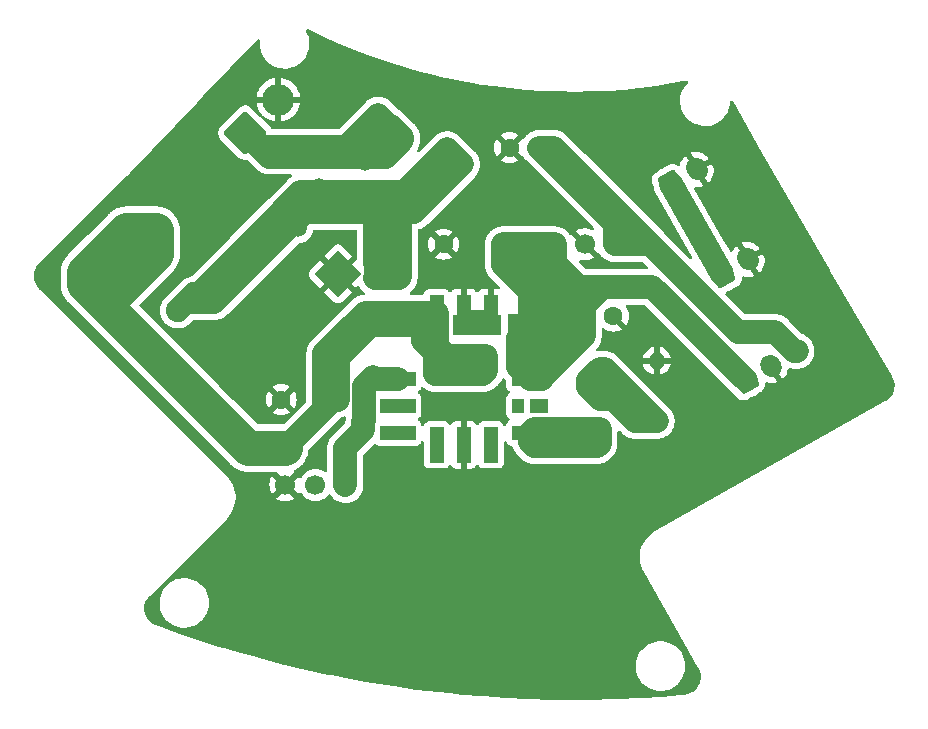
<source format=gbr>
%TF.GenerationSoftware,KiCad,Pcbnew,(6.0.11)*%
%TF.CreationDate,2023-09-02T14:35:36+09:00*%
%TF.ProjectId,psu_board,7073755f-626f-4617-9264-2e6b69636164,rev?*%
%TF.SameCoordinates,Original*%
%TF.FileFunction,Copper,L1,Top*%
%TF.FilePolarity,Positive*%
%FSLAX46Y46*%
G04 Gerber Fmt 4.6, Leading zero omitted, Abs format (unit mm)*
G04 Created by KiCad (PCBNEW (6.0.11)) date 2023-09-02 14:35:36*
%MOMM*%
%LPD*%
G01*
G04 APERTURE LIST*
G04 Aperture macros list*
%AMRoundRect*
0 Rectangle with rounded corners*
0 $1 Rounding radius*
0 $2 $3 $4 $5 $6 $7 $8 $9 X,Y pos of 4 corners*
0 Add a 4 corners polygon primitive as box body*
4,1,4,$2,$3,$4,$5,$6,$7,$8,$9,$2,$3,0*
0 Add four circle primitives for the rounded corners*
1,1,$1+$1,$2,$3*
1,1,$1+$1,$4,$5*
1,1,$1+$1,$6,$7*
1,1,$1+$1,$8,$9*
0 Add four rect primitives between the rounded corners*
20,1,$1+$1,$2,$3,$4,$5,0*
20,1,$1+$1,$4,$5,$6,$7,0*
20,1,$1+$1,$6,$7,$8,$9,0*
20,1,$1+$1,$8,$9,$2,$3,0*%
%AMHorizOval*
0 Thick line with rounded ends*
0 $1 width*
0 $2 $3 position (X,Y) of the first rounded end (center of the circle)*
0 $4 $5 position (X,Y) of the second rounded end (center of the circle)*
0 Add line between two ends*
20,1,$1,$2,$3,$4,$5,0*
0 Add two circle primitives to create the rounded ends*
1,1,$1,$2,$3*
1,1,$1,$4,$5*%
%AMRotRect*
0 Rectangle, with rotation*
0 The origin of the aperture is its center*
0 $1 length*
0 $2 width*
0 $3 Rotation angle, in degrees counterclockwise*
0 Add horizontal line*
21,1,$1,$2,0,0,$3*%
%AMOutline4P*
0 Free polygon, 4 corners , with rotation*
0 The origin of the aperture is its center*
0 number of corners: always 4*
0 $1 to $8 corner X, Y*
0 $9 Rotation angle, in degrees counterclockwise*
0 create outline with 4 corners*
4,1,4,$1,$2,$3,$4,$5,$6,$7,$8,$1,$2,$9*%
G04 Aperture macros list end*
%TA.AperFunction,ComponentPad*%
%ADD10C,1.600000*%
%TD*%
%TA.AperFunction,ComponentPad*%
%ADD11C,1.700000*%
%TD*%
%TA.AperFunction,SMDPad,CuDef*%
%ADD12Outline4P,-1.500000X-0.600000X1.500000X-0.600000X1.500000X0.600000X-1.500000X0.600000X0.000000*%
%TD*%
%TA.AperFunction,SMDPad,CuDef*%
%ADD13Outline4P,-2.035000X-0.885000X2.035000X-0.885000X2.035000X0.885000X-2.035000X0.885000X0.000000*%
%TD*%
%TA.AperFunction,SMDPad,CuDef*%
%ADD14Outline4P,-0.600000X-1.500000X0.600000X-1.500000X0.600000X1.500000X-0.600000X1.500000X0.000000*%
%TD*%
%TA.AperFunction,SMDPad,CuDef*%
%ADD15Outline4P,-0.885000X-2.035000X0.885000X-2.035000X0.885000X2.035000X-0.885000X2.035000X0.000000*%
%TD*%
%TA.AperFunction,SMDPad,CuDef*%
%ADD16Outline4P,-0.750000X-0.600000X0.750000X-0.600000X0.750000X0.600000X-0.750000X0.600000X0.000000*%
%TD*%
%TA.AperFunction,SMDPad,CuDef*%
%ADD17Outline4P,-0.500000X-0.600000X0.500000X-0.600000X0.500000X0.600000X-0.500000X0.600000X0.000000*%
%TD*%
%TA.AperFunction,ComponentPad*%
%ADD18RoundRect,0.250000X-0.157115X-0.927868X0.882115X-0.327868X0.157115X0.927868X-0.882115X0.327868X0*%
%TD*%
%TA.AperFunction,ComponentPad*%
%ADD19HorizOval,1.700000X-0.062500X0.108253X0.062500X-0.108253X0*%
%TD*%
%TA.AperFunction,ComponentPad*%
%ADD20RoundRect,0.250000X-0.144615X-0.949519X0.894615X-0.349519X0.144615X0.949519X-0.894615X0.349519X0*%
%TD*%
%TA.AperFunction,ComponentPad*%
%ADD21HorizOval,1.700000X-0.075000X0.129904X0.075000X-0.129904X0*%
%TD*%
%TA.AperFunction,ComponentPad*%
%ADD22HorizOval,2.000000X0.707107X0.707107X-0.707107X-0.707107X0*%
%TD*%
%TA.AperFunction,ComponentPad*%
%ADD23RotRect,2.800000X2.800000X45.000000*%
%TD*%
%TA.AperFunction,ComponentPad*%
%ADD24HorizOval,2.800000X0.000000X0.000000X0.000000X0.000000X0*%
%TD*%
%TA.AperFunction,ComponentPad*%
%ADD25C,1.440000*%
%TD*%
%TA.AperFunction,ComponentPad*%
%ADD26C,1.400000*%
%TD*%
%TA.AperFunction,ComponentPad*%
%ADD27O,1.400000X1.400000*%
%TD*%
%TA.AperFunction,ComponentPad*%
%ADD28HorizOval,1.500000X-0.424264X0.424264X0.424264X-0.424264X0*%
%TD*%
%TA.AperFunction,ComponentPad*%
%ADD29RoundRect,0.250001X0.000000X-1.555634X1.555634X0.000000X0.000000X1.555634X-1.555634X0.000000X0*%
%TD*%
%TA.AperFunction,ComponentPad*%
%ADD30C,2.700000*%
%TD*%
%TA.AperFunction,ViaPad*%
%ADD31C,0.800000*%
%TD*%
%TA.AperFunction,Conductor*%
%ADD32C,2.000000*%
%TD*%
%TA.AperFunction,Conductor*%
%ADD33C,3.000000*%
%TD*%
G04 APERTURE END LIST*
D10*
%TO.P,C4,1*%
%TO.N,+5V*%
X67700000Y-92890000D03*
%TO.P,C4,2*%
%TO.N,GND*%
X62700000Y-92890000D03*
%TD*%
D11*
%TO.P,SW1,1*%
%TO.N,GND*%
X49300000Y-113290000D03*
%TO.P,SW1,2*%
%TO.N,Net-(R1-Pad2)*%
X54380000Y-113290000D03*
%TO.P,SW1,3*%
%TO.N,N/C*%
X51840000Y-113290000D03*
%TD*%
D12*
%TO.P,U1,1,ON/OFF_CTRL*%
%TO.N,Net-(R1-Pad2)*%
X58795000Y-104275000D03*
D13*
%TO.P,U1,2,VIN*%
%TO.N,+12V*%
X60960000Y-99695000D03*
D12*
X58795000Y-99695000D03*
D14*
X62105000Y-98675000D03*
%TO.P,U1,3,GND*%
%TO.N,GND*%
X64395000Y-98675000D03*
D13*
X65540000Y-99695000D03*
D14*
X66685000Y-98675000D03*
D15*
%TO.P,U1,4,VOUT*%
%TO.N,+5V*%
X68995000Y-100840000D03*
D12*
X69995000Y-99695000D03*
%TO.P,U1,5,SENSE*%
X69995000Y-104275000D03*
%TO.P,U1,6,TRIM*%
%TO.N,Net-(RV1-Pad3)*%
X69995000Y-108855000D03*
D14*
%TO.P,U1,7,GND*%
%TO.N,GND*%
X64395000Y-109875000D03*
%TO.P,U1,8*%
%TO.N,N/C*%
X62105000Y-109875000D03*
D12*
%TO.P,U1,9*%
X58795000Y-108855000D03*
%TO.P,U1,10,PG_OUT*%
%TO.N,unconnected-(U1-Pad10)*%
X58795000Y-106565000D03*
D16*
%TO.P,U1,11*%
%TO.N,N/C*%
X70745000Y-106565000D03*
D14*
%TO.P,U1,12*%
X66685000Y-109875000D03*
D17*
%TO.P,U1,13*%
X68995000Y-106565000D03*
%TD*%
D10*
%TO.P,C3,1*%
%TO.N,+3.3V*%
X70770000Y-84720000D03*
%TO.P,C3,2*%
%TO.N,GND*%
X68270000Y-84720000D03*
%TD*%
D18*
%TO.P,J3,1,Pin_1*%
%TO.N,+5V*%
X88250437Y-104427337D03*
D19*
%TO.P,J3,2,Pin_2*%
%TO.N,GND*%
X90415501Y-103177337D03*
%TO.P,J3,3,Pin_3*%
%TO.N,+3.3V*%
X92580564Y-101927337D03*
%TD*%
D20*
%TO.P,J2,1,Pin_1*%
%TO.N,+12V*%
X86284969Y-95420337D03*
D21*
%TO.P,J2,2,Pin_2*%
%TO.N,GND*%
X88450033Y-94170337D03*
%TD*%
D22*
%TO.P,SW2,1*%
%TO.N,Net-(D1-Pad2)*%
X40894000Y-97790000D03*
%TO.P,SW2,2*%
%TO.N,+12V*%
X36651359Y-93547359D03*
%TD*%
D23*
%TO.P,D1,1,K*%
%TO.N,GND*%
X53749872Y-95400129D03*
D24*
%TO.P,D1,2,A*%
%TO.N,Net-(D1-Pad2)*%
X62730128Y-86419873D03*
%TD*%
D25*
%TO.P,RV1,1,1*%
%TO.N,Net-(R2-Pad1)*%
X75900000Y-103440000D03*
%TO.P,RV1,2,2*%
X75900000Y-105980000D03*
%TO.P,RV1,3,3*%
%TO.N,Net-(RV1-Pad3)*%
X75900000Y-108520000D03*
%TD*%
D26*
%TO.P,R1,1*%
%TO.N,+12V*%
X49250000Y-110150000D03*
D27*
%TO.P,R1,2*%
%TO.N,Net-(R1-Pad2)*%
X54330000Y-110150000D03*
%TD*%
D11*
%TO.P,U2,1,VIN*%
%TO.N,+5V*%
X72100000Y-92890000D03*
%TO.P,U2,2,VOUT*%
%TO.N,+3.3V*%
X77180000Y-92890000D03*
%TO.P,U2,3,GND*%
%TO.N,GND*%
X74640000Y-92890000D03*
%TD*%
D10*
%TO.P,C2,1*%
%TO.N,+5V*%
X74560000Y-98980000D03*
%TO.P,C2,2*%
%TO.N,GND*%
X77060000Y-98980000D03*
%TD*%
D28*
%TO.P,F1,1*%
%TO.N,Net-(BT1-Pad1)*%
X55600279Y-85469720D03*
X58216574Y-82853425D03*
%TO.P,F1,2*%
%TO.N,Net-(D1-Pad2)*%
X52559720Y-88510279D03*
X49943425Y-91126574D03*
%TD*%
D29*
%TO.P,BT1,1,+*%
%TO.N,Net-(BT1-Pad1)*%
X45901020Y-83451163D03*
D30*
%TO.P,BT1,2,-*%
%TO.N,GND*%
X48701163Y-80651020D03*
%TD*%
D10*
%TO.P,C1,1*%
%TO.N,+12V*%
X53935000Y-106045000D03*
%TO.P,C1,2*%
%TO.N,GND*%
X48935000Y-106045000D03*
%TD*%
D26*
%TO.P,R2,1*%
%TO.N,Net-(R2-Pad1)*%
X80740000Y-107850000D03*
D27*
%TO.P,R2,2*%
%TO.N,GND*%
X80740000Y-102770000D03*
%TD*%
D20*
%TO.P,J1,1,Pin_1*%
%TO.N,+12V*%
X81966969Y-87800337D03*
D21*
%TO.P,J1,2,Pin_2*%
%TO.N,GND*%
X84132033Y-86550337D03*
%TD*%
D31*
%TO.N,+12V*%
X62103000Y-103632000D03*
X63119000Y-103632000D03*
X64135000Y-102616000D03*
X66167000Y-102616000D03*
X62103000Y-102616000D03*
X63119000Y-102616000D03*
X65151000Y-102616000D03*
X64135000Y-103632000D03*
X65151000Y-103632000D03*
X66167000Y-103632000D03*
%TO.N,Net-(D1-Pad2)*%
X57912000Y-94742000D03*
X57912000Y-93726000D03*
X57912000Y-91694000D03*
X57912000Y-95758000D03*
X57912000Y-89662000D03*
X57912000Y-92710000D03*
X57912000Y-90678000D03*
%TD*%
D32*
%TO.N,Net-(BT1-Pad1)*%
X52452280Y-85469720D02*
X57786280Y-85469720D01*
X45901020Y-83451163D02*
X47095357Y-84645500D01*
X53719720Y-85345280D02*
X53719720Y-85469720D01*
X47095357Y-84645500D02*
X54419500Y-84645500D01*
X59182000Y-83818851D02*
X58216574Y-82853425D01*
X58216574Y-82853425D02*
X58088425Y-82853425D01*
X58216574Y-82853425D02*
X55600279Y-85469720D01*
X57786280Y-85469720D02*
X59182000Y-84074000D01*
X58088425Y-82853425D02*
X57150000Y-81915000D01*
X57150000Y-81915000D02*
X54419500Y-84645500D01*
X55600279Y-85469720D02*
X53719720Y-85469720D01*
X53719720Y-85469720D02*
X52452280Y-85469720D01*
X52452280Y-85469720D02*
X47919577Y-85469720D01*
X54419500Y-84645500D02*
X53719720Y-85345280D01*
X47919577Y-85469720D02*
X45901020Y-83451163D01*
X59182000Y-84074000D02*
X59182000Y-83818851D01*
D33*
%TO.N,+12V*%
X34036000Y-93472000D02*
X34036000Y-96012000D01*
D32*
X58795000Y-99695000D02*
X60960000Y-99695000D01*
X60960000Y-101092000D02*
X61976000Y-102108000D01*
X66040000Y-103886000D02*
X63754000Y-103886000D01*
D33*
X34036000Y-93472000D02*
X32258000Y-95250000D01*
D32*
X63754000Y-103886000D02*
X61976000Y-103886000D01*
X52395000Y-107005000D02*
X53355000Y-106045000D01*
X61976000Y-101604000D02*
X62105000Y-101475000D01*
X58795000Y-99695000D02*
X61085000Y-99695000D01*
X54991000Y-99695000D02*
X55493000Y-99193000D01*
X62105000Y-98675000D02*
X56011000Y-98675000D01*
D33*
X32258000Y-95250000D02*
X32258000Y-96266000D01*
D32*
X61976000Y-102108000D02*
X61976000Y-101604000D01*
X86284969Y-95420337D02*
X81966969Y-87800337D01*
X53735000Y-100951000D02*
X54991000Y-99695000D01*
X62105000Y-98675000D02*
X62105000Y-101475000D01*
X53735000Y-102475000D02*
X53735000Y-100951000D01*
X54991000Y-99695000D02*
X56515000Y-99695000D01*
D33*
X38354000Y-91694000D02*
X38354000Y-93726000D01*
D32*
X52578000Y-106822000D02*
X52578000Y-102108000D01*
D33*
X35814000Y-91694000D02*
X34036000Y-93472000D01*
D32*
X66294000Y-103632000D02*
X66040000Y-103886000D01*
D33*
X36651359Y-93547359D02*
X36500641Y-93547359D01*
X34036000Y-96012000D02*
X34036000Y-98044000D01*
X32258000Y-96266000D02*
X34036000Y-98044000D01*
D32*
X62992000Y-102362000D02*
X66294000Y-102362000D01*
D33*
X46142000Y-110150000D02*
X49250000Y-110150000D01*
D32*
X66294000Y-102362000D02*
X66294000Y-103632000D01*
X49250000Y-110150000D02*
X52395000Y-107005000D01*
D33*
X36500641Y-93547359D02*
X34036000Y-96012000D01*
D32*
X58795000Y-99695000D02*
X56515000Y-99695000D01*
X61085000Y-99695000D02*
X62105000Y-98675000D01*
X53355000Y-106045000D02*
X53735000Y-106045000D01*
D33*
X38354000Y-91694000D02*
X35814000Y-91694000D01*
X34036000Y-98044000D02*
X46142000Y-110150000D01*
D32*
X56011000Y-98675000D02*
X55493000Y-99193000D01*
X58795000Y-99695000D02*
X58795000Y-99193000D01*
D33*
X38354000Y-93726000D02*
X34036000Y-98044000D01*
X36651359Y-93396641D02*
X38354000Y-91694000D01*
D32*
X56515000Y-99695000D02*
X53735000Y-102475000D01*
X52395000Y-107005000D02*
X52578000Y-106822000D01*
X47920000Y-110150000D02*
X49250000Y-110150000D01*
D33*
X36651359Y-93547359D02*
X36651359Y-93396641D01*
D32*
X53735000Y-102475000D02*
X53735000Y-106045000D01*
X61976000Y-103886000D02*
X61976000Y-102108000D01*
X55493000Y-99193000D02*
X58795000Y-99193000D01*
X62105000Y-101475000D02*
X62992000Y-102362000D01*
X60960000Y-99695000D02*
X60960000Y-101092000D01*
X52578000Y-102108000D02*
X53735000Y-100951000D01*
%TO.N,+5V*%
X69995000Y-99695000D02*
X69995000Y-99840000D01*
X70030000Y-94668000D02*
X72100000Y-96738000D01*
X74001630Y-98407000D02*
X74560000Y-97848630D01*
X67700000Y-94624000D02*
X70056000Y-96980000D01*
X70985000Y-104275000D02*
X71120000Y-104140000D01*
X74560000Y-98980000D02*
X74560000Y-100700000D01*
X70485000Y-99695000D02*
X73845000Y-99695000D01*
X68995000Y-100840000D02*
X68995000Y-103275000D01*
X71120000Y-102420000D02*
X71120000Y-102870000D01*
X74560000Y-98980000D02*
X71120000Y-102420000D01*
X69995000Y-98407000D02*
X74001630Y-98407000D01*
X73845000Y-99695000D02*
X74560000Y-98980000D01*
X72100000Y-92890000D02*
X72100000Y-94452000D01*
X69995000Y-98407000D02*
X69995000Y-96919000D01*
X72100000Y-94452000D02*
X74168000Y-96520000D01*
X68995000Y-102650000D02*
X68995000Y-100840000D01*
X74560000Y-100700000D02*
X71120000Y-104140000D01*
X74871370Y-97848630D02*
X76200000Y-96520000D01*
X70056000Y-96980000D02*
X69995000Y-96919000D01*
X72342000Y-96980000D02*
X70056000Y-96980000D01*
X69995000Y-99695000D02*
X70485000Y-99695000D01*
X74560000Y-97848630D02*
X74871370Y-97848630D01*
X69995000Y-95185000D02*
X67700000Y-92890000D01*
X71120000Y-102870000D02*
X71120000Y-100965000D01*
X69995000Y-96919000D02*
X69995000Y-96883000D01*
X69995000Y-103650000D02*
X68995000Y-102650000D01*
X69995000Y-100185000D02*
X70485000Y-99695000D01*
X74560000Y-98980000D02*
X74560000Y-97848630D01*
X69995000Y-104275000D02*
X69995000Y-100185000D01*
X68995000Y-103275000D02*
X69995000Y-104275000D01*
X69995000Y-104275000D02*
X70985000Y-104275000D01*
X69995000Y-95185000D02*
X69995000Y-94995000D01*
X72318000Y-96520000D02*
X74168000Y-96520000D01*
X76200000Y-96520000D02*
X80343100Y-96520000D01*
X72100000Y-94452000D02*
X72100000Y-96738000D01*
X70030000Y-92890000D02*
X72100000Y-92890000D01*
X71120000Y-104140000D02*
X71120000Y-102870000D01*
X80343100Y-96520000D02*
X88250437Y-104427337D01*
X69995000Y-94995000D02*
X71065000Y-93925000D01*
X70030000Y-92890000D02*
X67700000Y-92890000D01*
X69995000Y-104275000D02*
X69995000Y-103650000D01*
X70030000Y-92890000D02*
X70030000Y-94668000D01*
X69995000Y-99840000D02*
X68995000Y-100840000D01*
X74168000Y-96520000D02*
X76200000Y-96520000D01*
X69995000Y-99695000D02*
X69995000Y-98407000D01*
X69995000Y-94995000D02*
X69995000Y-96883000D01*
X72100000Y-96738000D02*
X72318000Y-96520000D01*
X69995000Y-99695000D02*
X69995000Y-104275000D01*
X71065000Y-93925000D02*
X72100000Y-92890000D01*
X67700000Y-92890000D02*
X67700000Y-94624000D01*
X69995000Y-94995000D02*
X72100000Y-92890000D01*
X71065000Y-93925000D02*
X70030000Y-92890000D01*
X69995000Y-96883000D02*
X69995000Y-95185000D01*
X72100000Y-96738000D02*
X72342000Y-96980000D01*
%TO.N,+3.3V*%
X87630000Y-100330000D02*
X80190000Y-92890000D01*
X80190000Y-92890000D02*
X77180000Y-92890000D01*
X70770000Y-84720000D02*
X77180000Y-91130000D01*
X70770000Y-84720000D02*
X72020000Y-84720000D01*
X90785326Y-100330000D02*
X87630000Y-100330000D01*
X72020000Y-84720000D02*
X80190000Y-92890000D01*
X92382663Y-101927337D02*
X90785326Y-100330000D01*
X77180000Y-91130000D02*
X77180000Y-92890000D01*
X92580564Y-101927337D02*
X92382663Y-101927337D01*
%TO.N,Net-(D1-Pad2)*%
X56896000Y-90424000D02*
X57150000Y-90170000D01*
X52559720Y-88510279D02*
X59300279Y-88510279D01*
X58980001Y-94435999D02*
X58928000Y-94488000D01*
X40894000Y-97790000D02*
X41275000Y-97790000D01*
X48895000Y-90170000D02*
X50554721Y-88510279D01*
X62720558Y-85090000D02*
X59300279Y-88510279D01*
X56896000Y-94488000D02*
X56896000Y-90424000D01*
X58980001Y-90170000D02*
X58980001Y-94435999D01*
X58928000Y-95758000D02*
X56896000Y-95758000D01*
X60570279Y-88510279D02*
X60605001Y-88545001D01*
X60605001Y-88545001D02*
X58980001Y-90170000D01*
X58928000Y-95758000D02*
X58980001Y-95705999D01*
X56929771Y-91727771D02*
X56929771Y-95758000D01*
X58928000Y-93218000D02*
X57912000Y-92202000D01*
X59300279Y-88510279D02*
X60570279Y-88510279D01*
X43279999Y-97790000D02*
X49943425Y-91126574D01*
X59317721Y-88510279D02*
X62992000Y-84836000D01*
X41275000Y-97790000D02*
X48895000Y-90170000D01*
X58980001Y-90170000D02*
X58420000Y-90170000D01*
X54219441Y-90170000D02*
X50900000Y-90170000D01*
X56896000Y-91694000D02*
X56896000Y-94488000D01*
X62992000Y-84836000D02*
X64262000Y-86106000D01*
X58928000Y-94488000D02*
X56896000Y-94488000D01*
X48986851Y-90170000D02*
X49943425Y-91126574D01*
X52559720Y-88510279D02*
X50850000Y-90220000D01*
X50850000Y-90220000D02*
X49943425Y-91126574D01*
X58980001Y-95705999D02*
X58980001Y-94435999D01*
X50554721Y-88510279D02*
X52559720Y-88510279D01*
X48895000Y-90170000D02*
X48986851Y-90170000D01*
X56896000Y-91694000D02*
X56929771Y-91727771D01*
X58420000Y-90170000D02*
X57150000Y-90170000D01*
X50900000Y-90170000D02*
X50850000Y-90220000D01*
X60198000Y-90170000D02*
X58980001Y-90170000D01*
X40894000Y-97790000D02*
X43279999Y-97790000D01*
X59300279Y-88510279D02*
X59317721Y-88510279D01*
X58928000Y-94488000D02*
X58928000Y-93218000D01*
X64262000Y-86106000D02*
X60198000Y-90170000D01*
X57150000Y-90170000D02*
X54219441Y-90170000D01*
X54219441Y-90170000D02*
X52559720Y-88510279D01*
X62730128Y-86419873D02*
X60605001Y-88545001D01*
X58420000Y-90170000D02*
X56896000Y-91694000D01*
%TO.N,Net-(R1-Pad2)*%
X56585000Y-104275000D02*
X58795000Y-104275000D01*
X55880000Y-108600000D02*
X55880000Y-107950000D01*
X56720000Y-104140000D02*
X56585000Y-104275000D01*
X55880000Y-107950000D02*
X55935000Y-107895000D01*
X54330000Y-110150000D02*
X54330000Y-113240000D01*
X55935000Y-107895000D02*
X55935000Y-104925000D01*
X55935000Y-104925000D02*
X56585000Y-104275000D01*
X54330000Y-110150000D02*
X55880000Y-108600000D01*
X54330000Y-113240000D02*
X54380000Y-113290000D01*
%TO.N,Net-(R2-Pad1)*%
X74930000Y-105010000D02*
X75900000Y-105980000D01*
X78894000Y-107850000D02*
X77024000Y-105980000D01*
X75900000Y-105980000D02*
X78870000Y-105980000D01*
X75900000Y-103440000D02*
X74930000Y-104410000D01*
X78440000Y-105980000D02*
X78870000Y-105980000D01*
X75900000Y-103440000D02*
X76330000Y-103440000D01*
X75900000Y-103440000D02*
X75900000Y-105980000D01*
X76330000Y-103440000D02*
X80740000Y-107850000D01*
X74930000Y-104410000D02*
X74930000Y-105010000D01*
X75900000Y-103440000D02*
X78440000Y-105980000D01*
X80740000Y-107850000D02*
X78894000Y-107850000D01*
X77024000Y-105980000D02*
X75900000Y-105980000D01*
X78870000Y-105980000D02*
X80740000Y-107850000D01*
%TO.N,Net-(RV1-Pad3)*%
X70330000Y-108520000D02*
X69995000Y-108855000D01*
X70358000Y-109982000D02*
X69995000Y-109619000D01*
X69995000Y-108855000D02*
X75565000Y-108855000D01*
X75900000Y-108520000D02*
X70330000Y-108520000D01*
X75692000Y-109982000D02*
X70358000Y-109982000D01*
X75565000Y-108855000D02*
X75900000Y-108520000D01*
X75900000Y-108520000D02*
X75900000Y-109774000D01*
X75900000Y-109774000D02*
X75692000Y-109982000D01*
X69995000Y-109619000D02*
X69995000Y-108855000D01*
%TD*%
%TA.AperFunction,Conductor*%
%TO.N,GND*%
G36*
X51211148Y-74688339D02*
G01*
X52398055Y-75260217D01*
X52398817Y-75260559D01*
X52398826Y-75260563D01*
X53657248Y-75825041D01*
X53657275Y-75825053D01*
X53658056Y-75825403D01*
X53658842Y-75825730D01*
X53658865Y-75825740D01*
X54932251Y-76355601D01*
X54932270Y-76355609D01*
X54933040Y-76355929D01*
X54933809Y-76356224D01*
X54933840Y-76356237D01*
X56050322Y-76785389D01*
X56222051Y-76851398D01*
X56222839Y-76851676D01*
X56222846Y-76851679D01*
X57523294Y-77311146D01*
X57523314Y-77311153D01*
X57524127Y-77311440D01*
X57524976Y-77311714D01*
X58837483Y-77735450D01*
X58837517Y-77735460D01*
X58838293Y-77735711D01*
X58839064Y-77735937D01*
X58839097Y-77735947D01*
X60162782Y-78123664D01*
X60162797Y-78123668D01*
X60163568Y-78123894D01*
X60742937Y-78276527D01*
X61498163Y-78475488D01*
X61498178Y-78475492D01*
X61498961Y-78475698D01*
X62843473Y-78790861D01*
X62949919Y-78812761D01*
X64195213Y-79068965D01*
X64195233Y-79068969D01*
X64196099Y-79069147D01*
X64196977Y-79069303D01*
X64196994Y-79069306D01*
X65177882Y-79243304D01*
X65555828Y-79310347D01*
X65556690Y-79310476D01*
X65556704Y-79310478D01*
X65948062Y-79368913D01*
X66921642Y-79514282D01*
X66922472Y-79514383D01*
X66922488Y-79514385D01*
X68291674Y-79680695D01*
X68291683Y-79680696D01*
X68292523Y-79680798D01*
X68293388Y-79680879D01*
X68293396Y-79680880D01*
X69666564Y-79809691D01*
X69666597Y-79809694D01*
X69667443Y-79809773D01*
X69668312Y-79809831D01*
X69668317Y-79809831D01*
X71044513Y-79901051D01*
X71044523Y-79901052D01*
X71045375Y-79901108D01*
X72425290Y-79954736D01*
X72426135Y-79954746D01*
X72426146Y-79954746D01*
X73805283Y-79970607D01*
X73805284Y-79970607D01*
X73806154Y-79970617D01*
X73807036Y-79970603D01*
X73807045Y-79970603D01*
X75186062Y-79948753D01*
X75186072Y-79948753D01*
X75186937Y-79948739D01*
X76001660Y-79913531D01*
X76565778Y-79889153D01*
X76565794Y-79889152D01*
X76566606Y-79889117D01*
X77944128Y-79791798D01*
X79107544Y-79677564D01*
X79317580Y-79656941D01*
X79317589Y-79656940D01*
X79318475Y-79656853D01*
X79319377Y-79656739D01*
X79319390Y-79656738D01*
X79910897Y-79582281D01*
X80688619Y-79484383D01*
X80689419Y-79484260D01*
X82052692Y-79274648D01*
X82052719Y-79274643D01*
X82053535Y-79274518D01*
X82054376Y-79274365D01*
X82054406Y-79274360D01*
X82951083Y-79111279D01*
X83236778Y-79059319D01*
X83307377Y-79066808D01*
X83362721Y-79111279D01*
X83385236Y-79178611D01*
X83367775Y-79247427D01*
X83350720Y-79270018D01*
X83226550Y-79400866D01*
X83197349Y-79431637D01*
X83030223Y-79664218D01*
X82896208Y-79917328D01*
X82797784Y-80186285D01*
X82736772Y-80466111D01*
X82714831Y-80744893D01*
X82714301Y-80751628D01*
X82730788Y-81037553D01*
X82731613Y-81041758D01*
X82731614Y-81041766D01*
X82760365Y-81188310D01*
X82785926Y-81318595D01*
X82787313Y-81322645D01*
X82787314Y-81322650D01*
X82872353Y-81571028D01*
X82878696Y-81589553D01*
X82924391Y-81680407D01*
X82994074Y-81818956D01*
X83007381Y-81845415D01*
X83009807Y-81848944D01*
X83009810Y-81848950D01*
X83135363Y-82031630D01*
X83169600Y-82081445D01*
X83172487Y-82084618D01*
X83172488Y-82084619D01*
X83256844Y-82177325D01*
X83362350Y-82293275D01*
X83582066Y-82476986D01*
X83585692Y-82479261D01*
X83585694Y-82479262D01*
X83602640Y-82489892D01*
X83824682Y-82629178D01*
X83828584Y-82630940D01*
X83828588Y-82630942D01*
X84081796Y-82745270D01*
X84081800Y-82745272D01*
X84085708Y-82747036D01*
X84089827Y-82748256D01*
X84356200Y-82827160D01*
X84356205Y-82827161D01*
X84360313Y-82828378D01*
X84364547Y-82829026D01*
X84364552Y-82829027D01*
X84611808Y-82866862D01*
X84643418Y-82871699D01*
X84789183Y-82873989D01*
X84925492Y-82876131D01*
X84925498Y-82876131D01*
X84929783Y-82876198D01*
X84934035Y-82875683D01*
X84934043Y-82875683D01*
X85190491Y-82844648D01*
X85214108Y-82841790D01*
X85218256Y-82840702D01*
X85218260Y-82840701D01*
X85486982Y-82770203D01*
X85491133Y-82769114D01*
X85495094Y-82767474D01*
X85495098Y-82767472D01*
X85658448Y-82699810D01*
X85755732Y-82659514D01*
X85804628Y-82630942D01*
X85999311Y-82517178D01*
X85999312Y-82517178D01*
X86003009Y-82515017D01*
X86038167Y-82487450D01*
X86225015Y-82340942D01*
X86228387Y-82338298D01*
X86257321Y-82308441D01*
X86404925Y-82156125D01*
X86427696Y-82132627D01*
X86430229Y-82129179D01*
X86430233Y-82129174D01*
X86594711Y-81905264D01*
X86597249Y-81901809D01*
X86625949Y-81848950D01*
X86731857Y-81653892D01*
X86731858Y-81653890D01*
X86733907Y-81650116D01*
X86835142Y-81382205D01*
X86880299Y-81185039D01*
X86898124Y-81107213D01*
X86898125Y-81107208D01*
X86899081Y-81103033D01*
X86920365Y-80864546D01*
X86923100Y-80833903D01*
X86949078Y-80767830D01*
X87006654Y-80726291D01*
X87077548Y-80722474D01*
X87139252Y-80757591D01*
X87157720Y-80782104D01*
X89678520Y-85148258D01*
X95395172Y-95049790D01*
X95398040Y-95054758D01*
X95398483Y-95055593D01*
X95398876Y-95056593D01*
X95417752Y-95088903D01*
X95417947Y-95089239D01*
X95433756Y-95116621D01*
X95433764Y-95116634D01*
X95435222Y-95119159D01*
X95435882Y-95119999D01*
X95436402Y-95120825D01*
X100649772Y-104044355D01*
X100658254Y-104061847D01*
X100663549Y-104075327D01*
X100663552Y-104075332D01*
X100666833Y-104083685D01*
X100672326Y-104090780D01*
X100672329Y-104090786D01*
X100675912Y-104095414D01*
X100689365Y-104116980D01*
X100765544Y-104272023D01*
X100772350Y-104288835D01*
X100833147Y-104476934D01*
X100837469Y-104494551D01*
X100870628Y-104689434D01*
X100872375Y-104707488D01*
X100874876Y-104809764D01*
X100877167Y-104903413D01*
X100877208Y-104905105D01*
X100876345Y-104923221D01*
X100855565Y-105096096D01*
X100852753Y-105119487D01*
X100849299Y-105137290D01*
X100798756Y-105324482D01*
X100797766Y-105328149D01*
X100791790Y-105345271D01*
X100716448Y-105519667D01*
X100713394Y-105526736D01*
X100705021Y-105542826D01*
X100601380Y-105711158D01*
X100590783Y-105725880D01*
X100478465Y-105860326D01*
X100464043Y-105877589D01*
X100451445Y-105890633D01*
X100313860Y-106013945D01*
X100304236Y-106022571D01*
X100289895Y-106033672D01*
X100151871Y-106125421D01*
X100136805Y-106133138D01*
X100136821Y-106133166D01*
X100128950Y-106137491D01*
X100120553Y-106140653D01*
X100113380Y-106146045D01*
X100113381Y-106146045D01*
X100095614Y-106159402D01*
X100081916Y-106168369D01*
X80621032Y-117172405D01*
X80601976Y-117181174D01*
X80588146Y-117186190D01*
X80588140Y-117186193D01*
X80583565Y-117187852D01*
X80572737Y-117193801D01*
X80568881Y-117196774D01*
X80565981Y-117198673D01*
X80562904Y-117200850D01*
X80319161Y-117358817D01*
X80086986Y-117552739D01*
X80084375Y-117555519D01*
X79882486Y-117770457D01*
X79882482Y-117770462D01*
X79879880Y-117773232D01*
X79700861Y-118017082D01*
X79552541Y-118280732D01*
X79437082Y-118560339D01*
X79356169Y-118851824D01*
X79355600Y-118855594D01*
X79355599Y-118855596D01*
X79322012Y-119077922D01*
X79310981Y-119150937D01*
X79302177Y-119453315D01*
X79329885Y-119754551D01*
X79393702Y-120050249D01*
X79492696Y-120336100D01*
X79494366Y-120339520D01*
X79612262Y-120580975D01*
X79616834Y-120591756D01*
X79617309Y-120592804D01*
X79618972Y-120597390D01*
X79624922Y-120608218D01*
X79627891Y-120612068D01*
X79627894Y-120612073D01*
X79641608Y-120629857D01*
X79651508Y-120644779D01*
X82299820Y-125328378D01*
X83365564Y-127213169D01*
X83366390Y-127214754D01*
X83367059Y-127216483D01*
X83369447Y-127220619D01*
X83369451Y-127220627D01*
X83385145Y-127247810D01*
X83385704Y-127248788D01*
X83402016Y-127277635D01*
X83403147Y-127279102D01*
X83404102Y-127280644D01*
X84249165Y-128744337D01*
X84257558Y-128761875D01*
X84262782Y-128775379D01*
X84262786Y-128775387D01*
X84266023Y-128783753D01*
X84274372Y-128794654D01*
X84274537Y-128794869D01*
X84288149Y-128817066D01*
X84368969Y-128985842D01*
X84375972Y-129003917D01*
X84436907Y-129206194D01*
X84441052Y-129225123D01*
X84470239Y-129434350D01*
X84471432Y-129453697D01*
X84468182Y-129664914D01*
X84466394Y-129684211D01*
X84465068Y-129691967D01*
X84430783Y-129892443D01*
X84426055Y-129911242D01*
X84358928Y-130111539D01*
X84351373Y-130129389D01*
X84256782Y-130312257D01*
X84254317Y-130317022D01*
X84244116Y-130333499D01*
X84181769Y-130418764D01*
X84119426Y-130504025D01*
X84106815Y-130518746D01*
X83957447Y-130668127D01*
X83942728Y-130680739D01*
X83772210Y-130805446D01*
X83755729Y-130815651D01*
X83568112Y-130912720D01*
X83550262Y-130920277D01*
X83349964Y-130987424D01*
X83331168Y-130992153D01*
X83153671Y-131022523D01*
X83135374Y-131023507D01*
X83135387Y-131023693D01*
X83127576Y-131024223D01*
X83126495Y-131023984D01*
X83124610Y-131024085D01*
X83123565Y-131024020D01*
X83123564Y-131024020D01*
X83119051Y-131023740D01*
X83119046Y-131023741D01*
X83119043Y-131023741D01*
X83112723Y-131025171D01*
X83112722Y-131025171D01*
X83091350Y-131030006D01*
X83074012Y-131032677D01*
X82743453Y-131060226D01*
X81222594Y-131186975D01*
X81220311Y-131187144D01*
X79435512Y-131302487D01*
X79328077Y-131309430D01*
X79325734Y-131309559D01*
X77431614Y-131396603D01*
X77429320Y-131396687D01*
X76624601Y-131418669D01*
X75533850Y-131448465D01*
X75531505Y-131448507D01*
X74711764Y-131455636D01*
X73635438Y-131464997D01*
X73633179Y-131464996D01*
X71737045Y-131446193D01*
X71734770Y-131446150D01*
X70000378Y-131396656D01*
X69839358Y-131392061D01*
X69837014Y-131391972D01*
X68090126Y-131309559D01*
X67943015Y-131302619D01*
X67940685Y-131302487D01*
X66048596Y-131177895D01*
X66046317Y-131177723D01*
X64156870Y-131017936D01*
X64154537Y-131017716D01*
X63891315Y-130990513D01*
X62268474Y-130822798D01*
X62266243Y-130822547D01*
X60384014Y-130592547D01*
X60381721Y-130592245D01*
X58504132Y-130327257D01*
X58501831Y-130326909D01*
X56629594Y-130027037D01*
X56627316Y-130026651D01*
X56121639Y-129935974D01*
X54760891Y-129691967D01*
X54758586Y-129691531D01*
X53210726Y-129384134D01*
X52898790Y-129322185D01*
X52896541Y-129321717D01*
X51043835Y-128917796D01*
X51041636Y-128917295D01*
X49930224Y-128653228D01*
X49641478Y-128584623D01*
X78948474Y-128584623D01*
X78964961Y-128870548D01*
X78965786Y-128874753D01*
X78965787Y-128874761D01*
X78985197Y-128973691D01*
X79020099Y-129151590D01*
X79021486Y-129155640D01*
X79021487Y-129155645D01*
X79099717Y-129384134D01*
X79112869Y-129422548D01*
X79241554Y-129678410D01*
X79243980Y-129681939D01*
X79243983Y-129681945D01*
X79282687Y-129738259D01*
X79403773Y-129914440D01*
X79596523Y-130126270D01*
X79816239Y-130309981D01*
X79819865Y-130312256D01*
X79819867Y-130312257D01*
X79843781Y-130327258D01*
X80058855Y-130462173D01*
X80062757Y-130463935D01*
X80062761Y-130463937D01*
X80315969Y-130578265D01*
X80315973Y-130578267D01*
X80319881Y-130580031D01*
X80324000Y-130581251D01*
X80590373Y-130660155D01*
X80590378Y-130660156D01*
X80594486Y-130661373D01*
X80598720Y-130662021D01*
X80598725Y-130662022D01*
X80845981Y-130699857D01*
X80877591Y-130704694D01*
X81023356Y-130706984D01*
X81159665Y-130709126D01*
X81159671Y-130709126D01*
X81163956Y-130709193D01*
X81168208Y-130708678D01*
X81168216Y-130708678D01*
X81407377Y-130679735D01*
X81448281Y-130674785D01*
X81452429Y-130673697D01*
X81452433Y-130673696D01*
X81721155Y-130603198D01*
X81725306Y-130602109D01*
X81729267Y-130600469D01*
X81729271Y-130600467D01*
X81943156Y-130511873D01*
X81989905Y-130492509D01*
X82038801Y-130463937D01*
X82233484Y-130350173D01*
X82233485Y-130350173D01*
X82237182Y-130348012D01*
X82462560Y-130171293D01*
X82509258Y-130123105D01*
X82658886Y-129968700D01*
X82661869Y-129965622D01*
X82664402Y-129962174D01*
X82664406Y-129962169D01*
X82828884Y-129738259D01*
X82831422Y-129734804D01*
X82860122Y-129681945D01*
X82966030Y-129486887D01*
X82966031Y-129486885D01*
X82968080Y-129483111D01*
X83069315Y-129215200D01*
X83106263Y-129053877D01*
X83132297Y-128940208D01*
X83132298Y-128940203D01*
X83133254Y-128936028D01*
X83158713Y-128650762D01*
X83159175Y-128606670D01*
X83157213Y-128577888D01*
X83139987Y-128325210D01*
X83139986Y-128325204D01*
X83139695Y-128320933D01*
X83081617Y-128040484D01*
X82986015Y-127770512D01*
X82854658Y-127516012D01*
X82850826Y-127510559D01*
X82692440Y-127285199D01*
X82692435Y-127285193D01*
X82689976Y-127281694D01*
X82495018Y-127071894D01*
X82491702Y-127069180D01*
X82491699Y-127069177D01*
X82276708Y-126893209D01*
X82273390Y-126890493D01*
X82102215Y-126785597D01*
X82032856Y-126743094D01*
X82032855Y-126743094D01*
X82029194Y-126740850D01*
X82011186Y-126732945D01*
X81770877Y-126627456D01*
X81770873Y-126627455D01*
X81766949Y-126625732D01*
X81491506Y-126547270D01*
X81281648Y-126517403D01*
X81212215Y-126507521D01*
X81212213Y-126507521D01*
X81207963Y-126506916D01*
X81056100Y-126506121D01*
X80925853Y-126505439D01*
X80925847Y-126505439D01*
X80921567Y-126505417D01*
X80917323Y-126505976D01*
X80917319Y-126505976D01*
X80792798Y-126522369D01*
X80637618Y-126542799D01*
X80633478Y-126543932D01*
X80633476Y-126543932D01*
X80616976Y-126548446D01*
X80361369Y-126618372D01*
X80357421Y-126620056D01*
X80101884Y-126729052D01*
X80101880Y-126729054D01*
X80097932Y-126730738D01*
X79852182Y-126877816D01*
X79628667Y-127056885D01*
X79487576Y-127205563D01*
X79447486Y-127247810D01*
X79431522Y-127264632D01*
X79264396Y-127497213D01*
X79130381Y-127750323D01*
X79031957Y-128019280D01*
X78970945Y-128299106D01*
X78949004Y-128577888D01*
X78948474Y-128584623D01*
X49641478Y-128584623D01*
X49196855Y-128478982D01*
X49194578Y-128478419D01*
X47394802Y-128015249D01*
X47358218Y-128005834D01*
X47355964Y-128005231D01*
X46871746Y-127870961D01*
X45528789Y-127498569D01*
X45526636Y-127497951D01*
X44104804Y-127075037D01*
X43709099Y-126957337D01*
X43706857Y-126956647D01*
X41899812Y-126382337D01*
X41897584Y-126381606D01*
X40101558Y-125773768D01*
X40099343Y-125772996D01*
X38358115Y-125147349D01*
X38339353Y-125138816D01*
X38326142Y-125131448D01*
X38326139Y-125131447D01*
X38321337Y-125128769D01*
X38321329Y-125128767D01*
X38321327Y-125128766D01*
X38314405Y-125127188D01*
X38314404Y-125127187D01*
X38307675Y-125125652D01*
X38283027Y-125117272D01*
X38113019Y-125039050D01*
X38096084Y-125029617D01*
X37999857Y-124965850D01*
X37919986Y-124912922D01*
X37904702Y-124901005D01*
X37821208Y-124824886D01*
X37748586Y-124758679D01*
X37735315Y-124744563D01*
X37636929Y-124622293D01*
X37602878Y-124579975D01*
X37591923Y-124563983D01*
X37486294Y-124381016D01*
X37477932Y-124363552D01*
X37401620Y-124166557D01*
X37396030Y-124147999D01*
X37394384Y-124140480D01*
X37350841Y-123941641D01*
X37348163Y-123922443D01*
X37335161Y-123711589D01*
X37335460Y-123692206D01*
X37354955Y-123481859D01*
X37358223Y-123462753D01*
X37409751Y-123257885D01*
X37415911Y-123239505D01*
X37416457Y-123238216D01*
X38642069Y-123238216D01*
X38658556Y-123524141D01*
X38659381Y-123528346D01*
X38659382Y-123528354D01*
X38678792Y-123627284D01*
X38713694Y-123805183D01*
X38715081Y-123809233D01*
X38715082Y-123809238D01*
X38793312Y-124037727D01*
X38806464Y-124076141D01*
X38935149Y-124332003D01*
X38937575Y-124335532D01*
X38937578Y-124335538D01*
X39094937Y-124564496D01*
X39097368Y-124568033D01*
X39100255Y-124571206D01*
X39100256Y-124571207D01*
X39108234Y-124579975D01*
X39290118Y-124779863D01*
X39509834Y-124963574D01*
X39752450Y-125115766D01*
X39756352Y-125117528D01*
X39756356Y-125117530D01*
X40009564Y-125231858D01*
X40009568Y-125231860D01*
X40013476Y-125233624D01*
X40017595Y-125234844D01*
X40283968Y-125313748D01*
X40283973Y-125313749D01*
X40288081Y-125314966D01*
X40292315Y-125315614D01*
X40292320Y-125315615D01*
X40539576Y-125353450D01*
X40571186Y-125358287D01*
X40716951Y-125360577D01*
X40853260Y-125362719D01*
X40853266Y-125362719D01*
X40857551Y-125362786D01*
X40861803Y-125362271D01*
X40861811Y-125362271D01*
X41081583Y-125335674D01*
X41141876Y-125328378D01*
X41146024Y-125327290D01*
X41146028Y-125327289D01*
X41414750Y-125256791D01*
X41418901Y-125255702D01*
X41422862Y-125254062D01*
X41422866Y-125254060D01*
X41565732Y-125194883D01*
X41683500Y-125146102D01*
X41695969Y-125138816D01*
X41927079Y-125003766D01*
X41927080Y-125003766D01*
X41930777Y-125001605D01*
X42156155Y-124824886D01*
X42202853Y-124776698D01*
X42352481Y-124622293D01*
X42355464Y-124619215D01*
X42357997Y-124615767D01*
X42358001Y-124615762D01*
X42522479Y-124391852D01*
X42525017Y-124388397D01*
X42527063Y-124384629D01*
X42659625Y-124140480D01*
X42659626Y-124140478D01*
X42661675Y-124136704D01*
X42762910Y-123868793D01*
X42826849Y-123589621D01*
X42852308Y-123304355D01*
X42852770Y-123260263D01*
X42837482Y-123036008D01*
X42833582Y-122978803D01*
X42833581Y-122978797D01*
X42833290Y-122974526D01*
X42775212Y-122694077D01*
X42679610Y-122424105D01*
X42548253Y-122169605D01*
X42544421Y-122164152D01*
X42386035Y-121938792D01*
X42386030Y-121938786D01*
X42383571Y-121935287D01*
X42188613Y-121725487D01*
X42185297Y-121722773D01*
X42185294Y-121722770D01*
X41970303Y-121546802D01*
X41966985Y-121544086D01*
X41722789Y-121394443D01*
X41704781Y-121386538D01*
X41464472Y-121281049D01*
X41464468Y-121281048D01*
X41460544Y-121279325D01*
X41185101Y-121200863D01*
X40975243Y-121170996D01*
X40905810Y-121161114D01*
X40905808Y-121161114D01*
X40901558Y-121160509D01*
X40749695Y-121159714D01*
X40619448Y-121159032D01*
X40619442Y-121159032D01*
X40615162Y-121159010D01*
X40610918Y-121159569D01*
X40610914Y-121159569D01*
X40486393Y-121175962D01*
X40331213Y-121196392D01*
X40327073Y-121197525D01*
X40327071Y-121197525D01*
X40310571Y-121202039D01*
X40054964Y-121271965D01*
X40051016Y-121273649D01*
X39795479Y-121382645D01*
X39795475Y-121382647D01*
X39791527Y-121384331D01*
X39545777Y-121531409D01*
X39322262Y-121710478D01*
X39125117Y-121918225D01*
X38957991Y-122150806D01*
X38823976Y-122403916D01*
X38725552Y-122672873D01*
X38664540Y-122952699D01*
X38642599Y-123231481D01*
X38642069Y-123238216D01*
X37416457Y-123238216D01*
X37498258Y-123044958D01*
X37507165Y-123027741D01*
X37618373Y-122848135D01*
X37629812Y-122832492D01*
X37690589Y-122761553D01*
X37746873Y-122695859D01*
X37759294Y-122684365D01*
X37759199Y-122684268D01*
X37765622Y-122678000D01*
X37772872Y-122672704D01*
X37791890Y-122647964D01*
X37802691Y-122635660D01*
X44314710Y-116123640D01*
X44330727Y-116110092D01*
X44342718Y-116101555D01*
X44342725Y-116101549D01*
X44346686Y-116098729D01*
X44355528Y-116090101D01*
X44358446Y-116086208D01*
X44360641Y-116083707D01*
X44363187Y-116080585D01*
X44553189Y-115866118D01*
X44553192Y-115866114D01*
X44555717Y-115863264D01*
X44727560Y-115614308D01*
X44868141Y-115346453D01*
X44975410Y-115063606D01*
X45047805Y-114769892D01*
X45056593Y-114697514D01*
X45083809Y-114473376D01*
X45083809Y-114473370D01*
X45084268Y-114469593D01*
X45084268Y-114414853D01*
X48539977Y-114414853D01*
X48545258Y-114421907D01*
X48706756Y-114516279D01*
X48716042Y-114520729D01*
X48915001Y-114596703D01*
X48924899Y-114599579D01*
X49133595Y-114642038D01*
X49143823Y-114643257D01*
X49356650Y-114651062D01*
X49366936Y-114650595D01*
X49578185Y-114623534D01*
X49588262Y-114621392D01*
X49792255Y-114560191D01*
X49801842Y-114556433D01*
X49993098Y-114462738D01*
X50001944Y-114457465D01*
X50049247Y-114423723D01*
X50057648Y-114413023D01*
X50050660Y-114399870D01*
X49312812Y-113662022D01*
X49298868Y-113654408D01*
X49297035Y-113654539D01*
X49290420Y-113658790D01*
X48546737Y-114402473D01*
X48539977Y-114414853D01*
X45084268Y-114414853D01*
X45084268Y-114167088D01*
X45083578Y-114161401D01*
X45048264Y-113870569D01*
X45047805Y-113866789D01*
X44975411Y-113573075D01*
X44868141Y-113290228D01*
X44853254Y-113261863D01*
X47938050Y-113261863D01*
X47950309Y-113474477D01*
X47951745Y-113484697D01*
X47998565Y-113692446D01*
X48001645Y-113702275D01*
X48081770Y-113899603D01*
X48086413Y-113908794D01*
X48166460Y-114039420D01*
X48176916Y-114048880D01*
X48185694Y-114045096D01*
X48927978Y-113302812D01*
X48935592Y-113288868D01*
X48935461Y-113287035D01*
X48931210Y-113280420D01*
X48189849Y-112539059D01*
X48178313Y-112532759D01*
X48166031Y-112542382D01*
X48118089Y-112612662D01*
X48113004Y-112621613D01*
X48023338Y-112814783D01*
X48019775Y-112824470D01*
X47962864Y-113029681D01*
X47960933Y-113039800D01*
X47938302Y-113251574D01*
X47938050Y-113261863D01*
X44853254Y-113261863D01*
X44727560Y-113022373D01*
X44725400Y-113019244D01*
X44725396Y-113019237D01*
X44590957Y-112824470D01*
X44555718Y-112773417D01*
X44400017Y-112597667D01*
X44375005Y-112569435D01*
X44367712Y-112560264D01*
X44366977Y-112559384D01*
X44364157Y-112555423D01*
X44360767Y-112551949D01*
X44360762Y-112551943D01*
X44358931Y-112550067D01*
X44358928Y-112550065D01*
X44355528Y-112546580D01*
X44333655Y-112530187D01*
X44320125Y-112518456D01*
X28472309Y-96670640D01*
X28459663Y-96655873D01*
X28451122Y-96644182D01*
X28445824Y-96636930D01*
X28433978Y-96627824D01*
X28415546Y-96610442D01*
X28361954Y-96548593D01*
X28303637Y-96481290D01*
X28292872Y-96466911D01*
X28224471Y-96360477D01*
X30254616Y-96360477D01*
X30261083Y-96415117D01*
X30265378Y-96451403D01*
X30265935Y-96457308D01*
X30272399Y-96548593D01*
X30281106Y-96589033D01*
X30283052Y-96600723D01*
X30285341Y-96620065D01*
X30286260Y-96627826D01*
X30287915Y-96641814D01*
X30289055Y-96646114D01*
X30289057Y-96646124D01*
X30311374Y-96730291D01*
X30312760Y-96736064D01*
X30317844Y-96759676D01*
X30332025Y-96825547D01*
X30333565Y-96829721D01*
X30346342Y-96864355D01*
X30349922Y-96875673D01*
X30355804Y-96897856D01*
X30360522Y-96915652D01*
X30396218Y-96999950D01*
X30398395Y-97005450D01*
X30430080Y-97091337D01*
X30448130Y-97124789D01*
X30449721Y-97127737D01*
X30454860Y-97138439D01*
X30469177Y-97172249D01*
X30470988Y-97176527D01*
X30507107Y-97236520D01*
X30518199Y-97254943D01*
X30521141Y-97260102D01*
X30558983Y-97330236D01*
X30564607Y-97340660D01*
X30567259Y-97344251D01*
X30567260Y-97344252D01*
X30589187Y-97373939D01*
X30595779Y-97383805D01*
X30617111Y-97419236D01*
X30651428Y-97461388D01*
X30674892Y-97490210D01*
X30678530Y-97494900D01*
X30709994Y-97537498D01*
X30732922Y-97568540D01*
X30736043Y-97571711D01*
X30736047Y-97571715D01*
X30761942Y-97598019D01*
X30766189Y-97602762D01*
X30766260Y-97602698D01*
X30768417Y-97605087D01*
X30770452Y-97607587D01*
X30828373Y-97665508D01*
X30829070Y-97666210D01*
X30917795Y-97756339D01*
X30931666Y-97770430D01*
X30935205Y-97773131D01*
X30938549Y-97776079D01*
X30938375Y-97776277D01*
X30944504Y-97781639D01*
X32548448Y-99385582D01*
X32548452Y-99385587D01*
X32555601Y-99392736D01*
X32562957Y-99400756D01*
X32595718Y-99439730D01*
X32599036Y-99442702D01*
X32599043Y-99442709D01*
X32651460Y-99489657D01*
X32657171Y-99495104D01*
X32709666Y-99548430D01*
X32713205Y-99551131D01*
X32716549Y-99554079D01*
X32716375Y-99554277D01*
X32722504Y-99559639D01*
X44706643Y-111543777D01*
X44708718Y-111545901D01*
X44782469Y-111623212D01*
X44792199Y-111633412D01*
X44795695Y-111636168D01*
X44864094Y-111690090D01*
X44868668Y-111693874D01*
X44904959Y-111725365D01*
X44937791Y-111753855D01*
X44972536Y-111776289D01*
X44982194Y-111783191D01*
X45011186Y-111806047D01*
X45011191Y-111806050D01*
X45014680Y-111808801D01*
X45018526Y-111811035D01*
X45018529Y-111811037D01*
X45093834Y-111854777D01*
X45098897Y-111857880D01*
X45137801Y-111883000D01*
X45175789Y-111907529D01*
X45179845Y-111909399D01*
X45179847Y-111909400D01*
X45213363Y-111924852D01*
X45223892Y-111930321D01*
X45259654Y-111951093D01*
X45263782Y-111952765D01*
X45263786Y-111952767D01*
X45344488Y-111985456D01*
X45349931Y-111987811D01*
X45433066Y-112026136D01*
X45472712Y-112037993D01*
X45483898Y-112041921D01*
X45522232Y-112057448D01*
X45526561Y-112058523D01*
X45526560Y-112058523D01*
X45611059Y-112079513D01*
X45616785Y-112081080D01*
X45633631Y-112086118D01*
X45704489Y-112107309D01*
X45745404Y-112113460D01*
X45757032Y-112115773D01*
X45797177Y-112125745D01*
X45801605Y-112126199D01*
X45801607Y-112126199D01*
X45888214Y-112135072D01*
X45894105Y-112135816D01*
X45980238Y-112148766D01*
X45980240Y-112148766D01*
X45984642Y-112149428D01*
X45989098Y-112149463D01*
X45989099Y-112149463D01*
X45993534Y-112149498D01*
X46026012Y-112149752D01*
X46032369Y-112150104D01*
X46032374Y-112150007D01*
X46035580Y-112150171D01*
X46038790Y-112150500D01*
X46120713Y-112150500D01*
X46121702Y-112150504D01*
X46263473Y-112151617D01*
X46267933Y-112151652D01*
X46272350Y-112151059D01*
X46276798Y-112150779D01*
X46276815Y-112151042D01*
X46284937Y-112150500D01*
X48467520Y-112150500D01*
X48535641Y-112170502D01*
X48556615Y-112187405D01*
X49287188Y-112917978D01*
X49301132Y-112925592D01*
X49302965Y-112925461D01*
X49309580Y-112921210D01*
X50053389Y-112177401D01*
X50060410Y-112164544D01*
X50051964Y-112152953D01*
X50028015Y-112086118D01*
X50044003Y-112016944D01*
X50093967Y-111967868D01*
X50324660Y-111843393D01*
X50552540Y-111675078D01*
X50618922Y-111609731D01*
X50683762Y-111545901D01*
X50754430Y-111476334D01*
X50757131Y-111472794D01*
X50757137Y-111472788D01*
X50923602Y-111254667D01*
X50923605Y-111254663D01*
X50926304Y-111251126D01*
X50970940Y-111171422D01*
X51062552Y-111007837D01*
X51062555Y-111007832D01*
X51064730Y-111003947D01*
X51071594Y-110986207D01*
X51165341Y-110743885D01*
X51165343Y-110743879D01*
X51166948Y-110739730D01*
X51172156Y-110717264D01*
X51193466Y-110625324D01*
X51230918Y-110463747D01*
X51239135Y-110368872D01*
X51243326Y-110320489D01*
X51269132Y-110254349D01*
X51279761Y-110242267D01*
X53398935Y-108123092D01*
X53398942Y-108123086D01*
X53557176Y-107964852D01*
X53570618Y-107953187D01*
X53573503Y-107951021D01*
X53573509Y-107951016D01*
X53577636Y-107947917D01*
X53652572Y-107869501D01*
X53654571Y-107867457D01*
X53970240Y-107551788D01*
X54032552Y-107517762D01*
X54040276Y-107516333D01*
X54048090Y-107515137D01*
X54083930Y-107509653D01*
X54147206Y-107488972D01*
X54155651Y-107486534D01*
X54167578Y-107483538D01*
X54220217Y-107470316D01*
X54245860Y-107459166D01*
X54316305Y-107450344D01*
X54380338Y-107481009D01*
X54417627Y-107541425D01*
X54417522Y-107608385D01*
X54410310Y-107634394D01*
X54401026Y-107667871D01*
X54397497Y-107700890D01*
X54396975Y-107705778D01*
X54394888Y-107718802D01*
X54387981Y-107751018D01*
X54387979Y-107751033D01*
X54386897Y-107756080D01*
X54386654Y-107761243D01*
X54383360Y-107831093D01*
X54382786Y-107838548D01*
X54379500Y-107869292D01*
X54379500Y-107909966D01*
X54379360Y-107915905D01*
X54378552Y-107933029D01*
X54355361Y-108000131D01*
X54341787Y-108016185D01*
X53350826Y-109007147D01*
X53337384Y-109018812D01*
X53334507Y-109020972D01*
X53334504Y-109020974D01*
X53330364Y-109024083D01*
X53326788Y-109027825D01*
X53326787Y-109027826D01*
X53255412Y-109102516D01*
X53253413Y-109104560D01*
X53224754Y-109133219D01*
X53223094Y-109135177D01*
X53223087Y-109135184D01*
X53216782Y-109142619D01*
X53211781Y-109148173D01*
X53180058Y-109181370D01*
X53159896Y-109202468D01*
X53156982Y-109206740D01*
X53138410Y-109233965D01*
X53130420Y-109244454D01*
X53105761Y-109273531D01*
X53084591Y-109308904D01*
X53067193Y-109337973D01*
X53063165Y-109344270D01*
X53020851Y-109406300D01*
X53018675Y-109410987D01*
X53018672Y-109410993D01*
X53004796Y-109440887D01*
X52998630Y-109452532D01*
X52979049Y-109485250D01*
X52977156Y-109490057D01*
X52977154Y-109490060D01*
X52951526Y-109555122D01*
X52948581Y-109561993D01*
X52916965Y-109630104D01*
X52915583Y-109635089D01*
X52915581Y-109635093D01*
X52906776Y-109666843D01*
X52902596Y-109679338D01*
X52888619Y-109714822D01*
X52887534Y-109719883D01*
X52872881Y-109788229D01*
X52871099Y-109795487D01*
X52855606Y-109851356D01*
X52851026Y-109867871D01*
X52850478Y-109873003D01*
X52846975Y-109905778D01*
X52844888Y-109918802D01*
X52837981Y-109951018D01*
X52837979Y-109951033D01*
X52836897Y-109956080D01*
X52834277Y-110011647D01*
X52833360Y-110031093D01*
X52832786Y-110038548D01*
X52829500Y-110069292D01*
X52829500Y-110109968D01*
X52829360Y-110115902D01*
X52825274Y-110202547D01*
X52825878Y-110207685D01*
X52828639Y-110231191D01*
X52829500Y-110245892D01*
X52829500Y-112092155D01*
X52809498Y-112160276D01*
X52755842Y-112206769D01*
X52685568Y-112216873D01*
X52631229Y-112195368D01*
X52619857Y-112187405D01*
X52517830Y-112115965D01*
X52512848Y-112113642D01*
X52512843Y-112113639D01*
X52308645Y-112018420D01*
X52308644Y-112018419D01*
X52303663Y-112016097D01*
X52298355Y-112014675D01*
X52298353Y-112014674D01*
X52080723Y-111956361D01*
X52080722Y-111956361D01*
X52075408Y-111954937D01*
X51840000Y-111934341D01*
X51604592Y-111954937D01*
X51599278Y-111956361D01*
X51599277Y-111956361D01*
X51381647Y-112014674D01*
X51381645Y-112014675D01*
X51376337Y-112016097D01*
X51371357Y-112018419D01*
X51371355Y-112018420D01*
X51167152Y-112113642D01*
X51167149Y-112113644D01*
X51162171Y-112115965D01*
X50968599Y-112251505D01*
X50801505Y-112418599D01*
X50702311Y-112560264D01*
X50676121Y-112597667D01*
X50620664Y-112641995D01*
X50550045Y-112649304D01*
X50486684Y-112617273D01*
X50467116Y-112593835D01*
X50433064Y-112541199D01*
X50422377Y-112531995D01*
X50412812Y-112536398D01*
X49672022Y-113277188D01*
X49664408Y-113291132D01*
X49664539Y-113292965D01*
X49668790Y-113299580D01*
X50410474Y-114041264D01*
X50422484Y-114047823D01*
X50434223Y-114038855D01*
X50465004Y-113996019D01*
X50466997Y-113992702D01*
X50519226Y-113944612D01*
X50589163Y-113932392D01*
X50654604Y-113959924D01*
X50678215Y-113985324D01*
X50801505Y-114161401D01*
X50968599Y-114328495D01*
X50973107Y-114331652D01*
X50973110Y-114331654D01*
X51106869Y-114425313D01*
X51162170Y-114464035D01*
X51167152Y-114466358D01*
X51167157Y-114466361D01*
X51371355Y-114561580D01*
X51376337Y-114563903D01*
X51381645Y-114565325D01*
X51381647Y-114565326D01*
X51599277Y-114623639D01*
X51604592Y-114625063D01*
X51840000Y-114645659D01*
X52075408Y-114625063D01*
X52080723Y-114623639D01*
X52298353Y-114565326D01*
X52298355Y-114565325D01*
X52303663Y-114563903D01*
X52308645Y-114561580D01*
X52512843Y-114466361D01*
X52512848Y-114466358D01*
X52517830Y-114464035D01*
X52573131Y-114425313D01*
X52706890Y-114331654D01*
X52706893Y-114331652D01*
X52711401Y-114328495D01*
X52878495Y-114161401D01*
X52906380Y-114121577D01*
X52961837Y-114077250D01*
X53032456Y-114069941D01*
X53095816Y-114101972D01*
X53107677Y-114114759D01*
X53108491Y-114115768D01*
X53108689Y-114116013D01*
X53116386Y-114126651D01*
X53137095Y-114158661D01*
X53187635Y-114214203D01*
X53192492Y-114219871D01*
X53209810Y-114241335D01*
X53209820Y-114241346D01*
X53211917Y-114243945D01*
X53214283Y-114246311D01*
X53240683Y-114272710D01*
X53244783Y-114277008D01*
X53291632Y-114328495D01*
X53303154Y-114341158D01*
X53307205Y-114344357D01*
X53307209Y-114344361D01*
X53325798Y-114359041D01*
X53336801Y-114368828D01*
X53363219Y-114395246D01*
X53365192Y-114396919D01*
X53365195Y-114396922D01*
X53414781Y-114438974D01*
X53503531Y-114514240D01*
X53507971Y-114516897D01*
X53507972Y-114516898D01*
X53710811Y-114638295D01*
X53710817Y-114638298D01*
X53715250Y-114640951D01*
X53720057Y-114642845D01*
X53720060Y-114642846D01*
X53740918Y-114651062D01*
X53944822Y-114731382D01*
X54056066Y-114755231D01*
X54181026Y-114782020D01*
X54181032Y-114782021D01*
X54186080Y-114783103D01*
X54191241Y-114783346D01*
X54191246Y-114783347D01*
X54427387Y-114794483D01*
X54427391Y-114794483D01*
X54432547Y-114794726D01*
X54437671Y-114794124D01*
X54437674Y-114794124D01*
X54672464Y-114766543D01*
X54672469Y-114766542D01*
X54677602Y-114765939D01*
X54682570Y-114764505D01*
X54682575Y-114764504D01*
X54803885Y-114729489D01*
X54914664Y-114697514D01*
X55137369Y-114591290D01*
X55238551Y-114520705D01*
X55335488Y-114453081D01*
X55335493Y-114453077D01*
X55339733Y-114450119D01*
X55516323Y-114277791D01*
X55662397Y-114078936D01*
X55666961Y-114069941D01*
X55768108Y-113870569D01*
X55774031Y-113858894D01*
X55826512Y-113692446D01*
X55846670Y-113628513D01*
X55846671Y-113628510D01*
X55848227Y-113623574D01*
X55882993Y-113379294D01*
X55877395Y-113132618D01*
X55857203Y-113025750D01*
X55832691Y-112896026D01*
X55830500Y-112872632D01*
X55830500Y-110823718D01*
X55850502Y-110755597D01*
X55867400Y-110734628D01*
X56775628Y-109826399D01*
X56837939Y-109792375D01*
X56908754Y-109797439D01*
X56940283Y-109814666D01*
X57052176Y-109898526D01*
X57141561Y-109932034D01*
X57179025Y-109946079D01*
X57179027Y-109946079D01*
X57186420Y-109948851D01*
X57194270Y-109949704D01*
X57194271Y-109949704D01*
X57244217Y-109955130D01*
X57247623Y-109955500D01*
X58794773Y-109955500D01*
X60342376Y-109955499D01*
X60345770Y-109955130D01*
X60345776Y-109955130D01*
X60395722Y-109949705D01*
X60395726Y-109949704D01*
X60403580Y-109948851D01*
X60537824Y-109898526D01*
X60545003Y-109893146D01*
X60545006Y-109893144D01*
X60645365Y-109817928D01*
X60652546Y-109812546D01*
X60665331Y-109795487D01*
X60733144Y-109705006D01*
X60733146Y-109705003D01*
X60738526Y-109697824D01*
X60760519Y-109639156D01*
X60803158Y-109582394D01*
X60869719Y-109557693D01*
X60939068Y-109572900D01*
X60989187Y-109623185D01*
X61004500Y-109683387D01*
X61004501Y-110579727D01*
X61004501Y-111422376D01*
X61004870Y-111425770D01*
X61004870Y-111425776D01*
X61010255Y-111475347D01*
X61011149Y-111483580D01*
X61061474Y-111617824D01*
X61066854Y-111625003D01*
X61066856Y-111625006D01*
X61142072Y-111725365D01*
X61147454Y-111732546D01*
X61154635Y-111737928D01*
X61254994Y-111813144D01*
X61254997Y-111813146D01*
X61262176Y-111818526D01*
X61351561Y-111852034D01*
X61389025Y-111866079D01*
X61389027Y-111866079D01*
X61396420Y-111868851D01*
X61404270Y-111869704D01*
X61404271Y-111869704D01*
X61439020Y-111873479D01*
X61457623Y-111875500D01*
X62104905Y-111875500D01*
X62752376Y-111875499D01*
X62755770Y-111875130D01*
X62755776Y-111875130D01*
X62805722Y-111869705D01*
X62805726Y-111869704D01*
X62813580Y-111868851D01*
X62947824Y-111818526D01*
X62955003Y-111813146D01*
X62955006Y-111813144D01*
X63055365Y-111737928D01*
X63062546Y-111732546D01*
X63091529Y-111693874D01*
X63144488Y-111623212D01*
X63201348Y-111580697D01*
X63272166Y-111575672D01*
X63334459Y-111609731D01*
X63346141Y-111623212D01*
X63426719Y-111730728D01*
X63439276Y-111743285D01*
X63541351Y-111819786D01*
X63556946Y-111828324D01*
X63677394Y-111873478D01*
X63692649Y-111877105D01*
X63743514Y-111882631D01*
X63750328Y-111883000D01*
X64122885Y-111883000D01*
X64138124Y-111878525D01*
X64139329Y-111877135D01*
X64141000Y-111869452D01*
X64141000Y-107885116D01*
X64136525Y-107869877D01*
X64135135Y-107868672D01*
X64127452Y-107867001D01*
X63750331Y-107867001D01*
X63743510Y-107867371D01*
X63692648Y-107872895D01*
X63677396Y-107876521D01*
X63556946Y-107921676D01*
X63541351Y-107930214D01*
X63439276Y-108006715D01*
X63426719Y-108019272D01*
X63346141Y-108126788D01*
X63289281Y-108169303D01*
X63218463Y-108174329D01*
X63156169Y-108140269D01*
X63144488Y-108126788D01*
X63067928Y-108024635D01*
X63062546Y-108017454D01*
X63021285Y-107986530D01*
X62955006Y-107936856D01*
X62955003Y-107936854D01*
X62947824Y-107931474D01*
X62842718Y-107892072D01*
X62820975Y-107883921D01*
X62820973Y-107883921D01*
X62813580Y-107881149D01*
X62805730Y-107880296D01*
X62805729Y-107880296D01*
X62755774Y-107874869D01*
X62755773Y-107874869D01*
X62752377Y-107874500D01*
X62105095Y-107874500D01*
X61457624Y-107874501D01*
X61454230Y-107874870D01*
X61454224Y-107874870D01*
X61404278Y-107880295D01*
X61404274Y-107880296D01*
X61396420Y-107881149D01*
X61262176Y-107931474D01*
X61254997Y-107936854D01*
X61254994Y-107936856D01*
X61188715Y-107986530D01*
X61147454Y-108017454D01*
X61142072Y-108024635D01*
X61066856Y-108124994D01*
X61066854Y-108124997D01*
X61061474Y-108132176D01*
X61045672Y-108174328D01*
X61034917Y-108203017D01*
X60992276Y-108259782D01*
X60925714Y-108284482D01*
X60856365Y-108269275D01*
X60806247Y-108218989D01*
X60791672Y-108172393D01*
X60791337Y-108169303D01*
X60788851Y-108146420D01*
X60738526Y-108012176D01*
X60733146Y-108004997D01*
X60733144Y-108004994D01*
X60657928Y-107904635D01*
X60652546Y-107897454D01*
X60630791Y-107881149D01*
X60537824Y-107811474D01*
X60539905Y-107808698D01*
X60501559Y-107770278D01*
X60486535Y-107700890D01*
X60511410Y-107634394D01*
X60539178Y-107610333D01*
X60537824Y-107608526D01*
X60645365Y-107527928D01*
X60652546Y-107522546D01*
X60664810Y-107506182D01*
X60733144Y-107415006D01*
X60733146Y-107415003D01*
X60738526Y-107407824D01*
X60788851Y-107273580D01*
X60792985Y-107235532D01*
X60795131Y-107215774D01*
X60795131Y-107215773D01*
X60795500Y-107212377D01*
X60795499Y-105917624D01*
X60795130Y-105914224D01*
X60789705Y-105864278D01*
X60789704Y-105864274D01*
X60788851Y-105856420D01*
X60738526Y-105722176D01*
X60733146Y-105714997D01*
X60733144Y-105714994D01*
X60657928Y-105614635D01*
X60652546Y-105607454D01*
X60644254Y-105601239D01*
X60537824Y-105521474D01*
X60539905Y-105518698D01*
X60501559Y-105480278D01*
X60486535Y-105410890D01*
X60511410Y-105344394D01*
X60539178Y-105320333D01*
X60537824Y-105318526D01*
X60645365Y-105237928D01*
X60652546Y-105232546D01*
X60669352Y-105210122D01*
X60733144Y-105125006D01*
X60733146Y-105125003D01*
X60738526Y-105117824D01*
X60763837Y-105050306D01*
X60806478Y-104993541D01*
X60873039Y-104968841D01*
X60942388Y-104984048D01*
X60959908Y-104995651D01*
X60970585Y-105004083D01*
X60985779Y-105016083D01*
X60994734Y-105023868D01*
X61011418Y-105039811D01*
X61028468Y-105056104D01*
X61032743Y-105059020D01*
X61083458Y-105093617D01*
X61090543Y-105098821D01*
X61134881Y-105133836D01*
X61142790Y-105140082D01*
X61183651Y-105162639D01*
X61193743Y-105168848D01*
X61199039Y-105172460D01*
X61228032Y-105192238D01*
X61228035Y-105192240D01*
X61232300Y-105195149D01*
X61236982Y-105197322D01*
X61236985Y-105197324D01*
X61292686Y-105223179D01*
X61300530Y-105227159D01*
X61350178Y-105254566D01*
X61358802Y-105259327D01*
X61363677Y-105261053D01*
X61363683Y-105261056D01*
X61402791Y-105274904D01*
X61413770Y-105279384D01*
X61456104Y-105299035D01*
X61461089Y-105300417D01*
X61461093Y-105300419D01*
X61520247Y-105316824D01*
X61528633Y-105319468D01*
X61586515Y-105339965D01*
X61586518Y-105339966D01*
X61591390Y-105341691D01*
X61596483Y-105342598D01*
X61596482Y-105342598D01*
X61637327Y-105349874D01*
X61648901Y-105352503D01*
X61688894Y-105363594D01*
X61688896Y-105363594D01*
X61693871Y-105364974D01*
X61699003Y-105365522D01*
X61699006Y-105365523D01*
X61725709Y-105368376D01*
X61760079Y-105372049D01*
X61768762Y-105373285D01*
X61834306Y-105384961D01*
X61880982Y-105385532D01*
X61888611Y-105385986D01*
X61888612Y-105385965D01*
X61891947Y-105386143D01*
X61895292Y-105386500D01*
X61959484Y-105386500D01*
X61961022Y-105386509D01*
X61963373Y-105386538D01*
X62075858Y-105387912D01*
X62075860Y-105387912D01*
X62081028Y-105387975D01*
X62086142Y-105387192D01*
X62091294Y-105386832D01*
X62091318Y-105387181D01*
X62100250Y-105386500D01*
X65924268Y-105386500D01*
X65942021Y-105387757D01*
X65945588Y-105388265D01*
X65945593Y-105388265D01*
X65950706Y-105388993D01*
X65955868Y-105388876D01*
X65955871Y-105388876D01*
X66059150Y-105386532D01*
X66062009Y-105386500D01*
X66102554Y-105386500D01*
X66105109Y-105386290D01*
X66105133Y-105386289D01*
X66114839Y-105385491D01*
X66122298Y-105385099D01*
X66197382Y-105383395D01*
X66202454Y-105382437D01*
X66202460Y-105382436D01*
X66234847Y-105376316D01*
X66247916Y-105374549D01*
X66280759Y-105371849D01*
X66280764Y-105371848D01*
X66285911Y-105371425D01*
X66319273Y-105363045D01*
X66358746Y-105353131D01*
X66366045Y-105351526D01*
X66434753Y-105338543D01*
X66434754Y-105338543D01*
X66439833Y-105337583D01*
X66444684Y-105335808D01*
X66444687Y-105335807D01*
X66462414Y-105329320D01*
X66475637Y-105324481D01*
X66488236Y-105320605D01*
X66503289Y-105316824D01*
X66520206Y-105312575D01*
X66520210Y-105312574D01*
X66525217Y-105311316D01*
X66560267Y-105296076D01*
X66594087Y-105281371D01*
X66601027Y-105278595D01*
X66619625Y-105271789D01*
X66671545Y-105252789D01*
X66704723Y-105234017D01*
X66716528Y-105228131D01*
X66723662Y-105225029D01*
X66751493Y-105212928D01*
X66755828Y-105210124D01*
X66755831Y-105210122D01*
X66790762Y-105187524D01*
X66814545Y-105172138D01*
X66820927Y-105168273D01*
X66881795Y-105133836D01*
X66881803Y-105133831D01*
X66886297Y-105131288D01*
X66890319Y-105128043D01*
X66890326Y-105128038D01*
X66915977Y-105107341D01*
X66926651Y-105099614D01*
X66958661Y-105078905D01*
X66962807Y-105075133D01*
X66983719Y-105056104D01*
X67014203Y-105028365D01*
X67019871Y-105023508D01*
X67041326Y-105006197D01*
X67041334Y-105006190D01*
X67043945Y-105004083D01*
X67072703Y-104975325D01*
X67076999Y-104971226D01*
X67091547Y-104957988D01*
X67141158Y-104912846D01*
X67144357Y-104908795D01*
X67144361Y-104908791D01*
X67159037Y-104890207D01*
X67168824Y-104879204D01*
X67273178Y-104774850D01*
X67286620Y-104763185D01*
X67289493Y-104761028D01*
X67289496Y-104761026D01*
X67293636Y-104757917D01*
X67297977Y-104753375D01*
X67368567Y-104679506D01*
X67370566Y-104677462D01*
X67399246Y-104648782D01*
X67407227Y-104639372D01*
X67412224Y-104633822D01*
X67460532Y-104583270D01*
X67464104Y-104579532D01*
X67485590Y-104548035D01*
X67493577Y-104537550D01*
X67514897Y-104512410D01*
X67514898Y-104512409D01*
X67518239Y-104508469D01*
X67556809Y-104444024D01*
X67560837Y-104437727D01*
X67600230Y-104379979D01*
X67603149Y-104375700D01*
X67619199Y-104341124D01*
X67625370Y-104329468D01*
X67629872Y-104321946D01*
X67644951Y-104296751D01*
X67646844Y-104291945D01*
X67649130Y-104287300D01*
X67650392Y-104287921D01*
X67689991Y-104236987D01*
X67756953Y-104213394D01*
X67826040Y-104229749D01*
X67861707Y-104260095D01*
X67874803Y-104276326D01*
X67874810Y-104276334D01*
X67876917Y-104278945D01*
X67905674Y-104307702D01*
X67909773Y-104311998D01*
X67961695Y-104369060D01*
X67992747Y-104432906D01*
X67994501Y-104453859D01*
X67994501Y-104922376D01*
X67994870Y-104925770D01*
X67994870Y-104925776D01*
X67999830Y-104971434D01*
X68001149Y-104983580D01*
X68051474Y-105117824D01*
X68056854Y-105125003D01*
X68056856Y-105125006D01*
X68120648Y-105210122D01*
X68137454Y-105232546D01*
X68144635Y-105237928D01*
X68252176Y-105318526D01*
X68250095Y-105321302D01*
X68288441Y-105359722D01*
X68303465Y-105429110D01*
X68278590Y-105495606D01*
X68250822Y-105519667D01*
X68252176Y-105521474D01*
X68145747Y-105601239D01*
X68137454Y-105607454D01*
X68132072Y-105614635D01*
X68056856Y-105714994D01*
X68056854Y-105714997D01*
X68051474Y-105722176D01*
X68033242Y-105770810D01*
X68006169Y-105843030D01*
X68001149Y-105856420D01*
X67994500Y-105917623D01*
X67994501Y-107212376D01*
X67994870Y-107215770D01*
X67994870Y-107215776D01*
X67998633Y-107250415D01*
X68001149Y-107273580D01*
X68051474Y-107407824D01*
X68056854Y-107415003D01*
X68056856Y-107415006D01*
X68125190Y-107506182D01*
X68137454Y-107522546D01*
X68144635Y-107527928D01*
X68252176Y-107608526D01*
X68250095Y-107611302D01*
X68288441Y-107649722D01*
X68303465Y-107719110D01*
X68278590Y-107785606D01*
X68250822Y-107809667D01*
X68252176Y-107811474D01*
X68159210Y-107881149D01*
X68137454Y-107897454D01*
X68132072Y-107904635D01*
X68056856Y-108004994D01*
X68056854Y-108004997D01*
X68051474Y-108012176D01*
X68022478Y-108089525D01*
X68008509Y-108126788D01*
X68001149Y-108146420D01*
X68000296Y-108154269D01*
X68000296Y-108154270D01*
X67998327Y-108172396D01*
X67971084Y-108237958D01*
X67912721Y-108278384D01*
X67841767Y-108280838D01*
X67780749Y-108244542D01*
X67755082Y-108203015D01*
X67731677Y-108140581D01*
X67731676Y-108140580D01*
X67728526Y-108132176D01*
X67723146Y-108124997D01*
X67723144Y-108124994D01*
X67647928Y-108024635D01*
X67642546Y-108017454D01*
X67601285Y-107986530D01*
X67535006Y-107936856D01*
X67535003Y-107936854D01*
X67527824Y-107931474D01*
X67422718Y-107892072D01*
X67400975Y-107883921D01*
X67400973Y-107883921D01*
X67393580Y-107881149D01*
X67385730Y-107880296D01*
X67385729Y-107880296D01*
X67335774Y-107874869D01*
X67335773Y-107874869D01*
X67332377Y-107874500D01*
X66685095Y-107874500D01*
X66037624Y-107874501D01*
X66034230Y-107874870D01*
X66034224Y-107874870D01*
X65984278Y-107880295D01*
X65984274Y-107880296D01*
X65976420Y-107881149D01*
X65842176Y-107931474D01*
X65834997Y-107936854D01*
X65834994Y-107936856D01*
X65768715Y-107986530D01*
X65727454Y-108017454D01*
X65722072Y-108024635D01*
X65645512Y-108126788D01*
X65588652Y-108169303D01*
X65517834Y-108174328D01*
X65455541Y-108140269D01*
X65443859Y-108126788D01*
X65363281Y-108019272D01*
X65350724Y-108006715D01*
X65248649Y-107930214D01*
X65233054Y-107921676D01*
X65112606Y-107876522D01*
X65097351Y-107872895D01*
X65046486Y-107867369D01*
X65039672Y-107867000D01*
X64667115Y-107867000D01*
X64651876Y-107871475D01*
X64650671Y-107872865D01*
X64649000Y-107880548D01*
X64649000Y-111864884D01*
X64653475Y-111880123D01*
X64654865Y-111881328D01*
X64662548Y-111882999D01*
X65039669Y-111882999D01*
X65046490Y-111882629D01*
X65097352Y-111877105D01*
X65112604Y-111873479D01*
X65233054Y-111828324D01*
X65248649Y-111819786D01*
X65350724Y-111743285D01*
X65363281Y-111730728D01*
X65443859Y-111623212D01*
X65500719Y-111580697D01*
X65571537Y-111575671D01*
X65633831Y-111609731D01*
X65645512Y-111623212D01*
X65698471Y-111693874D01*
X65727454Y-111732546D01*
X65734635Y-111737928D01*
X65834994Y-111813144D01*
X65834997Y-111813146D01*
X65842176Y-111818526D01*
X65931561Y-111852034D01*
X65969025Y-111866079D01*
X65969027Y-111866079D01*
X65976420Y-111868851D01*
X65984270Y-111869704D01*
X65984271Y-111869704D01*
X66019020Y-111873479D01*
X66037623Y-111875500D01*
X66684905Y-111875500D01*
X67332376Y-111875499D01*
X67335770Y-111875130D01*
X67335776Y-111875130D01*
X67385722Y-111869705D01*
X67385726Y-111869704D01*
X67393580Y-111868851D01*
X67527824Y-111818526D01*
X67535003Y-111813146D01*
X67535006Y-111813144D01*
X67635365Y-111737928D01*
X67642546Y-111732546D01*
X67647928Y-111725365D01*
X67723144Y-111625006D01*
X67723146Y-111625003D01*
X67728526Y-111617824D01*
X67778851Y-111483580D01*
X67780024Y-111472788D01*
X67785131Y-111425774D01*
X67785131Y-111425773D01*
X67785500Y-111422377D01*
X67785499Y-109683386D01*
X67805501Y-109615266D01*
X67859157Y-109568773D01*
X67929431Y-109558669D01*
X67994011Y-109588163D01*
X68029481Y-109639157D01*
X68051474Y-109697824D01*
X68056854Y-109705003D01*
X68056856Y-109705006D01*
X68124669Y-109795487D01*
X68137454Y-109812546D01*
X68144635Y-109817928D01*
X68244994Y-109893144D01*
X68244997Y-109893146D01*
X68252176Y-109898526D01*
X68341561Y-109932034D01*
X68379025Y-109946079D01*
X68379027Y-109946079D01*
X68386420Y-109948851D01*
X68394269Y-109949704D01*
X68394270Y-109949704D01*
X68445430Y-109955262D01*
X68510992Y-109982505D01*
X68550146Y-110037223D01*
X68556517Y-110054632D01*
X68560395Y-110067236D01*
X68569684Y-110104217D01*
X68574765Y-110115903D01*
X68599629Y-110173087D01*
X68602404Y-110180025D01*
X68628211Y-110250545D01*
X68630762Y-110255053D01*
X68646983Y-110283724D01*
X68652869Y-110295528D01*
X68668072Y-110330493D01*
X68708862Y-110393545D01*
X68712727Y-110399927D01*
X68747164Y-110460795D01*
X68747169Y-110460803D01*
X68749712Y-110465297D01*
X68752957Y-110469319D01*
X68752962Y-110469326D01*
X68773659Y-110494977D01*
X68781386Y-110505651D01*
X68802095Y-110537661D01*
X68852635Y-110593203D01*
X68857492Y-110598871D01*
X68874803Y-110620326D01*
X68874810Y-110620334D01*
X68876917Y-110622945D01*
X68905674Y-110651702D01*
X68909773Y-110655998D01*
X68968154Y-110720158D01*
X68972213Y-110723364D01*
X68972220Y-110723370D01*
X68990790Y-110738035D01*
X69001796Y-110747823D01*
X69215153Y-110961181D01*
X69226814Y-110974618D01*
X69232083Y-110981636D01*
X69259501Y-111007837D01*
X69310515Y-111056587D01*
X69312559Y-111058586D01*
X69341219Y-111087246D01*
X69343177Y-111088906D01*
X69343184Y-111088913D01*
X69350619Y-111095218D01*
X69356173Y-111100219D01*
X69410468Y-111152104D01*
X69441973Y-111173595D01*
X69452446Y-111181574D01*
X69481532Y-111206240D01*
X69485964Y-111208893D01*
X69485976Y-111208901D01*
X69545973Y-111244808D01*
X69552272Y-111248836D01*
X69614300Y-111291149D01*
X69618986Y-111293324D01*
X69618998Y-111293331D01*
X69648882Y-111307203D01*
X69660532Y-111313371D01*
X69688816Y-111330298D01*
X69688822Y-111330301D01*
X69693250Y-111332951D01*
X69698052Y-111334843D01*
X69698053Y-111334843D01*
X69763135Y-111360479D01*
X69770007Y-111363425D01*
X69833407Y-111392855D01*
X69833410Y-111392856D01*
X69838104Y-111395035D01*
X69843090Y-111396418D01*
X69843096Y-111396420D01*
X69874836Y-111405222D01*
X69887331Y-111409402D01*
X69922822Y-111423382D01*
X69927874Y-111424465D01*
X69996258Y-111439125D01*
X70003519Y-111440909D01*
X70070889Y-111459593D01*
X70070897Y-111459594D01*
X70075871Y-111460974D01*
X70081003Y-111461522D01*
X70081006Y-111461523D01*
X70098819Y-111463426D01*
X70113783Y-111465026D01*
X70126804Y-111467112D01*
X70159018Y-111474018D01*
X70159023Y-111474019D01*
X70164081Y-111475103D01*
X70169240Y-111475346D01*
X70169246Y-111475347D01*
X70234766Y-111478436D01*
X70239094Y-111478640D01*
X70246548Y-111479214D01*
X70277292Y-111482500D01*
X70317969Y-111482500D01*
X70323904Y-111482640D01*
X70405387Y-111486483D01*
X70405391Y-111486483D01*
X70410547Y-111486726D01*
X70415671Y-111486124D01*
X70415674Y-111486124D01*
X70439201Y-111483360D01*
X70453901Y-111482500D01*
X75576268Y-111482500D01*
X75594021Y-111483757D01*
X75597588Y-111484265D01*
X75597593Y-111484265D01*
X75602706Y-111484993D01*
X75607868Y-111484876D01*
X75607871Y-111484876D01*
X75711150Y-111482532D01*
X75714009Y-111482500D01*
X75754554Y-111482500D01*
X75757109Y-111482290D01*
X75757133Y-111482289D01*
X75766839Y-111481491D01*
X75774298Y-111481099D01*
X75849382Y-111479395D01*
X75854454Y-111478437D01*
X75854460Y-111478436D01*
X75886847Y-111472316D01*
X75899916Y-111470549D01*
X75932759Y-111467849D01*
X75932764Y-111467848D01*
X75937911Y-111467425D01*
X75971273Y-111459045D01*
X76010746Y-111449131D01*
X76018045Y-111447526D01*
X76086753Y-111434543D01*
X76086754Y-111434543D01*
X76091833Y-111433583D01*
X76096684Y-111431808D01*
X76096687Y-111431807D01*
X76122458Y-111422376D01*
X76127637Y-111420481D01*
X76140236Y-111416605D01*
X76151657Y-111413736D01*
X76172206Y-111408575D01*
X76172210Y-111408574D01*
X76177217Y-111407316D01*
X76212267Y-111392076D01*
X76246087Y-111377371D01*
X76253027Y-111374595D01*
X76323545Y-111348789D01*
X76356723Y-111330017D01*
X76368528Y-111324131D01*
X76368998Y-111323926D01*
X76403493Y-111308928D01*
X76407828Y-111306124D01*
X76407831Y-111306122D01*
X76435483Y-111288233D01*
X76466545Y-111268138D01*
X76472927Y-111264273D01*
X76533795Y-111229836D01*
X76533803Y-111229831D01*
X76538297Y-111227288D01*
X76542319Y-111224043D01*
X76542326Y-111224038D01*
X76567977Y-111203341D01*
X76578651Y-111195614D01*
X76610661Y-111174905D01*
X76666203Y-111124365D01*
X76671871Y-111119508D01*
X76693326Y-111102197D01*
X76693334Y-111102190D01*
X76695945Y-111100083D01*
X76724703Y-111071325D01*
X76728999Y-111067226D01*
X76740691Y-111056587D01*
X76793158Y-111008846D01*
X76796357Y-111004795D01*
X76796361Y-111004791D01*
X76811037Y-110986207D01*
X76820824Y-110975204D01*
X76879178Y-110916850D01*
X76892620Y-110905185D01*
X76895493Y-110903028D01*
X76895496Y-110903026D01*
X76899636Y-110899917D01*
X76974567Y-110821506D01*
X76976566Y-110819462D01*
X77005246Y-110790782D01*
X77013227Y-110781372D01*
X77018224Y-110775822D01*
X77066532Y-110725270D01*
X77070104Y-110721532D01*
X77091590Y-110690035D01*
X77099577Y-110679550D01*
X77120897Y-110654410D01*
X77120898Y-110654409D01*
X77124239Y-110650469D01*
X77162809Y-110586024D01*
X77166837Y-110579727D01*
X77192921Y-110541489D01*
X77209149Y-110517700D01*
X77225199Y-110483124D01*
X77231370Y-110471468D01*
X77238647Y-110459309D01*
X77250951Y-110438751D01*
X77278477Y-110368872D01*
X77281422Y-110362001D01*
X77310857Y-110298588D01*
X77313035Y-110293896D01*
X77323223Y-110257159D01*
X77327403Y-110244665D01*
X77341381Y-110209179D01*
X77357123Y-110135751D01*
X77358904Y-110128502D01*
X77377592Y-110061114D01*
X77377593Y-110061109D01*
X77378974Y-110056129D01*
X77379522Y-110051000D01*
X77379525Y-110050985D01*
X77383028Y-110018208D01*
X77385113Y-110005189D01*
X77392018Y-109972980D01*
X77392019Y-109972971D01*
X77393102Y-109967920D01*
X77393661Y-109956080D01*
X77396639Y-109892918D01*
X77397213Y-109885462D01*
X77400500Y-109854708D01*
X77400500Y-109814027D01*
X77400640Y-109808091D01*
X77401381Y-109792375D01*
X77404726Y-109721454D01*
X77401361Y-109692810D01*
X77400500Y-109678109D01*
X77400500Y-108782718D01*
X77420502Y-108714597D01*
X77474158Y-108668104D01*
X77544432Y-108658000D01*
X77609012Y-108687494D01*
X77615595Y-108693623D01*
X77751150Y-108829178D01*
X77762815Y-108842620D01*
X77768083Y-108849636D01*
X77771825Y-108853212D01*
X77771826Y-108853213D01*
X77846494Y-108924567D01*
X77848538Y-108926566D01*
X77877218Y-108955246D01*
X77886624Y-108963223D01*
X77892177Y-108968223D01*
X77946468Y-109020104D01*
X77977965Y-109041590D01*
X77988450Y-109049577D01*
X78017531Y-109074239D01*
X78021964Y-109076892D01*
X78081976Y-109112809D01*
X78088273Y-109116837D01*
X78150300Y-109159149D01*
X78182559Y-109174123D01*
X78184875Y-109175198D01*
X78196531Y-109181369D01*
X78229249Y-109200951D01*
X78264425Y-109214807D01*
X78299128Y-109228477D01*
X78305999Y-109231422D01*
X78323232Y-109239421D01*
X78374104Y-109263035D01*
X78379089Y-109264417D01*
X78379093Y-109264419D01*
X78410840Y-109273223D01*
X78423335Y-109277403D01*
X78458821Y-109291381D01*
X78532249Y-109307123D01*
X78539498Y-109308904D01*
X78606886Y-109327592D01*
X78606891Y-109327593D01*
X78611871Y-109328974D01*
X78617000Y-109329522D01*
X78617015Y-109329525D01*
X78649792Y-109333028D01*
X78662811Y-109335113D01*
X78695020Y-109342018D01*
X78695029Y-109342019D01*
X78700080Y-109343102D01*
X78705245Y-109343346D01*
X78705248Y-109343346D01*
X78775082Y-109346639D01*
X78782537Y-109347213D01*
X78813292Y-109350500D01*
X78853973Y-109350500D01*
X78859910Y-109350640D01*
X78946546Y-109354726D01*
X78975190Y-109351361D01*
X78989891Y-109350500D01*
X80699966Y-109350500D01*
X80705902Y-109350640D01*
X80781446Y-109354203D01*
X80790508Y-109354630D01*
X80792546Y-109354726D01*
X80792547Y-109354726D01*
X80886883Y-109343644D01*
X80891258Y-109343207D01*
X80916022Y-109341171D01*
X80985911Y-109335425D01*
X80990925Y-109334165D01*
X80990934Y-109334164D01*
X81003545Y-109330996D01*
X81019545Y-109328059D01*
X81032461Y-109326542D01*
X81032462Y-109326542D01*
X81037602Y-109325938D01*
X81042575Y-109324503D01*
X81042578Y-109324502D01*
X81128838Y-109299605D01*
X81133083Y-109298459D01*
X81220199Y-109276577D01*
X81220205Y-109276575D01*
X81225217Y-109275316D01*
X81241894Y-109268065D01*
X81257185Y-109262559D01*
X81274664Y-109257514D01*
X81279327Y-109255290D01*
X81279332Y-109255288D01*
X81360379Y-109216630D01*
X81364380Y-109214807D01*
X81446751Y-109178991D01*
X81446762Y-109178985D01*
X81451493Y-109176928D01*
X81455824Y-109174126D01*
X81455830Y-109174123D01*
X81466764Y-109167049D01*
X81480956Y-109159118D01*
X81497369Y-109151289D01*
X81575302Y-109096922D01*
X81578892Y-109094510D01*
X81658661Y-109042905D01*
X81662479Y-109039431D01*
X81662483Y-109039428D01*
X81672109Y-109030669D01*
X81684813Y-109020528D01*
X81695488Y-109013080D01*
X81695492Y-109013077D01*
X81699733Y-109010118D01*
X81754244Y-108956923D01*
X81767700Y-108943792D01*
X81770900Y-108940776D01*
X81837335Y-108880325D01*
X81837337Y-108880323D01*
X81841158Y-108876846D01*
X81852431Y-108862572D01*
X81863307Y-108850494D01*
X81872625Y-108841401D01*
X81872631Y-108841394D01*
X81876323Y-108837791D01*
X81932561Y-108761233D01*
X81935218Y-108757745D01*
X81990877Y-108687268D01*
X81994082Y-108683210D01*
X82002871Y-108667289D01*
X82011625Y-108653600D01*
X82022397Y-108638935D01*
X82024734Y-108634329D01*
X82024740Y-108634319D01*
X82065373Y-108554227D01*
X82067430Y-108550341D01*
X82110828Y-108471725D01*
X82113327Y-108467198D01*
X82119397Y-108450058D01*
X82125801Y-108435116D01*
X82131693Y-108423502D01*
X82134031Y-108418894D01*
X82162592Y-108328311D01*
X82163987Y-108324141D01*
X82193964Y-108239488D01*
X82193965Y-108239484D01*
X82195691Y-108234610D01*
X82196597Y-108229524D01*
X82196599Y-108229516D01*
X82198879Y-108216712D01*
X82202760Y-108200911D01*
X82206671Y-108188509D01*
X82206671Y-108188508D01*
X82208227Y-108183574D01*
X82221613Y-108089516D01*
X82222308Y-108085181D01*
X82233093Y-108024635D01*
X82238961Y-107991694D01*
X82239183Y-107973502D01*
X82240430Y-107957304D01*
X82242993Y-107939294D01*
X82242328Y-107909966D01*
X82240838Y-107844331D01*
X82240815Y-107839933D01*
X82241912Y-107750140D01*
X82241912Y-107750138D01*
X82241975Y-107744972D01*
X82239224Y-107726997D01*
X82237807Y-107710798D01*
X82237693Y-107705778D01*
X82237395Y-107692618D01*
X82229290Y-107649722D01*
X82219758Y-107599275D01*
X82219017Y-107594940D01*
X82207184Y-107517610D01*
X82204653Y-107501070D01*
X82199004Y-107483786D01*
X82194961Y-107468039D01*
X82193284Y-107459166D01*
X82191584Y-107450167D01*
X82176089Y-107407824D01*
X82158943Y-107360968D01*
X82157504Y-107356814D01*
X82132715Y-107280975D01*
X82127997Y-107266540D01*
X82125614Y-107261963D01*
X82125610Y-107261953D01*
X82119603Y-107250415D01*
X82113038Y-107235532D01*
X82108567Y-107223314D01*
X82106789Y-107218455D01*
X82060019Y-107135789D01*
X82057921Y-107131925D01*
X82016456Y-107052272D01*
X82014065Y-107047679D01*
X82003150Y-107033142D01*
X81994244Y-107019533D01*
X81994226Y-107019500D01*
X81991892Y-107015375D01*
X81987834Y-107008202D01*
X81987831Y-107008197D01*
X81985288Y-107003703D01*
X81969345Y-106983945D01*
X81925624Y-106929759D01*
X81922932Y-106926301D01*
X81869022Y-106854499D01*
X81869020Y-106854496D01*
X81865917Y-106850364D01*
X81787505Y-106775432D01*
X81785461Y-106773433D01*
X80902664Y-105890636D01*
X80012853Y-105000826D01*
X80001188Y-104987384D01*
X79999028Y-104984507D01*
X79999026Y-104984504D01*
X79995917Y-104980364D01*
X79991060Y-104975722D01*
X79917484Y-104905412D01*
X79915440Y-104903413D01*
X78048549Y-103036522D01*
X79560801Y-103036522D01*
X79599092Y-103179423D01*
X79602842Y-103189727D01*
X79687521Y-103371323D01*
X79692998Y-103380811D01*
X79807925Y-103544942D01*
X79814981Y-103553350D01*
X79956650Y-103695019D01*
X79965058Y-103702075D01*
X80129189Y-103817002D01*
X80138677Y-103822479D01*
X80320273Y-103907158D01*
X80330577Y-103910908D01*
X80468503Y-103947866D01*
X80482599Y-103947530D01*
X80486000Y-103939588D01*
X80486000Y-103934439D01*
X80994000Y-103934439D01*
X80997973Y-103947970D01*
X81006522Y-103949199D01*
X81149423Y-103910908D01*
X81159727Y-103907158D01*
X81341323Y-103822479D01*
X81350811Y-103817002D01*
X81514942Y-103702075D01*
X81523350Y-103695019D01*
X81665019Y-103553350D01*
X81672075Y-103544942D01*
X81787002Y-103380811D01*
X81792479Y-103371323D01*
X81877158Y-103189727D01*
X81880908Y-103179423D01*
X81917866Y-103041497D01*
X81917530Y-103027401D01*
X81909588Y-103024000D01*
X81012115Y-103024000D01*
X80996876Y-103028475D01*
X80995671Y-103029865D01*
X80994000Y-103037548D01*
X80994000Y-103934439D01*
X80486000Y-103934439D01*
X80486000Y-103042115D01*
X80481525Y-103026876D01*
X80480135Y-103025671D01*
X80472452Y-103024000D01*
X79575561Y-103024000D01*
X79562030Y-103027973D01*
X79560801Y-103036522D01*
X78048549Y-103036522D01*
X77510530Y-102498503D01*
X79562134Y-102498503D01*
X79562470Y-102512599D01*
X79570412Y-102516000D01*
X80467885Y-102516000D01*
X80483124Y-102511525D01*
X80484329Y-102510135D01*
X80486000Y-102502452D01*
X80486000Y-102497885D01*
X80994000Y-102497885D01*
X80998475Y-102513124D01*
X80999865Y-102514329D01*
X81007548Y-102516000D01*
X81904439Y-102516000D01*
X81917970Y-102512027D01*
X81919199Y-102503478D01*
X81880908Y-102360577D01*
X81877158Y-102350273D01*
X81792479Y-102168677D01*
X81787002Y-102159189D01*
X81672075Y-101995058D01*
X81665019Y-101986650D01*
X81523350Y-101844981D01*
X81514942Y-101837925D01*
X81350811Y-101722998D01*
X81341323Y-101717521D01*
X81159727Y-101632842D01*
X81149423Y-101629092D01*
X81011497Y-101592134D01*
X80997401Y-101592470D01*
X80994000Y-101600412D01*
X80994000Y-102497885D01*
X80486000Y-102497885D01*
X80486000Y-101605561D01*
X80482027Y-101592030D01*
X80473478Y-101590801D01*
X80330577Y-101629092D01*
X80320273Y-101632842D01*
X80138677Y-101717521D01*
X80129189Y-101722998D01*
X79965058Y-101837925D01*
X79956650Y-101844981D01*
X79814981Y-101986650D01*
X79807925Y-101995058D01*
X79692998Y-102159189D01*
X79687521Y-102168677D01*
X79602842Y-102350273D01*
X79599092Y-102360577D01*
X79562134Y-102498503D01*
X77510530Y-102498503D01*
X77472853Y-102460826D01*
X77461188Y-102447384D01*
X77459028Y-102444507D01*
X77459026Y-102444504D01*
X77455917Y-102440364D01*
X77377484Y-102365412D01*
X77375440Y-102363413D01*
X77346781Y-102334754D01*
X77344823Y-102333094D01*
X77344816Y-102333087D01*
X77337381Y-102326782D01*
X77331827Y-102321781D01*
X77281271Y-102273469D01*
X77277532Y-102269896D01*
X77246034Y-102248409D01*
X77235545Y-102240419D01*
X77206469Y-102215761D01*
X77142026Y-102177193D01*
X77135730Y-102173165D01*
X77109660Y-102155381D01*
X77073700Y-102130851D01*
X77069013Y-102128675D01*
X77069007Y-102128672D01*
X77039113Y-102114796D01*
X77027468Y-102108630D01*
X76994750Y-102089049D01*
X76989943Y-102087156D01*
X76989940Y-102087154D01*
X76924878Y-102061526D01*
X76918007Y-102058581D01*
X76890031Y-102045595D01*
X76849896Y-102026965D01*
X76844911Y-102025583D01*
X76844907Y-102025581D01*
X76813157Y-102016776D01*
X76800662Y-102012596D01*
X76765178Y-101998619D01*
X76738153Y-101992825D01*
X76691771Y-101982881D01*
X76684513Y-101981099D01*
X76617105Y-101962406D01*
X76617106Y-101962406D01*
X76612129Y-101961026D01*
X76574220Y-101956975D01*
X76561198Y-101954888D01*
X76528982Y-101947981D01*
X76528967Y-101947979D01*
X76523920Y-101946897D01*
X76448906Y-101943360D01*
X76441451Y-101942786D01*
X76410708Y-101939500D01*
X76370032Y-101939500D01*
X76364097Y-101939360D01*
X76277453Y-101935274D01*
X76251295Y-101938347D01*
X76248809Y-101938639D01*
X76234108Y-101939500D01*
X76015732Y-101939500D01*
X75997979Y-101938243D01*
X75994412Y-101937735D01*
X75994407Y-101937735D01*
X75989294Y-101937007D01*
X75984131Y-101937124D01*
X75984128Y-101937124D01*
X75922734Y-101938517D01*
X75913942Y-101938409D01*
X75882216Y-101936913D01*
X75847453Y-101935274D01*
X75829391Y-101937396D01*
X75813156Y-101938247D01*
X75800142Y-101938088D01*
X75800139Y-101938088D01*
X75794972Y-101938025D01*
X75776997Y-101940776D01*
X75760796Y-101942193D01*
X75757712Y-101942263D01*
X75746519Y-101942516D01*
X75677963Y-101924060D01*
X75630269Y-101871470D01*
X75618578Y-101801442D01*
X75646602Y-101736211D01*
X75654574Y-101727453D01*
X75665246Y-101716781D01*
X75673220Y-101707379D01*
X75678220Y-101701826D01*
X75726536Y-101651266D01*
X75726537Y-101651264D01*
X75730104Y-101647532D01*
X75751590Y-101616036D01*
X75759580Y-101605548D01*
X75780894Y-101580415D01*
X75780896Y-101580412D01*
X75784240Y-101576469D01*
X75786898Y-101572028D01*
X75822806Y-101512031D01*
X75826834Y-101505733D01*
X75866228Y-101447983D01*
X75866231Y-101447977D01*
X75869149Y-101443700D01*
X75885199Y-101409122D01*
X75891370Y-101397467D01*
X75908298Y-101369184D01*
X75908301Y-101369177D01*
X75910951Y-101364750D01*
X75938481Y-101294861D01*
X75941425Y-101287993D01*
X75970855Y-101224593D01*
X75970856Y-101224590D01*
X75973035Y-101219896D01*
X75974418Y-101214910D01*
X75974420Y-101214904D01*
X75983222Y-101183164D01*
X75987402Y-101170669D01*
X76001382Y-101135178D01*
X76017127Y-101061737D01*
X76018908Y-101054488D01*
X76037592Y-100987114D01*
X76037593Y-100987109D01*
X76038974Y-100982129D01*
X76039522Y-100977000D01*
X76039525Y-100976985D01*
X76043027Y-100944217D01*
X76045112Y-100931198D01*
X76052019Y-100898980D01*
X76052020Y-100898971D01*
X76053103Y-100893920D01*
X76053973Y-100875485D01*
X76056640Y-100818907D01*
X76057214Y-100811451D01*
X76060143Y-100784044D01*
X76060500Y-100780708D01*
X76060500Y-100740032D01*
X76060640Y-100734097D01*
X76064483Y-100652613D01*
X76064483Y-100652609D01*
X76064726Y-100647453D01*
X76061360Y-100618799D01*
X76060500Y-100604099D01*
X76060500Y-100118959D01*
X76080502Y-100050838D01*
X76134158Y-100004345D01*
X76204432Y-99994241D01*
X76258771Y-100015746D01*
X76398994Y-100113931D01*
X76408489Y-100119414D01*
X76605947Y-100211490D01*
X76616239Y-100215236D01*
X76826688Y-100271625D01*
X76837481Y-100273528D01*
X77054525Y-100292517D01*
X77065475Y-100292517D01*
X77282519Y-100273528D01*
X77293312Y-100271625D01*
X77503761Y-100215236D01*
X77514053Y-100211490D01*
X77711511Y-100119414D01*
X77721006Y-100113931D01*
X77773048Y-100077491D01*
X77781424Y-100067012D01*
X77774356Y-100053566D01*
X76789885Y-99069095D01*
X76755859Y-99006783D01*
X76760924Y-98935968D01*
X76789885Y-98890905D01*
X76970905Y-98709885D01*
X77033217Y-98675859D01*
X77104032Y-98680924D01*
X77149095Y-98709885D01*
X78134287Y-99695077D01*
X78146062Y-99701507D01*
X78158077Y-99692211D01*
X78193931Y-99641006D01*
X78199414Y-99631511D01*
X78291490Y-99434053D01*
X78295236Y-99423761D01*
X78351625Y-99213312D01*
X78353528Y-99202519D01*
X78372517Y-98985475D01*
X78372517Y-98974525D01*
X78353528Y-98757481D01*
X78351625Y-98746688D01*
X78295236Y-98536239D01*
X78291490Y-98525947D01*
X78199414Y-98328489D01*
X78193928Y-98318988D01*
X78123755Y-98218770D01*
X78101067Y-98151496D01*
X78118352Y-98082636D01*
X78170122Y-98034052D01*
X78226968Y-98020500D01*
X79669382Y-98020500D01*
X79737503Y-98040502D01*
X79758477Y-98057405D01*
X87233655Y-105532583D01*
X87373968Y-105651576D01*
X87378402Y-105654229D01*
X87378408Y-105654234D01*
X87382365Y-105656602D01*
X87426779Y-105701719D01*
X87468303Y-105773641D01*
X87530033Y-105858843D01*
X87661003Y-105974920D01*
X87815163Y-106057753D01*
X87822234Y-106059641D01*
X87977173Y-106101012D01*
X87977176Y-106101012D01*
X87984245Y-106102900D01*
X87991558Y-106103111D01*
X87991560Y-106103111D01*
X88067893Y-106105310D01*
X88159177Y-106107939D01*
X88330577Y-106072600D01*
X88394658Y-106043868D01*
X88422444Y-106031410D01*
X88422451Y-106031406D01*
X88425387Y-106030090D01*
X88728704Y-105854970D01*
X88756763Y-105843030D01*
X88785101Y-105834851D01*
X89007805Y-105728626D01*
X89021742Y-105718904D01*
X89205931Y-105590412D01*
X89210170Y-105587455D01*
X89213868Y-105583846D01*
X89213872Y-105583843D01*
X89225105Y-105572881D01*
X89250104Y-105553940D01*
X89491003Y-105414856D01*
X89548168Y-105381852D01*
X89548174Y-105381848D01*
X89550987Y-105380224D01*
X89556382Y-105376316D01*
X89630610Y-105322537D01*
X89630611Y-105322536D01*
X89636190Y-105318494D01*
X89752266Y-105187524D01*
X89812501Y-105075422D01*
X89831636Y-105039811D01*
X89831636Y-105039810D01*
X89835100Y-105033364D01*
X89867500Y-104912021D01*
X89878359Y-104871355D01*
X89878359Y-104871352D01*
X89880247Y-104864283D01*
X89881710Y-104813510D01*
X89885222Y-104691583D01*
X89907178Y-104624066D01*
X89962150Y-104579138D01*
X90032686Y-104571062D01*
X90046639Y-104574306D01*
X90201165Y-104619638D01*
X90211582Y-104621757D01*
X90429887Y-104647209D01*
X90440521Y-104647543D01*
X90659999Y-104635849D01*
X90670533Y-104634387D01*
X90884899Y-104585881D01*
X90895036Y-104582666D01*
X90909410Y-104576726D01*
X90920579Y-104567742D01*
X90917271Y-104554428D01*
X90131531Y-103193486D01*
X90114793Y-103124491D01*
X90138013Y-103057399D01*
X90177650Y-103021367D01*
X90399352Y-102893367D01*
X90468347Y-102876629D01*
X90535439Y-102899849D01*
X90571471Y-102939486D01*
X91356067Y-104298447D01*
X91366273Y-104308178D01*
X91376224Y-104304194D01*
X91465911Y-104223863D01*
X91473211Y-104216116D01*
X91609883Y-104043989D01*
X91615764Y-104035138D01*
X91721480Y-103842440D01*
X91725790Y-103832712D01*
X91797527Y-103624962D01*
X91800134Y-103614662D01*
X91822795Y-103477033D01*
X91853599Y-103413067D01*
X91914095Y-103375909D01*
X91973532Y-103374303D01*
X92020926Y-103384464D01*
X92028175Y-103386245D01*
X92095549Y-103404929D01*
X92095554Y-103404930D01*
X92100534Y-103406311D01*
X92105663Y-103406859D01*
X92105678Y-103406862D01*
X92138446Y-103410364D01*
X92151465Y-103412449D01*
X92183683Y-103419356D01*
X92183692Y-103419357D01*
X92188743Y-103420440D01*
X92193906Y-103420683D01*
X92193910Y-103420684D01*
X92258776Y-103423742D01*
X92263757Y-103423977D01*
X92271211Y-103424551D01*
X92301955Y-103427837D01*
X92342631Y-103427837D01*
X92348566Y-103427977D01*
X92430050Y-103431820D01*
X92430054Y-103431820D01*
X92435210Y-103432063D01*
X92440334Y-103431461D01*
X92440337Y-103431461D01*
X92463864Y-103428697D01*
X92478564Y-103427837D01*
X92643118Y-103427837D01*
X92645691Y-103427625D01*
X92645702Y-103427625D01*
X92821324Y-103413186D01*
X92821330Y-103413185D01*
X92826475Y-103412762D01*
X93065781Y-103352653D01*
X93292057Y-103254265D01*
X93499225Y-103120242D01*
X93512165Y-103108468D01*
X93600076Y-103028475D01*
X93681722Y-102954183D01*
X93684921Y-102950132D01*
X93684925Y-102950128D01*
X93831445Y-102764601D01*
X93831448Y-102764596D01*
X93834646Y-102760547D01*
X93837744Y-102754935D01*
X93951394Y-102549059D01*
X93951396Y-102549055D01*
X93953891Y-102544535D01*
X93965015Y-102513124D01*
X94034529Y-102316822D01*
X94034530Y-102316818D01*
X94036255Y-102311947D01*
X94043109Y-102273469D01*
X94078619Y-102074120D01*
X94078620Y-102074114D01*
X94079525Y-102069031D01*
X94080718Y-101971364D01*
X94082476Y-101827479D01*
X94082476Y-101827477D01*
X94082539Y-101822309D01*
X94045217Y-101578407D01*
X93968561Y-101343877D01*
X93906466Y-101224593D01*
X93857018Y-101129605D01*
X93857017Y-101129604D01*
X93854629Y-101125016D01*
X93841792Y-101107918D01*
X93709586Y-100931836D01*
X93709584Y-100931833D01*
X93706481Y-100927701D01*
X93584832Y-100811451D01*
X93531833Y-100760804D01*
X93531832Y-100760803D01*
X93528096Y-100757233D01*
X93502881Y-100740032D01*
X93328543Y-100621107D01*
X93328544Y-100621107D01*
X93324264Y-100618188D01*
X93319575Y-100616012D01*
X93319569Y-100616008D01*
X93104280Y-100516075D01*
X93068235Y-100490882D01*
X91928179Y-99350826D01*
X91916514Y-99337384D01*
X91914354Y-99334507D01*
X91914352Y-99334504D01*
X91911243Y-99330364D01*
X91868151Y-99289184D01*
X91832810Y-99255412D01*
X91830766Y-99253413D01*
X91802107Y-99224754D01*
X91800149Y-99223094D01*
X91800142Y-99223087D01*
X91792707Y-99216782D01*
X91787153Y-99211781D01*
X91736597Y-99163469D01*
X91732858Y-99159896D01*
X91701360Y-99138409D01*
X91690871Y-99130419D01*
X91661795Y-99105761D01*
X91597352Y-99067193D01*
X91591056Y-99063165D01*
X91550190Y-99035288D01*
X91529026Y-99020851D01*
X91524339Y-99018675D01*
X91524333Y-99018672D01*
X91494439Y-99004796D01*
X91482794Y-98998630D01*
X91450076Y-98979049D01*
X91445269Y-98977156D01*
X91445266Y-98977154D01*
X91380204Y-98951526D01*
X91373333Y-98948581D01*
X91370469Y-98947252D01*
X91305222Y-98916965D01*
X91300237Y-98915583D01*
X91300233Y-98915581D01*
X91268483Y-98906776D01*
X91255988Y-98902596D01*
X91220504Y-98888619D01*
X91207902Y-98885917D01*
X91147097Y-98872881D01*
X91139839Y-98871099D01*
X91072431Y-98852406D01*
X91072432Y-98852406D01*
X91067455Y-98851026D01*
X91029546Y-98846975D01*
X91016524Y-98844888D01*
X90984308Y-98837981D01*
X90984293Y-98837979D01*
X90979246Y-98836897D01*
X90904232Y-98833360D01*
X90896777Y-98832786D01*
X90866034Y-98829500D01*
X90825358Y-98829500D01*
X90819423Y-98829360D01*
X90732779Y-98825274D01*
X90704764Y-98828565D01*
X90704135Y-98828639D01*
X90689434Y-98829500D01*
X88303717Y-98829500D01*
X88235596Y-98809498D01*
X88214622Y-98792595D01*
X86584948Y-97162921D01*
X86550922Y-97100609D01*
X86555987Y-97029794D01*
X86598534Y-96972958D01*
X86611043Y-96964707D01*
X87017542Y-96730014D01*
X87019766Y-96728760D01*
X87112306Y-96677804D01*
X87112310Y-96677801D01*
X87116838Y-96675308D01*
X87122158Y-96671115D01*
X87137145Y-96660961D01*
X87598019Y-96394875D01*
X87600668Y-96392956D01*
X87677641Y-96337188D01*
X87677644Y-96337186D01*
X87683222Y-96333144D01*
X87767450Y-96238109D01*
X87794439Y-96207658D01*
X87794441Y-96207655D01*
X87799298Y-96202175D01*
X87882132Y-96048014D01*
X87899494Y-95982993D01*
X87925391Y-95886005D01*
X87925391Y-95886002D01*
X87927279Y-95878933D01*
X87928376Y-95840855D01*
X87932254Y-95706233D01*
X87954210Y-95638716D01*
X88009182Y-95593788D01*
X88079718Y-95585712D01*
X88093671Y-95588956D01*
X88248194Y-95634288D01*
X88258613Y-95636407D01*
X88476918Y-95661860D01*
X88487551Y-95662194D01*
X88707029Y-95650500D01*
X88717563Y-95649038D01*
X88931929Y-95600532D01*
X88942066Y-95597317D01*
X88956441Y-95591377D01*
X88967610Y-95582392D01*
X88964302Y-95569077D01*
X88212866Y-94267552D01*
X88801383Y-94267552D01*
X88803776Y-94275040D01*
X89403099Y-95313095D01*
X89413305Y-95322827D01*
X89423256Y-95318843D01*
X89512945Y-95238511D01*
X89520241Y-95230769D01*
X89656915Y-95058641D01*
X89662795Y-95049790D01*
X89768511Y-94857092D01*
X89772821Y-94847364D01*
X89844559Y-94639613D01*
X89847166Y-94629314D01*
X89882876Y-94412433D01*
X89883709Y-94401846D01*
X89882366Y-94182044D01*
X89881403Y-94171472D01*
X89843046Y-93955042D01*
X89840313Y-93944772D01*
X89765643Y-93736795D01*
X89762337Y-93729200D01*
X89760343Y-93725338D01*
X89750643Y-93716027D01*
X89748947Y-93715695D01*
X89741271Y-93718134D01*
X88812691Y-94254250D01*
X88801731Y-94265745D01*
X88801383Y-94267552D01*
X88212866Y-94267552D01*
X88103063Y-94077367D01*
X87496967Y-93027577D01*
X87486761Y-93017846D01*
X87476810Y-93021830D01*
X87387120Y-93102163D01*
X87379824Y-93109905D01*
X87243152Y-93282033D01*
X87237271Y-93290884D01*
X87132311Y-93482202D01*
X87082009Y-93532305D01*
X87012605Y-93547259D01*
X86946134Y-93522316D01*
X86912220Y-93483718D01*
X86811733Y-93306387D01*
X86501140Y-92758282D01*
X87932455Y-92758282D01*
X87935764Y-92771599D01*
X88533946Y-93807678D01*
X88545441Y-93818638D01*
X88547249Y-93818987D01*
X88554736Y-93816594D01*
X89480018Y-93282382D01*
X89490575Y-93271310D01*
X89486419Y-93259987D01*
X89426702Y-93174225D01*
X89419919Y-93166055D01*
X89265718Y-93009412D01*
X89257656Y-93002501D01*
X89079274Y-92874084D01*
X89070155Y-92868627D01*
X88872686Y-92772100D01*
X88862780Y-92768258D01*
X88651871Y-92706385D01*
X88641454Y-92704266D01*
X88423149Y-92678814D01*
X88412515Y-92678480D01*
X88193037Y-92690174D01*
X88182503Y-92691636D01*
X87968134Y-92740143D01*
X87958001Y-92743357D01*
X87943625Y-92749297D01*
X87932455Y-92758282D01*
X86501140Y-92758282D01*
X86024339Y-91916869D01*
X83927541Y-88216637D01*
X83911359Y-88147509D01*
X83935119Y-88080606D01*
X83991278Y-88037169D01*
X84051756Y-88029365D01*
X84158918Y-88041860D01*
X84169551Y-88042194D01*
X84389029Y-88030500D01*
X84399563Y-88029038D01*
X84613929Y-87980532D01*
X84624066Y-87977317D01*
X84638441Y-87971377D01*
X84649610Y-87962392D01*
X84646302Y-87949077D01*
X83894866Y-86647552D01*
X84483383Y-86647552D01*
X84485776Y-86655040D01*
X85085099Y-87693095D01*
X85095305Y-87702827D01*
X85105256Y-87698843D01*
X85194945Y-87618511D01*
X85202241Y-87610769D01*
X85338915Y-87438641D01*
X85344795Y-87429790D01*
X85450511Y-87237092D01*
X85454821Y-87227364D01*
X85526559Y-87019613D01*
X85529166Y-87009314D01*
X85564876Y-86792433D01*
X85565709Y-86781846D01*
X85564366Y-86562044D01*
X85563403Y-86551472D01*
X85525046Y-86335042D01*
X85522313Y-86324772D01*
X85447643Y-86116795D01*
X85444337Y-86109200D01*
X85442343Y-86105338D01*
X85432643Y-86096027D01*
X85430947Y-86095695D01*
X85423271Y-86098134D01*
X84494691Y-86634250D01*
X84483731Y-86645745D01*
X84483383Y-86647552D01*
X83894866Y-86647552D01*
X83785063Y-86457367D01*
X83178967Y-85407577D01*
X83168761Y-85397846D01*
X83158810Y-85401830D01*
X83069120Y-85482163D01*
X83061824Y-85489905D01*
X82925152Y-85662033D01*
X82919271Y-85670884D01*
X82813554Y-85863582D01*
X82809246Y-85873303D01*
X82737507Y-86081060D01*
X82734899Y-86091367D01*
X82726883Y-86140052D01*
X82696080Y-86204018D01*
X82635584Y-86241177D01*
X82564602Y-86239730D01*
X82542919Y-86230574D01*
X82396194Y-86151736D01*
X82396192Y-86151735D01*
X82389743Y-86148270D01*
X82271865Y-86116795D01*
X82227733Y-86105011D01*
X82227730Y-86105011D01*
X82220661Y-86103123D01*
X82213348Y-86102912D01*
X82213345Y-86102912D01*
X82129168Y-86100488D01*
X82045729Y-86098085D01*
X82012136Y-86105011D01*
X81881064Y-86132034D01*
X81881060Y-86132035D01*
X81874329Y-86133423D01*
X81848674Y-86144926D01*
X81782462Y-86174613D01*
X81782455Y-86174617D01*
X81779519Y-86175933D01*
X81265100Y-86472933D01*
X81234396Y-86490660D01*
X81232172Y-86491914D01*
X81139632Y-86542870D01*
X81139628Y-86542873D01*
X81135100Y-86545366D01*
X81129782Y-86549557D01*
X81114793Y-86559713D01*
X80653919Y-86825799D01*
X80651273Y-86827716D01*
X80651270Y-86827718D01*
X80574297Y-86883486D01*
X80574294Y-86883488D01*
X80568716Y-86887530D01*
X80520062Y-86942427D01*
X80457499Y-87013016D01*
X80457497Y-87013019D01*
X80452640Y-87018499D01*
X80369806Y-87172660D01*
X80367918Y-87179731D01*
X80344285Y-87268241D01*
X80324659Y-87341741D01*
X80324448Y-87349054D01*
X80324448Y-87349056D01*
X80323206Y-87392196D01*
X80319620Y-87516674D01*
X80321098Y-87523842D01*
X80321098Y-87523843D01*
X80340617Y-87618511D01*
X80354959Y-87688074D01*
X80397469Y-87782883D01*
X80399081Y-87785675D01*
X80456098Y-87884431D01*
X80472566Y-87937241D01*
X80476079Y-87980532D01*
X80481282Y-88044660D01*
X80541136Y-88284031D01*
X80621711Y-88469885D01*
X80623360Y-88472795D01*
X80623365Y-88472805D01*
X83733843Y-93961883D01*
X83750025Y-94031011D01*
X83726265Y-94097914D01*
X83670106Y-94141351D01*
X83599379Y-94147530D01*
X83535125Y-94113098D01*
X81332853Y-91910826D01*
X81321188Y-91897384D01*
X81319028Y-91894507D01*
X81319026Y-91894504D01*
X81315917Y-91890364D01*
X81237484Y-91815412D01*
X81235440Y-91813413D01*
X74560309Y-85138282D01*
X83614455Y-85138282D01*
X83617764Y-85151599D01*
X84215946Y-86187678D01*
X84227441Y-86198638D01*
X84229249Y-86198987D01*
X84236736Y-86196594D01*
X85162018Y-85662382D01*
X85172575Y-85651310D01*
X85168419Y-85639987D01*
X85108702Y-85554225D01*
X85101919Y-85546055D01*
X84947718Y-85389412D01*
X84939656Y-85382501D01*
X84761274Y-85254084D01*
X84752155Y-85248627D01*
X84554686Y-85152100D01*
X84544780Y-85148258D01*
X84333871Y-85086385D01*
X84323454Y-85084266D01*
X84105149Y-85058814D01*
X84094515Y-85058480D01*
X83875037Y-85070174D01*
X83864503Y-85071636D01*
X83650134Y-85120143D01*
X83640001Y-85123357D01*
X83625625Y-85129297D01*
X83614455Y-85138282D01*
X74560309Y-85138282D01*
X73162853Y-83740826D01*
X73151188Y-83727384D01*
X73149028Y-83724507D01*
X73149026Y-83724504D01*
X73145917Y-83720364D01*
X73128150Y-83703385D01*
X73067484Y-83645412D01*
X73065440Y-83643413D01*
X73036781Y-83614754D01*
X73034823Y-83613094D01*
X73034816Y-83613087D01*
X73027381Y-83606782D01*
X73021827Y-83601781D01*
X72971271Y-83553469D01*
X72967532Y-83549896D01*
X72936034Y-83528409D01*
X72925545Y-83520419D01*
X72924144Y-83519231D01*
X72896469Y-83495761D01*
X72832026Y-83457193D01*
X72825730Y-83453165D01*
X72807038Y-83440414D01*
X72763700Y-83410851D01*
X72759013Y-83408675D01*
X72759007Y-83408672D01*
X72729113Y-83394796D01*
X72717468Y-83388630D01*
X72684750Y-83369049D01*
X72679943Y-83367156D01*
X72679940Y-83367154D01*
X72614878Y-83341526D01*
X72608007Y-83338581D01*
X72597567Y-83333735D01*
X72539896Y-83306965D01*
X72534911Y-83305583D01*
X72534907Y-83305581D01*
X72503157Y-83296776D01*
X72490662Y-83292596D01*
X72455178Y-83278619D01*
X72442576Y-83275917D01*
X72381771Y-83262881D01*
X72374513Y-83261099D01*
X72307105Y-83242406D01*
X72307106Y-83242406D01*
X72302129Y-83241026D01*
X72264220Y-83236975D01*
X72251198Y-83234888D01*
X72218982Y-83227981D01*
X72218967Y-83227979D01*
X72213920Y-83226897D01*
X72138906Y-83223360D01*
X72131451Y-83222786D01*
X72100708Y-83219500D01*
X72060032Y-83219500D01*
X72054097Y-83219360D01*
X71967453Y-83215274D01*
X71939438Y-83218565D01*
X71938809Y-83218639D01*
X71924108Y-83219500D01*
X70810032Y-83219500D01*
X70804097Y-83219360D01*
X70717453Y-83215274D01*
X70623121Y-83226356D01*
X70618746Y-83226793D01*
X70524089Y-83234575D01*
X70519074Y-83235835D01*
X70519066Y-83235836D01*
X70506456Y-83239004D01*
X70490456Y-83241941D01*
X70486496Y-83242406D01*
X70477531Y-83243459D01*
X70477529Y-83243459D01*
X70472399Y-83244062D01*
X70467437Y-83245494D01*
X70467433Y-83245495D01*
X70381160Y-83270396D01*
X70376915Y-83271542D01*
X70353061Y-83277534D01*
X70284783Y-83294684D01*
X70268106Y-83301935D01*
X70252815Y-83307441D01*
X70235336Y-83312486D01*
X70230673Y-83314710D01*
X70230668Y-83314712D01*
X70149621Y-83353370D01*
X70145620Y-83355193D01*
X70063249Y-83391009D01*
X70063238Y-83391015D01*
X70058507Y-83393072D01*
X70054176Y-83395874D01*
X70054170Y-83395877D01*
X70043236Y-83402951D01*
X70029044Y-83410882D01*
X70012631Y-83418711D01*
X69934698Y-83473078D01*
X69931108Y-83475490D01*
X69851339Y-83527095D01*
X69847521Y-83530569D01*
X69847517Y-83530572D01*
X69837891Y-83539331D01*
X69825187Y-83549472D01*
X69814512Y-83556920D01*
X69814508Y-83556923D01*
X69810267Y-83559882D01*
X69765161Y-83603899D01*
X69742300Y-83626208D01*
X69739100Y-83629224D01*
X69683859Y-83679490D01*
X69668842Y-83693154D01*
X69657569Y-83707428D01*
X69646693Y-83719506D01*
X69637375Y-83728599D01*
X69637369Y-83728606D01*
X69633677Y-83732209D01*
X69630622Y-83736368D01*
X69577447Y-83808757D01*
X69574789Y-83812246D01*
X69515918Y-83886790D01*
X69513418Y-83891319D01*
X69507129Y-83902711D01*
X69498375Y-83916400D01*
X69487603Y-83931065D01*
X69485269Y-83935666D01*
X69483482Y-83938570D01*
X69430750Y-83986107D01*
X69363196Y-83997874D01*
X69359146Y-83997455D01*
X69343566Y-84005644D01*
X68642022Y-84707188D01*
X68634408Y-84721132D01*
X68634539Y-84722965D01*
X68638790Y-84729580D01*
X69344287Y-85435077D01*
X69358231Y-85442691D01*
X69368486Y-85441958D01*
X69437860Y-85457049D01*
X69489238Y-85509456D01*
X69495935Y-85522321D01*
X69499046Y-85526464D01*
X69506849Y-85536857D01*
X69515754Y-85550465D01*
X69524712Y-85566297D01*
X69527959Y-85570321D01*
X69527961Y-85570324D01*
X69531571Y-85574798D01*
X69584380Y-85640245D01*
X69587040Y-85643662D01*
X69644083Y-85719636D01*
X69677973Y-85752022D01*
X69722494Y-85794567D01*
X69724538Y-85796566D01*
X75409054Y-91481081D01*
X75443080Y-91543393D01*
X75438015Y-91614208D01*
X75395468Y-91671044D01*
X75328948Y-91695855D01*
X75259065Y-91680484D01*
X75203117Y-91649599D01*
X75193705Y-91645369D01*
X74992959Y-91574280D01*
X74982989Y-91571646D01*
X74773327Y-91534301D01*
X74763073Y-91533331D01*
X74550116Y-91530728D01*
X74539832Y-91531448D01*
X74329321Y-91563661D01*
X74319293Y-91566050D01*
X74116868Y-91632212D01*
X74107359Y-91636209D01*
X73918466Y-91734540D01*
X73909734Y-91740039D01*
X73889677Y-91755099D01*
X73881223Y-91766427D01*
X73887968Y-91778758D01*
X75750474Y-93641264D01*
X75764418Y-93648878D01*
X75796387Y-93646592D01*
X75797746Y-93646070D01*
X75867262Y-93660495D01*
X75908701Y-93696005D01*
X75945902Y-93745553D01*
X75950932Y-93752762D01*
X75987095Y-93808661D01*
X76005793Y-93829210D01*
X76018496Y-93843171D01*
X76026060Y-93852315D01*
X76050977Y-93885501D01*
X76050985Y-93885511D01*
X76054083Y-93889636D01*
X76102209Y-93935626D01*
X76108345Y-93941914D01*
X76149673Y-93987334D01*
X76149682Y-93987343D01*
X76153154Y-93991158D01*
X76157211Y-93994362D01*
X76189777Y-94020082D01*
X76198734Y-94027868D01*
X76217490Y-94045791D01*
X76232468Y-94060104D01*
X76236743Y-94063020D01*
X76287458Y-94097617D01*
X76294543Y-94102821D01*
X76342730Y-94140876D01*
X76346790Y-94144082D01*
X76387651Y-94166639D01*
X76397747Y-94172850D01*
X76432032Y-94196238D01*
X76432035Y-94196240D01*
X76436300Y-94199149D01*
X76440982Y-94201322D01*
X76440985Y-94201324D01*
X76496686Y-94227179D01*
X76504530Y-94231159D01*
X76551245Y-94256947D01*
X76562802Y-94263327D01*
X76567677Y-94265053D01*
X76567683Y-94265056D01*
X76606791Y-94278904D01*
X76617770Y-94283384D01*
X76660104Y-94303035D01*
X76665089Y-94304417D01*
X76665093Y-94304419D01*
X76724247Y-94320824D01*
X76732633Y-94323468D01*
X76790515Y-94343965D01*
X76790518Y-94343966D01*
X76795390Y-94345691D01*
X76800483Y-94346598D01*
X76800482Y-94346598D01*
X76841327Y-94353874D01*
X76852901Y-94356503D01*
X76892894Y-94367594D01*
X76892896Y-94367594D01*
X76897871Y-94368974D01*
X76903003Y-94369522D01*
X76903006Y-94369523D01*
X76929709Y-94372376D01*
X76964079Y-94376049D01*
X76972762Y-94377285D01*
X77038306Y-94388961D01*
X77084982Y-94389532D01*
X77092611Y-94389986D01*
X77092612Y-94389965D01*
X77095947Y-94390143D01*
X77099292Y-94390500D01*
X77163484Y-94390500D01*
X77165023Y-94390509D01*
X77279858Y-94391912D01*
X77279860Y-94391912D01*
X77285028Y-94391975D01*
X77290142Y-94391192D01*
X77295294Y-94390832D01*
X77295318Y-94391181D01*
X77304250Y-94390500D01*
X79516282Y-94390500D01*
X79584403Y-94410502D01*
X79605377Y-94427405D01*
X79982377Y-94804405D01*
X80016403Y-94866717D01*
X80011338Y-94937532D01*
X79968791Y-94994368D01*
X79902271Y-95019179D01*
X79893282Y-95019500D01*
X76315732Y-95019500D01*
X76297979Y-95018243D01*
X76294412Y-95017735D01*
X76294407Y-95017735D01*
X76289294Y-95017007D01*
X76284132Y-95017124D01*
X76284129Y-95017124D01*
X76180850Y-95019468D01*
X76177991Y-95019500D01*
X74841717Y-95019500D01*
X74773596Y-94999498D01*
X74752622Y-94982595D01*
X74190214Y-94420187D01*
X74156188Y-94357875D01*
X74161253Y-94287060D01*
X74203800Y-94230224D01*
X74270320Y-94205413D01*
X74304429Y-94207622D01*
X74473583Y-94242037D01*
X74483823Y-94243257D01*
X74696650Y-94251062D01*
X74706936Y-94250595D01*
X74918185Y-94223534D01*
X74928262Y-94221392D01*
X75132255Y-94160191D01*
X75141842Y-94156433D01*
X75333098Y-94062738D01*
X75341944Y-94057465D01*
X75389247Y-94023723D01*
X75397648Y-94013023D01*
X75390660Y-93999870D01*
X73529849Y-92139059D01*
X73515905Y-92131445D01*
X73485384Y-92133628D01*
X73484020Y-92134170D01*
X73482352Y-92133844D01*
X73481994Y-92133870D01*
X73481987Y-92133773D01*
X73414338Y-92120570D01*
X73371577Y-92084365D01*
X73334098Y-92034447D01*
X73329067Y-92027236D01*
X73295714Y-91975681D01*
X73292905Y-91971339D01*
X73280674Y-91957897D01*
X73270530Y-91945190D01*
X73263081Y-91934512D01*
X73263077Y-91934507D01*
X73260119Y-91930267D01*
X73256507Y-91926566D01*
X73256504Y-91926562D01*
X73247417Y-91917251D01*
X73236832Y-91904902D01*
X73229020Y-91894497D01*
X73225917Y-91890364D01*
X73177791Y-91844374D01*
X73171655Y-91838086D01*
X73130329Y-91792669D01*
X73130324Y-91792665D01*
X73126846Y-91788842D01*
X73112571Y-91777568D01*
X73100497Y-91766698D01*
X73087791Y-91753677D01*
X73083619Y-91750612D01*
X73083614Y-91750608D01*
X73073131Y-91742907D01*
X73060678Y-91732458D01*
X73051272Y-91723470D01*
X73047532Y-91719896D01*
X73012290Y-91695855D01*
X72992542Y-91682383D01*
X72985457Y-91677179D01*
X72937266Y-91639121D01*
X72937265Y-91639120D01*
X72933210Y-91635918D01*
X72928683Y-91633419D01*
X72928680Y-91633417D01*
X72917296Y-91627133D01*
X72903589Y-91618367D01*
X72893106Y-91610666D01*
X72893104Y-91610665D01*
X72888936Y-91607603D01*
X72872709Y-91599371D01*
X72858717Y-91591095D01*
X72847971Y-91583764D01*
X72847967Y-91583761D01*
X72843700Y-91580851D01*
X72839017Y-91578677D01*
X72839013Y-91578675D01*
X72783314Y-91552821D01*
X72775470Y-91548841D01*
X72721732Y-91519176D01*
X72721733Y-91519176D01*
X72717198Y-91516673D01*
X72712321Y-91514946D01*
X72712319Y-91514945D01*
X72700058Y-91510603D01*
X72685116Y-91504199D01*
X72673503Y-91498307D01*
X72673500Y-91498306D01*
X72668894Y-91495969D01*
X72663964Y-91494415D01*
X72663960Y-91494413D01*
X72651542Y-91490498D01*
X72636385Y-91484619D01*
X72619896Y-91476965D01*
X72614911Y-91475583D01*
X72614907Y-91475581D01*
X72555753Y-91459176D01*
X72547367Y-91456532D01*
X72508108Y-91442630D01*
X72484610Y-91434309D01*
X72479527Y-91433404D01*
X72479521Y-91433402D01*
X72466712Y-91431121D01*
X72450918Y-91427242D01*
X72433574Y-91421773D01*
X72415568Y-91419210D01*
X72399652Y-91415885D01*
X72387109Y-91412407D01*
X72382129Y-91411026D01*
X72376997Y-91410478D01*
X72376994Y-91410477D01*
X72350291Y-91407624D01*
X72315921Y-91403951D01*
X72307238Y-91402715D01*
X72241694Y-91391039D01*
X72223502Y-91390817D01*
X72207304Y-91389570D01*
X72189294Y-91387007D01*
X72184131Y-91387124D01*
X72184128Y-91387124D01*
X72094331Y-91389162D01*
X72089933Y-91389185D01*
X72000142Y-91388088D01*
X72000140Y-91388088D01*
X71994972Y-91388025D01*
X71989858Y-91388808D01*
X71984706Y-91389168D01*
X71984682Y-91388819D01*
X71975750Y-91389500D01*
X70070032Y-91389500D01*
X70064097Y-91389360D01*
X69977453Y-91385274D01*
X69959391Y-91387396D01*
X69943156Y-91388247D01*
X69930143Y-91388088D01*
X69930140Y-91388088D01*
X69924972Y-91388025D01*
X69919859Y-91388807D01*
X69914705Y-91389168D01*
X69914681Y-91388819D01*
X69905750Y-91389500D01*
X67740032Y-91389500D01*
X67734097Y-91389360D01*
X67647453Y-91385274D01*
X67629391Y-91387396D01*
X67613156Y-91388247D01*
X67600143Y-91388088D01*
X67600140Y-91388088D01*
X67594972Y-91388025D01*
X67589863Y-91388807D01*
X67589860Y-91388807D01*
X67573302Y-91391341D01*
X67529154Y-91398097D01*
X67520441Y-91399120D01*
X67454089Y-91404575D01*
X67449074Y-91405835D01*
X67449066Y-91405836D01*
X67436456Y-91409004D01*
X67420456Y-91411941D01*
X67419629Y-91412038D01*
X67407537Y-91413458D01*
X67407532Y-91413459D01*
X67402399Y-91414062D01*
X67397429Y-91415497D01*
X67397427Y-91415497D01*
X67384933Y-91419103D01*
X67369050Y-91422595D01*
X67356183Y-91424564D01*
X67356175Y-91424566D01*
X67351070Y-91425347D01*
X67346161Y-91426952D01*
X67346159Y-91426952D01*
X67345278Y-91427240D01*
X67287794Y-91446028D01*
X67279348Y-91448466D01*
X67214783Y-91464684D01*
X67198106Y-91471935D01*
X67182815Y-91477441D01*
X67165336Y-91482486D01*
X67160666Y-91484713D01*
X67160667Y-91484713D01*
X67148926Y-91490313D01*
X67133830Y-91496351D01*
X67131592Y-91497083D01*
X67121449Y-91500398D01*
X67121444Y-91500400D01*
X67116540Y-91502003D01*
X67111957Y-91504389D01*
X67111954Y-91504390D01*
X67057479Y-91532747D01*
X67049545Y-91536532D01*
X66988507Y-91563072D01*
X66984161Y-91565883D01*
X66984160Y-91565884D01*
X66973236Y-91572951D01*
X66959044Y-91580882D01*
X66942631Y-91588711D01*
X66938388Y-91591671D01*
X66927719Y-91599114D01*
X66913806Y-91607540D01*
X66902264Y-91613548D01*
X66902262Y-91613550D01*
X66897679Y-91615935D01*
X66893547Y-91619038D01*
X66893546Y-91619038D01*
X66844447Y-91655902D01*
X66837236Y-91660933D01*
X66815916Y-91674726D01*
X66781339Y-91697095D01*
X66777517Y-91700573D01*
X66767891Y-91709331D01*
X66755187Y-91719472D01*
X66744512Y-91726920D01*
X66744508Y-91726923D01*
X66740267Y-91729882D01*
X66727245Y-91742589D01*
X66714910Y-91753162D01*
X66700364Y-91764083D01*
X66678372Y-91787097D01*
X66654381Y-91812202D01*
X66648086Y-91818345D01*
X66602673Y-91859667D01*
X66602666Y-91859674D01*
X66598842Y-91863154D01*
X66587569Y-91877428D01*
X66576693Y-91889506D01*
X66567375Y-91898599D01*
X66567369Y-91898606D01*
X66563677Y-91902209D01*
X66560620Y-91906370D01*
X66560617Y-91906374D01*
X66552907Y-91916869D01*
X66542458Y-91929322D01*
X66529896Y-91942468D01*
X66526980Y-91946743D01*
X66492383Y-91997458D01*
X66487179Y-92004543D01*
X66460190Y-92038718D01*
X66445918Y-92056790D01*
X66443417Y-92061321D01*
X66437129Y-92072711D01*
X66428375Y-92086400D01*
X66417603Y-92101065D01*
X66415263Y-92105678D01*
X66415261Y-92105681D01*
X66409378Y-92117277D01*
X66401098Y-92131278D01*
X66393766Y-92142026D01*
X66393763Y-92142032D01*
X66390851Y-92146300D01*
X66380550Y-92168493D01*
X66362821Y-92206686D01*
X66358841Y-92214530D01*
X66350467Y-92229700D01*
X66326673Y-92272802D01*
X66324946Y-92277679D01*
X66324945Y-92277681D01*
X66320603Y-92289942D01*
X66314200Y-92304881D01*
X66305969Y-92321106D01*
X66304415Y-92326036D01*
X66304413Y-92326040D01*
X66300498Y-92338458D01*
X66294619Y-92353615D01*
X66286965Y-92370104D01*
X66285583Y-92375089D01*
X66285581Y-92375093D01*
X66269176Y-92434247D01*
X66266532Y-92442633D01*
X66244309Y-92505390D01*
X66243401Y-92510488D01*
X66241120Y-92523291D01*
X66237244Y-92539076D01*
X66231773Y-92556427D01*
X66231044Y-92561547D01*
X66231043Y-92561553D01*
X66229212Y-92574424D01*
X66225887Y-92590343D01*
X66221026Y-92607871D01*
X66220477Y-92613009D01*
X66220476Y-92613014D01*
X66213952Y-92674070D01*
X66212715Y-92682762D01*
X66201039Y-92748306D01*
X66200939Y-92756539D01*
X66200817Y-92766492D01*
X66199570Y-92782696D01*
X66197007Y-92800706D01*
X66197124Y-92805869D01*
X66197124Y-92805872D01*
X66199162Y-92895669D01*
X66199185Y-92900067D01*
X66199152Y-92902812D01*
X66198025Y-92995028D01*
X66198808Y-93000142D01*
X66199168Y-93005294D01*
X66198819Y-93005318D01*
X66199500Y-93014250D01*
X66199500Y-94508268D01*
X66198243Y-94526021D01*
X66197007Y-94534706D01*
X66197124Y-94539868D01*
X66197124Y-94539871D01*
X66199468Y-94643150D01*
X66199500Y-94646009D01*
X66199500Y-94686554D01*
X66199710Y-94689109D01*
X66199711Y-94689133D01*
X66200509Y-94698839D01*
X66200901Y-94706298D01*
X66202605Y-94781382D01*
X66203563Y-94786454D01*
X66203564Y-94786460D01*
X66209684Y-94818847D01*
X66211451Y-94831916D01*
X66213701Y-94859275D01*
X66214575Y-94869911D01*
X66219739Y-94890471D01*
X66232869Y-94942746D01*
X66234474Y-94950045D01*
X66248417Y-95023833D01*
X66250192Y-95028684D01*
X66250193Y-95028687D01*
X66261518Y-95059633D01*
X66265395Y-95072236D01*
X66274684Y-95109217D01*
X66281250Y-95124317D01*
X66304629Y-95178087D01*
X66307404Y-95185025D01*
X66333211Y-95255545D01*
X66339152Y-95266045D01*
X66351983Y-95288724D01*
X66357869Y-95300528D01*
X66373072Y-95335493D01*
X66413862Y-95398545D01*
X66417727Y-95404927D01*
X66452164Y-95465795D01*
X66452169Y-95465803D01*
X66454712Y-95470297D01*
X66457957Y-95474319D01*
X66457962Y-95474326D01*
X66478659Y-95499977D01*
X66486386Y-95510651D01*
X66507095Y-95542661D01*
X66557635Y-95598203D01*
X66562492Y-95603871D01*
X66579803Y-95625326D01*
X66579810Y-95625334D01*
X66581917Y-95627945D01*
X66610674Y-95656702D01*
X66614773Y-95660998D01*
X66669673Y-95721333D01*
X66669676Y-95721336D01*
X66673154Y-95725158D01*
X66695801Y-95743043D01*
X66706795Y-95752822D01*
X67405878Y-96451905D01*
X67439904Y-96514217D01*
X67434839Y-96585032D01*
X67392292Y-96641868D01*
X67325772Y-96666679D01*
X67316783Y-96667000D01*
X66957115Y-96667000D01*
X66941876Y-96671475D01*
X66940671Y-96672865D01*
X66939000Y-96680548D01*
X66939000Y-98803000D01*
X66918998Y-98871121D01*
X66865342Y-98917614D01*
X66813000Y-98929000D01*
X64267000Y-98929000D01*
X64198879Y-98908998D01*
X64152386Y-98855342D01*
X64141000Y-98803000D01*
X64141000Y-98402885D01*
X64649000Y-98402885D01*
X64653475Y-98418124D01*
X64654865Y-98419329D01*
X64662548Y-98421000D01*
X66412885Y-98421000D01*
X66428124Y-98416525D01*
X66429329Y-98415135D01*
X66431000Y-98407452D01*
X66431000Y-96685116D01*
X66426525Y-96669877D01*
X66425135Y-96668672D01*
X66417452Y-96667001D01*
X66040331Y-96667001D01*
X66033510Y-96667371D01*
X65982648Y-96672895D01*
X65967396Y-96676521D01*
X65846946Y-96721676D01*
X65831351Y-96730214D01*
X65729276Y-96806715D01*
X65716715Y-96819276D01*
X65640826Y-96920535D01*
X65583967Y-96963050D01*
X65513149Y-96968076D01*
X65450855Y-96934016D01*
X65439174Y-96920535D01*
X65363285Y-96819276D01*
X65350724Y-96806715D01*
X65248649Y-96730214D01*
X65233054Y-96721676D01*
X65112606Y-96676522D01*
X65097351Y-96672895D01*
X65046486Y-96667369D01*
X65039672Y-96667000D01*
X64667115Y-96667000D01*
X64651876Y-96671475D01*
X64650671Y-96672865D01*
X64649000Y-96680548D01*
X64649000Y-98402885D01*
X64141000Y-98402885D01*
X64141000Y-96685116D01*
X64136525Y-96669877D01*
X64135135Y-96668672D01*
X64127452Y-96667001D01*
X63750331Y-96667001D01*
X63743510Y-96667371D01*
X63692648Y-96672895D01*
X63677396Y-96676521D01*
X63556946Y-96721676D01*
X63541351Y-96730214D01*
X63439276Y-96806715D01*
X63426719Y-96819272D01*
X63346141Y-96926788D01*
X63289281Y-96969303D01*
X63218463Y-96974329D01*
X63156169Y-96940269D01*
X63144488Y-96926788D01*
X63067928Y-96824635D01*
X63062546Y-96817454D01*
X63034989Y-96796801D01*
X62955006Y-96736856D01*
X62955003Y-96736854D01*
X62947824Y-96731474D01*
X62858439Y-96697966D01*
X62820975Y-96683921D01*
X62820973Y-96683921D01*
X62813580Y-96681149D01*
X62805730Y-96680296D01*
X62805729Y-96680296D01*
X62755774Y-96674869D01*
X62755773Y-96674869D01*
X62752377Y-96674500D01*
X62105095Y-96674500D01*
X61457624Y-96674501D01*
X61454230Y-96674870D01*
X61454224Y-96674870D01*
X61404278Y-96680295D01*
X61404274Y-96680296D01*
X61396420Y-96681149D01*
X61262176Y-96731474D01*
X61254997Y-96736854D01*
X61254994Y-96736856D01*
X61175011Y-96796801D01*
X61147454Y-96817454D01*
X61142072Y-96824635D01*
X61066856Y-96924994D01*
X61066854Y-96924997D01*
X61061474Y-96932176D01*
X61056166Y-96946336D01*
X61015760Y-97054121D01*
X61011149Y-97066420D01*
X61010296Y-97074272D01*
X61009493Y-97077649D01*
X60974275Y-97139294D01*
X60911319Y-97172113D01*
X60886911Y-97174500D01*
X59925745Y-97174500D01*
X59857624Y-97154498D01*
X59811131Y-97100842D01*
X59801027Y-97030568D01*
X59830521Y-96965988D01*
X59846150Y-96951235D01*
X59846661Y-96950905D01*
X59902203Y-96900365D01*
X59907871Y-96895508D01*
X59929335Y-96878190D01*
X59929346Y-96878180D01*
X59931945Y-96876083D01*
X59959176Y-96848851D01*
X59972619Y-96837186D01*
X59975497Y-96835025D01*
X59975501Y-96835021D01*
X59979637Y-96831916D01*
X59983213Y-96828174D01*
X59991320Y-96819691D01*
X59997612Y-96813551D01*
X60025332Y-96788328D01*
X60025336Y-96788324D01*
X60029158Y-96784846D01*
X60047044Y-96762199D01*
X60056824Y-96751203D01*
X60085247Y-96722780D01*
X60086907Y-96720822D01*
X60086914Y-96720815D01*
X60093219Y-96713380D01*
X60098220Y-96707826D01*
X60146533Y-96657269D01*
X60146533Y-96657268D01*
X60150105Y-96653531D01*
X60171596Y-96622026D01*
X60179575Y-96611553D01*
X60204241Y-96582467D01*
X60206894Y-96578035D01*
X60206902Y-96578023D01*
X60242809Y-96518026D01*
X60246837Y-96511727D01*
X60272242Y-96474485D01*
X60289150Y-96449699D01*
X60291325Y-96445013D01*
X60291332Y-96445001D01*
X60305204Y-96415117D01*
X60311372Y-96403467D01*
X60328299Y-96375183D01*
X60328302Y-96375177D01*
X60330952Y-96370749D01*
X60358482Y-96300860D01*
X60361426Y-96293992D01*
X60390856Y-96230592D01*
X60390857Y-96230589D01*
X60393036Y-96225895D01*
X60394419Y-96220909D01*
X60394421Y-96220903D01*
X60403223Y-96189163D01*
X60407403Y-96176668D01*
X60421383Y-96141177D01*
X60437126Y-96067741D01*
X60438910Y-96060480D01*
X60457594Y-95993110D01*
X60457595Y-95993102D01*
X60458975Y-95988128D01*
X60463027Y-95950216D01*
X60465113Y-95937195D01*
X60472019Y-95904981D01*
X60472020Y-95904976D01*
X60473104Y-95899918D01*
X60473355Y-95894611D01*
X60476641Y-95824906D01*
X60477215Y-95817450D01*
X60480144Y-95790043D01*
X60480501Y-95786707D01*
X60480501Y-95746030D01*
X60480641Y-95740095D01*
X60484484Y-95658612D01*
X60484484Y-95658608D01*
X60484727Y-95653452D01*
X60481361Y-95624798D01*
X60480501Y-95610098D01*
X60480501Y-94476030D01*
X60480641Y-94470095D01*
X60484484Y-94388612D01*
X60484484Y-94388608D01*
X60484727Y-94383452D01*
X60481361Y-94354798D01*
X60480501Y-94340098D01*
X60480501Y-93976062D01*
X61978493Y-93976062D01*
X61987789Y-93988077D01*
X62038994Y-94023931D01*
X62048489Y-94029414D01*
X62245947Y-94121490D01*
X62256239Y-94125236D01*
X62466688Y-94181625D01*
X62477481Y-94183528D01*
X62694525Y-94202517D01*
X62705475Y-94202517D01*
X62922519Y-94183528D01*
X62933312Y-94181625D01*
X63143761Y-94125236D01*
X63154053Y-94121490D01*
X63351511Y-94029414D01*
X63361006Y-94023931D01*
X63413048Y-93987491D01*
X63421424Y-93977012D01*
X63414356Y-93963566D01*
X62712812Y-93262022D01*
X62698868Y-93254408D01*
X62697035Y-93254539D01*
X62690420Y-93258790D01*
X61984923Y-93964287D01*
X61978493Y-93976062D01*
X60480501Y-93976062D01*
X60480501Y-92895475D01*
X61387483Y-92895475D01*
X61406472Y-93112519D01*
X61408375Y-93123312D01*
X61464764Y-93333761D01*
X61468510Y-93344053D01*
X61560586Y-93541511D01*
X61566069Y-93551006D01*
X61602509Y-93603048D01*
X61612988Y-93611424D01*
X61626434Y-93604356D01*
X62327978Y-92902812D01*
X62334356Y-92891132D01*
X63064408Y-92891132D01*
X63064539Y-92892965D01*
X63068790Y-92899580D01*
X63774287Y-93605077D01*
X63786062Y-93611507D01*
X63798077Y-93602211D01*
X63833931Y-93551006D01*
X63839414Y-93541511D01*
X63931490Y-93344053D01*
X63935236Y-93333761D01*
X63991625Y-93123312D01*
X63993528Y-93112519D01*
X64012517Y-92895475D01*
X64012517Y-92884525D01*
X63993528Y-92667481D01*
X63991625Y-92656688D01*
X63935236Y-92446239D01*
X63931490Y-92435947D01*
X63839414Y-92238489D01*
X63833931Y-92228994D01*
X63797491Y-92176952D01*
X63787012Y-92168576D01*
X63773566Y-92175644D01*
X63072022Y-92877188D01*
X63064408Y-92891132D01*
X62334356Y-92891132D01*
X62335592Y-92888868D01*
X62335461Y-92887035D01*
X62331210Y-92880420D01*
X61625713Y-92174923D01*
X61613938Y-92168493D01*
X61601923Y-92177789D01*
X61566069Y-92228994D01*
X61560586Y-92238489D01*
X61468510Y-92435947D01*
X61464764Y-92446239D01*
X61408375Y-92656688D01*
X61406472Y-92667481D01*
X61387483Y-92884525D01*
X61387483Y-92895475D01*
X60480501Y-92895475D01*
X60480501Y-91802988D01*
X61978576Y-91802988D01*
X61985644Y-91816434D01*
X62687188Y-92517978D01*
X62701132Y-92525592D01*
X62702965Y-92525461D01*
X62709580Y-92521210D01*
X63415077Y-91815713D01*
X63421507Y-91803938D01*
X63412211Y-91791923D01*
X63361006Y-91756069D01*
X63351511Y-91750586D01*
X63154053Y-91658510D01*
X63143761Y-91654764D01*
X62933312Y-91598375D01*
X62922519Y-91596472D01*
X62705475Y-91577483D01*
X62694525Y-91577483D01*
X62477481Y-91596472D01*
X62466688Y-91598375D01*
X62256239Y-91654764D01*
X62245947Y-91658510D01*
X62048489Y-91750586D01*
X62038994Y-91756069D01*
X61986952Y-91792509D01*
X61978576Y-91802988D01*
X60480501Y-91802988D01*
X60480501Y-91748175D01*
X60500503Y-91680054D01*
X60554159Y-91633561D01*
X60583105Y-91624366D01*
X60592754Y-91622543D01*
X60592757Y-91622542D01*
X60597833Y-91621583D01*
X60602684Y-91619808D01*
X60602687Y-91619807D01*
X60627665Y-91610666D01*
X60633637Y-91608481D01*
X60646236Y-91604605D01*
X60657657Y-91601736D01*
X60678206Y-91596575D01*
X60678210Y-91596574D01*
X60683217Y-91595316D01*
X60731597Y-91574280D01*
X60752087Y-91565371D01*
X60759027Y-91562595D01*
X60763358Y-91561010D01*
X60829545Y-91536789D01*
X60862723Y-91518017D01*
X60874528Y-91512131D01*
X60884293Y-91507885D01*
X60909493Y-91496928D01*
X60913828Y-91494124D01*
X60913831Y-91494122D01*
X60956143Y-91466749D01*
X60972545Y-91456138D01*
X60978927Y-91452273D01*
X61039795Y-91417836D01*
X61039803Y-91417831D01*
X61044297Y-91415288D01*
X61048319Y-91412043D01*
X61048326Y-91412038D01*
X61073977Y-91391341D01*
X61084651Y-91383614D01*
X61116661Y-91362905D01*
X61172203Y-91312365D01*
X61177871Y-91307508D01*
X61199326Y-91290197D01*
X61199334Y-91290190D01*
X61201945Y-91288083D01*
X61230703Y-91259325D01*
X61234999Y-91255226D01*
X61261215Y-91231371D01*
X61299158Y-91196846D01*
X61302357Y-91192795D01*
X61302361Y-91192791D01*
X61317037Y-91174207D01*
X61326824Y-91163204D01*
X65311316Y-87178711D01*
X65312411Y-87177629D01*
X65345542Y-87145298D01*
X65398323Y-87093791D01*
X65437757Y-87040107D01*
X65443185Y-87033236D01*
X65486239Y-86982469D01*
X65495429Y-86967115D01*
X65510204Y-86942427D01*
X65516774Y-86932539D01*
X65520958Y-86926844D01*
X65544397Y-86894935D01*
X65546733Y-86890331D01*
X65546737Y-86890324D01*
X65574517Y-86835564D01*
X65578758Y-86827881D01*
X65612951Y-86770750D01*
X65630055Y-86727328D01*
X65634922Y-86716499D01*
X65653686Y-86679513D01*
X65656030Y-86674893D01*
X65676048Y-86611406D01*
X65678983Y-86603120D01*
X65701483Y-86545997D01*
X65701484Y-86545995D01*
X65703381Y-86541178D01*
X65713162Y-86495556D01*
X65716193Y-86484081D01*
X65719708Y-86472933D01*
X65730226Y-86439573D01*
X65731250Y-86432383D01*
X65739605Y-86373677D01*
X65741147Y-86365020D01*
X65754020Y-86304974D01*
X65754021Y-86304968D01*
X65755103Y-86299920D01*
X65757301Y-86253309D01*
X65758418Y-86241490D01*
X65764265Y-86200410D01*
X65764265Y-86200408D01*
X65764993Y-86195294D01*
X65764820Y-86187678D01*
X65763483Y-86128734D01*
X65763591Y-86119942D01*
X65766482Y-86058619D01*
X65766726Y-86053453D01*
X65761281Y-86007108D01*
X65760453Y-85995273D01*
X65759512Y-85953779D01*
X65759395Y-85948618D01*
X65747032Y-85883190D01*
X65745708Y-85874541D01*
X65737938Y-85808398D01*
X65737264Y-85806062D01*
X67548493Y-85806062D01*
X67557789Y-85818077D01*
X67608994Y-85853931D01*
X67618489Y-85859414D01*
X67815947Y-85951490D01*
X67826239Y-85955236D01*
X68036688Y-86011625D01*
X68047481Y-86013528D01*
X68264525Y-86032517D01*
X68275475Y-86032517D01*
X68492519Y-86013528D01*
X68503312Y-86011625D01*
X68713761Y-85955236D01*
X68724053Y-85951490D01*
X68921511Y-85859414D01*
X68931006Y-85853931D01*
X68983048Y-85817491D01*
X68991424Y-85807012D01*
X68984356Y-85793566D01*
X68282812Y-85092022D01*
X68268868Y-85084408D01*
X68267035Y-85084539D01*
X68260420Y-85088790D01*
X67554923Y-85794287D01*
X67548493Y-85806062D01*
X65737264Y-85806062D01*
X65724996Y-85763559D01*
X65722248Y-85752022D01*
X65714543Y-85711249D01*
X65713583Y-85706167D01*
X65690710Y-85643662D01*
X65687978Y-85635305D01*
X65670947Y-85576302D01*
X65669514Y-85571336D01*
X65649424Y-85529217D01*
X65644823Y-85518273D01*
X65630565Y-85479310D01*
X65630563Y-85479306D01*
X65628788Y-85474455D01*
X65596008Y-85416517D01*
X65591948Y-85408717D01*
X65565517Y-85353303D01*
X65563289Y-85348631D01*
X65536585Y-85310352D01*
X65530268Y-85300321D01*
X65509837Y-85264207D01*
X65509832Y-85264200D01*
X65507288Y-85259703D01*
X65504043Y-85255681D01*
X65504040Y-85255677D01*
X65481204Y-85227377D01*
X65465476Y-85207884D01*
X65460221Y-85200886D01*
X65422118Y-85146267D01*
X65389528Y-85112871D01*
X65384454Y-85107156D01*
X65384440Y-85107169D01*
X65382184Y-85104660D01*
X65380083Y-85102055D01*
X65334673Y-85056645D01*
X65333591Y-85055550D01*
X65253409Y-84973385D01*
X65249791Y-84969677D01*
X65245618Y-84966612D01*
X65241718Y-84963221D01*
X65241948Y-84962957D01*
X65235151Y-84957123D01*
X65003503Y-84725475D01*
X66957483Y-84725475D01*
X66976472Y-84942519D01*
X66978375Y-84953312D01*
X67034764Y-85163761D01*
X67038510Y-85174053D01*
X67130586Y-85371511D01*
X67136069Y-85381006D01*
X67172509Y-85433048D01*
X67182988Y-85441424D01*
X67196434Y-85434356D01*
X67897978Y-84732812D01*
X67905592Y-84718868D01*
X67905461Y-84717035D01*
X67901210Y-84710420D01*
X67195713Y-84004923D01*
X67183938Y-83998493D01*
X67171923Y-84007789D01*
X67136069Y-84058994D01*
X67130586Y-84068489D01*
X67038510Y-84265947D01*
X67034764Y-84276239D01*
X66978375Y-84486688D01*
X66976472Y-84497481D01*
X66957483Y-84714525D01*
X66957483Y-84725475D01*
X65003503Y-84725475D01*
X64064710Y-83786683D01*
X64063628Y-83785588D01*
X64032527Y-83753718D01*
X63979791Y-83699677D01*
X63926107Y-83660243D01*
X63919236Y-83654815D01*
X63893499Y-83632988D01*
X67548576Y-83632988D01*
X67555644Y-83646434D01*
X68257188Y-84347978D01*
X68271132Y-84355592D01*
X68272965Y-84355461D01*
X68279580Y-84351210D01*
X68985077Y-83645713D01*
X68991507Y-83633938D01*
X68982211Y-83621923D01*
X68931006Y-83586069D01*
X68921511Y-83580586D01*
X68724053Y-83488510D01*
X68713761Y-83484764D01*
X68503312Y-83428375D01*
X68492519Y-83426472D01*
X68275475Y-83407483D01*
X68264525Y-83407483D01*
X68047481Y-83426472D01*
X68036688Y-83428375D01*
X67826239Y-83484764D01*
X67815947Y-83488510D01*
X67618489Y-83580586D01*
X67608994Y-83586069D01*
X67556952Y-83622509D01*
X67548576Y-83632988D01*
X63893499Y-83632988D01*
X63868469Y-83611761D01*
X63856112Y-83604365D01*
X63828427Y-83587796D01*
X63818539Y-83581226D01*
X63796192Y-83564810D01*
X63780935Y-83553603D01*
X63776331Y-83551267D01*
X63776324Y-83551263D01*
X63721564Y-83523483D01*
X63713881Y-83519242D01*
X63656750Y-83485049D01*
X63613328Y-83467945D01*
X63602499Y-83463078D01*
X63565513Y-83444314D01*
X63565514Y-83444314D01*
X63560893Y-83441970D01*
X63497406Y-83421952D01*
X63489120Y-83419017D01*
X63431997Y-83396517D01*
X63431995Y-83396516D01*
X63427178Y-83394619D01*
X63399215Y-83388624D01*
X63381556Y-83384838D01*
X63370081Y-83381807D01*
X63365130Y-83380246D01*
X63325573Y-83367774D01*
X63320466Y-83367047D01*
X63320461Y-83367046D01*
X63259677Y-83358395D01*
X63251020Y-83356853D01*
X63190974Y-83343980D01*
X63190968Y-83343979D01*
X63185920Y-83342897D01*
X63180759Y-83342654D01*
X63180754Y-83342653D01*
X63139309Y-83340699D01*
X63127490Y-83339582D01*
X63086410Y-83333735D01*
X63086408Y-83333735D01*
X63081294Y-83333007D01*
X63076131Y-83333124D01*
X63076129Y-83333124D01*
X63014734Y-83334517D01*
X63005942Y-83334409D01*
X62974216Y-83332913D01*
X62939453Y-83331274D01*
X62934321Y-83331877D01*
X62934318Y-83331877D01*
X62923706Y-83333124D01*
X62893108Y-83336719D01*
X62881281Y-83337546D01*
X62834618Y-83338605D01*
X62769189Y-83350968D01*
X62760539Y-83352292D01*
X62694399Y-83360062D01*
X62689421Y-83361499D01*
X62689420Y-83361499D01*
X62649565Y-83373002D01*
X62638019Y-83375753D01*
X62597241Y-83383458D01*
X62597238Y-83383459D01*
X62592167Y-83384417D01*
X62541521Y-83402951D01*
X62529653Y-83407294D01*
X62521293Y-83410026D01*
X62462310Y-83427050D01*
X62462306Y-83427051D01*
X62457336Y-83428486D01*
X62452666Y-83430713D01*
X62452662Y-83430715D01*
X62415217Y-83448576D01*
X62404273Y-83453177D01*
X62365310Y-83467435D01*
X62365306Y-83467437D01*
X62360455Y-83469212D01*
X62307623Y-83499103D01*
X62302519Y-83501991D01*
X62294719Y-83506051D01*
X62234631Y-83534711D01*
X62196352Y-83561415D01*
X62186321Y-83567732D01*
X62150207Y-83588163D01*
X62150200Y-83588168D01*
X62145703Y-83590712D01*
X62141681Y-83593957D01*
X62141677Y-83593960D01*
X62128782Y-83604365D01*
X62099799Y-83627752D01*
X62093891Y-83632519D01*
X62086886Y-83637779D01*
X62032267Y-83675882D01*
X61998871Y-83708472D01*
X61993156Y-83713546D01*
X61993169Y-83713560D01*
X61990660Y-83715816D01*
X61988055Y-83717917D01*
X61942644Y-83763328D01*
X61941550Y-83764409D01*
X61855677Y-83848209D01*
X61852612Y-83852382D01*
X61849221Y-83856282D01*
X61848957Y-83856052D01*
X61843123Y-83862849D01*
X61811688Y-83894284D01*
X61801716Y-83903248D01*
X61716613Y-83971917D01*
X60632055Y-85056476D01*
X60569744Y-85090500D01*
X60498929Y-85085436D01*
X60442093Y-85042889D01*
X60417282Y-84976369D01*
X60434844Y-84902676D01*
X60444806Y-84886030D01*
X60448835Y-84879730D01*
X60488232Y-84821976D01*
X60491149Y-84817700D01*
X60493325Y-84813013D01*
X60493328Y-84813007D01*
X60507204Y-84783113D01*
X60513370Y-84771468D01*
X60532951Y-84738750D01*
X60542494Y-84714525D01*
X60560474Y-84668878D01*
X60563419Y-84662007D01*
X60577948Y-84630706D01*
X60595035Y-84593896D01*
X60605224Y-84557156D01*
X60609404Y-84544662D01*
X60623381Y-84509178D01*
X60639119Y-84435771D01*
X60640901Y-84428513D01*
X60659594Y-84361105D01*
X60660974Y-84356129D01*
X60665025Y-84318220D01*
X60667112Y-84305198D01*
X60674018Y-84272984D01*
X60674019Y-84272976D01*
X60675103Y-84267920D01*
X60678641Y-84192915D01*
X60679214Y-84185466D01*
X60682143Y-84158050D01*
X60682143Y-84158048D01*
X60682500Y-84154708D01*
X60682500Y-84114032D01*
X60682640Y-84108097D01*
X60684508Y-84068489D01*
X60686726Y-84021454D01*
X60683361Y-83992810D01*
X60682500Y-83978109D01*
X60682500Y-83934583D01*
X60683757Y-83916830D01*
X60684265Y-83913263D01*
X60684265Y-83913258D01*
X60684993Y-83908145D01*
X60684679Y-83894284D01*
X60682532Y-83799701D01*
X60682500Y-83796842D01*
X60682500Y-83756297D01*
X60682290Y-83753742D01*
X60682289Y-83753718D01*
X60681491Y-83744012D01*
X60681099Y-83736548D01*
X60680676Y-83717917D01*
X60679395Y-83661469D01*
X60672316Y-83624002D01*
X60670549Y-83610935D01*
X60670399Y-83609104D01*
X60668396Y-83584748D01*
X60667849Y-83578092D01*
X60667848Y-83578087D01*
X60667425Y-83572940D01*
X60649132Y-83500111D01*
X60647527Y-83492811D01*
X60639169Y-83448576D01*
X60633584Y-83419019D01*
X60621076Y-83384838D01*
X60620481Y-83383213D01*
X60616603Y-83370608D01*
X60616281Y-83369327D01*
X60607316Y-83333634D01*
X60577371Y-83264766D01*
X60574597Y-83257830D01*
X60550566Y-83192163D01*
X60548789Y-83187307D01*
X60530017Y-83154127D01*
X60524133Y-83142325D01*
X60510991Y-83112101D01*
X60510987Y-83112094D01*
X60508928Y-83107358D01*
X60468140Y-83044309D01*
X60464267Y-83037914D01*
X60429837Y-82977059D01*
X60429836Y-82977057D01*
X60427288Y-82972554D01*
X60415733Y-82958233D01*
X60403345Y-82942881D01*
X60395612Y-82932198D01*
X60377716Y-82904534D01*
X60377711Y-82904528D01*
X60374905Y-82900190D01*
X60352606Y-82875683D01*
X60324366Y-82844648D01*
X60319502Y-82838973D01*
X60302192Y-82817521D01*
X60300083Y-82814907D01*
X60271335Y-82786159D01*
X60267236Y-82781863D01*
X60233939Y-82745270D01*
X60208846Y-82717693D01*
X60204795Y-82714494D01*
X60204791Y-82714490D01*
X60186202Y-82699810D01*
X60175199Y-82690023D01*
X59359427Y-81874251D01*
X59347762Y-81860809D01*
X59345602Y-81857932D01*
X59345600Y-81857929D01*
X59342491Y-81853789D01*
X59330988Y-81842796D01*
X59273819Y-81788165D01*
X59270693Y-81785071D01*
X59228784Y-81742125D01*
X59204365Y-81717102D01*
X59200193Y-81714037D01*
X59200188Y-81714033D01*
X59189705Y-81706332D01*
X59177252Y-81695883D01*
X59167846Y-81686895D01*
X59164106Y-81683321D01*
X59132608Y-81661834D01*
X59122119Y-81653844D01*
X59112985Y-81646098D01*
X59093043Y-81629186D01*
X59088613Y-81626534D01*
X59088605Y-81626529D01*
X59053001Y-81605221D01*
X59043113Y-81598651D01*
X59009680Y-81574092D01*
X59005509Y-81571028D01*
X59000896Y-81568688D01*
X59000893Y-81568686D01*
X58989297Y-81562803D01*
X58975296Y-81554523D01*
X58964548Y-81547191D01*
X58964542Y-81547188D01*
X58960274Y-81544276D01*
X58955595Y-81542104D01*
X58955586Y-81542099D01*
X58925687Y-81528221D01*
X58914042Y-81522055D01*
X58881324Y-81502474D01*
X58876511Y-81500578D01*
X58869701Y-81497895D01*
X58826788Y-81469760D01*
X58222669Y-80865642D01*
X58221587Y-80864546D01*
X58191684Y-80833903D01*
X58137791Y-80778677D01*
X58084107Y-80739243D01*
X58077236Y-80733815D01*
X58026469Y-80690761D01*
X57986427Y-80666796D01*
X57976539Y-80660226D01*
X57943102Y-80635664D01*
X57938935Y-80632603D01*
X57879564Y-80602483D01*
X57871870Y-80598235D01*
X57819191Y-80566707D01*
X57819192Y-80566707D01*
X57814750Y-80564049D01*
X57771324Y-80546943D01*
X57760525Y-80542090D01*
X57718893Y-80520969D01*
X57682437Y-80509474D01*
X57655394Y-80500947D01*
X57647107Y-80498012D01*
X57589996Y-80475517D01*
X57585178Y-80473619D01*
X57539563Y-80463840D01*
X57528091Y-80460809D01*
X57508883Y-80454753D01*
X57483573Y-80446773D01*
X57417665Y-80437393D01*
X57409011Y-80435851D01*
X57348983Y-80422982D01*
X57348978Y-80422981D01*
X57343920Y-80421897D01*
X57338759Y-80421654D01*
X57338754Y-80421653D01*
X57297311Y-80419699D01*
X57285492Y-80418582D01*
X57244410Y-80412735D01*
X57244409Y-80412735D01*
X57239294Y-80412007D01*
X57234131Y-80412124D01*
X57234129Y-80412124D01*
X57172734Y-80413517D01*
X57163942Y-80413409D01*
X57132216Y-80411913D01*
X57097453Y-80410274D01*
X57092321Y-80410877D01*
X57092318Y-80410877D01*
X57081706Y-80412124D01*
X57051108Y-80415719D01*
X57039281Y-80416546D01*
X56992618Y-80417605D01*
X56927189Y-80429968D01*
X56918539Y-80431292D01*
X56852399Y-80439062D01*
X56847421Y-80440499D01*
X56847420Y-80440499D01*
X56807565Y-80452002D01*
X56796019Y-80454753D01*
X56755241Y-80462458D01*
X56755238Y-80462459D01*
X56750167Y-80463417D01*
X56696371Y-80483104D01*
X56687650Y-80486295D01*
X56679290Y-80489027D01*
X56620307Y-80506051D01*
X56620305Y-80506052D01*
X56615336Y-80507486D01*
X56610673Y-80509710D01*
X56610668Y-80509712D01*
X56573218Y-80527575D01*
X56562275Y-80532175D01*
X56518455Y-80548211D01*
X56513959Y-80550755D01*
X56513954Y-80550757D01*
X56490461Y-80564049D01*
X56460516Y-80580991D01*
X56452721Y-80585049D01*
X56397297Y-80611485D01*
X56397293Y-80611487D01*
X56392631Y-80613711D01*
X56388396Y-80616665D01*
X56388393Y-80616667D01*
X56354361Y-80640408D01*
X56344319Y-80646732D01*
X56303703Y-80669712D01*
X56299681Y-80672957D01*
X56299677Y-80672960D01*
X56251891Y-80711519D01*
X56244886Y-80716779D01*
X56190267Y-80754882D01*
X56156871Y-80787472D01*
X56151156Y-80792546D01*
X56151169Y-80792560D01*
X56148660Y-80794816D01*
X56146055Y-80796917D01*
X56100644Y-80842328D01*
X56099550Y-80843409D01*
X56013677Y-80927209D01*
X56010612Y-80931382D01*
X56007221Y-80935282D01*
X56006957Y-80935052D01*
X56001123Y-80941849D01*
X54911343Y-82031630D01*
X53834878Y-83108095D01*
X53772566Y-83142120D01*
X53745783Y-83145000D01*
X48220485Y-83145000D01*
X48152364Y-83124998D01*
X48107871Y-83075515D01*
X48091286Y-83042467D01*
X48091283Y-83042463D01*
X48088198Y-83036315D01*
X48059118Y-83000597D01*
X48024629Y-82958233D01*
X48024624Y-82958227D01*
X48022598Y-82955739D01*
X47285293Y-82218435D01*
X47251270Y-82156125D01*
X47252551Y-82138209D01*
X47195725Y-82123489D01*
X47171310Y-82104452D01*
X46396444Y-81329586D01*
X46388857Y-81323425D01*
X46320117Y-81267608D01*
X46320113Y-81267606D01*
X46314764Y-81263262D01*
X46308598Y-81260181D01*
X46164762Y-81188310D01*
X46164759Y-81188309D01*
X46158215Y-81185039D01*
X45987868Y-81144927D01*
X45980553Y-81144933D01*
X45980550Y-81144933D01*
X45900365Y-81145003D01*
X45812862Y-81145080D01*
X45805740Y-81146770D01*
X45805741Y-81146770D01*
X45651546Y-81183362D01*
X45642587Y-81185488D01*
X45636050Y-81188768D01*
X45636046Y-81188770D01*
X45492320Y-81260899D01*
X45492316Y-81260902D01*
X45486172Y-81263985D01*
X45480838Y-81268328D01*
X45408090Y-81327554D01*
X45408084Y-81327559D01*
X45405596Y-81329585D01*
X43779443Y-82955739D01*
X43777389Y-82958269D01*
X43777385Y-82958273D01*
X43717465Y-83032066D01*
X43717463Y-83032070D01*
X43713119Y-83037419D01*
X43710038Y-83043585D01*
X43660701Y-83142325D01*
X43634896Y-83193968D01*
X43594784Y-83364315D01*
X43594790Y-83371630D01*
X43594790Y-83371633D01*
X43594852Y-83441970D01*
X43594937Y-83539321D01*
X43605717Y-83584748D01*
X43630618Y-83689675D01*
X43635345Y-83709596D01*
X43638625Y-83716133D01*
X43638627Y-83716137D01*
X43710756Y-83859863D01*
X43710759Y-83859867D01*
X43713842Y-83866011D01*
X43718185Y-83871345D01*
X43777411Y-83944093D01*
X43777416Y-83944099D01*
X43779442Y-83946587D01*
X45405596Y-85572740D01*
X45408126Y-85574794D01*
X45408130Y-85574798D01*
X45481923Y-85634718D01*
X45481927Y-85634720D01*
X45487276Y-85639064D01*
X45493442Y-85642145D01*
X45637278Y-85714016D01*
X45637281Y-85714017D01*
X45643825Y-85717287D01*
X45814172Y-85757399D01*
X45821487Y-85757393D01*
X45821490Y-85757393D01*
X45901853Y-85757322D01*
X45989178Y-85757246D01*
X45998237Y-85755096D01*
X45999604Y-85755168D01*
X46003571Y-85754702D01*
X46003651Y-85755381D01*
X46069134Y-85758828D01*
X46116426Y-85788596D01*
X46776724Y-86448894D01*
X46788389Y-86462336D01*
X46793660Y-86469356D01*
X46797402Y-86472932D01*
X46797403Y-86472933D01*
X46872093Y-86544308D01*
X46874137Y-86546307D01*
X46902796Y-86574966D01*
X46904764Y-86576635D01*
X46912198Y-86582940D01*
X46917751Y-86587940D01*
X46972045Y-86639824D01*
X46976311Y-86642734D01*
X46976312Y-86642735D01*
X47003541Y-86661310D01*
X47014029Y-86669300D01*
X47043108Y-86693960D01*
X47047548Y-86696617D01*
X47047549Y-86696618D01*
X47107546Y-86732526D01*
X47113844Y-86736554D01*
X47171594Y-86775948D01*
X47171600Y-86775951D01*
X47175877Y-86778869D01*
X47180571Y-86781048D01*
X47180573Y-86781049D01*
X47194386Y-86787460D01*
X47210455Y-86794919D01*
X47222110Y-86801090D01*
X47250393Y-86818018D01*
X47250400Y-86818021D01*
X47254827Y-86820671D01*
X47292636Y-86835564D01*
X47324712Y-86848199D01*
X47331584Y-86851145D01*
X47394984Y-86880575D01*
X47394987Y-86880576D01*
X47399681Y-86882755D01*
X47404667Y-86884138D01*
X47404673Y-86884140D01*
X47436413Y-86892942D01*
X47448908Y-86897122D01*
X47484399Y-86911102D01*
X47557840Y-86926847D01*
X47565089Y-86928628D01*
X47632463Y-86947312D01*
X47632468Y-86947313D01*
X47637448Y-86948694D01*
X47642577Y-86949242D01*
X47642592Y-86949245D01*
X47675360Y-86952747D01*
X47688379Y-86954832D01*
X47720597Y-86961739D01*
X47720606Y-86961740D01*
X47725657Y-86962823D01*
X47730820Y-86963066D01*
X47730824Y-86963067D01*
X47795690Y-86966125D01*
X47800671Y-86966360D01*
X47808125Y-86966934D01*
X47838869Y-86970220D01*
X47879545Y-86970220D01*
X47885480Y-86970360D01*
X47966964Y-86974203D01*
X47966968Y-86974203D01*
X47972124Y-86974446D01*
X47977248Y-86973844D01*
X47977251Y-86973844D01*
X48000778Y-86971080D01*
X48015478Y-86970220D01*
X49745942Y-86970220D01*
X49814063Y-86990222D01*
X49860556Y-87043878D01*
X49870660Y-87114152D01*
X49841166Y-87178732D01*
X49814383Y-87202011D01*
X49780190Y-87224132D01*
X49773794Y-87228006D01*
X49712926Y-87262443D01*
X49712918Y-87262448D01*
X49708424Y-87264991D01*
X49704402Y-87268236D01*
X49704395Y-87268241D01*
X49678744Y-87288938D01*
X49668070Y-87296665D01*
X49636060Y-87317374D01*
X49580518Y-87367914D01*
X49574850Y-87372771D01*
X49553395Y-87390082D01*
X49553387Y-87390089D01*
X49550776Y-87392196D01*
X49522019Y-87420953D01*
X49517723Y-87425052D01*
X49453563Y-87483433D01*
X49450364Y-87487484D01*
X49450360Y-87487488D01*
X49435683Y-87506073D01*
X49425896Y-87517076D01*
X48654199Y-88288774D01*
X47891060Y-89051913D01*
X47891055Y-89051917D01*
X47862297Y-89080675D01*
X47858001Y-89084774D01*
X47793842Y-89143154D01*
X47790643Y-89147205D01*
X47790639Y-89147209D01*
X47775963Y-89165793D01*
X47766176Y-89176796D01*
X44562337Y-92380636D01*
X41364876Y-95578097D01*
X41299175Y-95612811D01*
X41201274Y-95631309D01*
X40969563Y-95716104D01*
X40965067Y-95718648D01*
X40965062Y-95718650D01*
X40777255Y-95824906D01*
X40754810Y-95837605D01*
X40750783Y-95840854D01*
X40750782Y-95840855D01*
X40599776Y-95962701D01*
X40599770Y-95962707D01*
X40597163Y-95964810D01*
X39861308Y-96700665D01*
X39857012Y-96704764D01*
X39792842Y-96763154D01*
X39789643Y-96767205D01*
X39789639Y-96767209D01*
X39774959Y-96785798D01*
X39765172Y-96796801D01*
X39081647Y-97480326D01*
X38962654Y-97620638D01*
X38835942Y-97832357D01*
X38834049Y-97837164D01*
X38834047Y-97837167D01*
X38812456Y-97891979D01*
X38745512Y-98061929D01*
X38744431Y-98066971D01*
X38744429Y-98066978D01*
X38694873Y-98298133D01*
X38693790Y-98303187D01*
X38693547Y-98308348D01*
X38693546Y-98308353D01*
X38692495Y-98330649D01*
X38682167Y-98549654D01*
X38710955Y-98794708D01*
X38728456Y-98855342D01*
X38775135Y-99017066D01*
X38779379Y-99031771D01*
X38781603Y-99036434D01*
X38781605Y-99036439D01*
X38883376Y-99249806D01*
X38883379Y-99249811D01*
X38885604Y-99254476D01*
X39026775Y-99456840D01*
X39199102Y-99633430D01*
X39397958Y-99779504D01*
X39402570Y-99781844D01*
X39402572Y-99781845D01*
X39477409Y-99819812D01*
X39617999Y-99891138D01*
X39853320Y-99965334D01*
X39975460Y-99982717D01*
X40092482Y-99999372D01*
X40092485Y-99999372D01*
X40097599Y-100000100D01*
X40102761Y-99999983D01*
X40102764Y-99999983D01*
X40243399Y-99996791D01*
X40344275Y-99994502D01*
X40349347Y-99993544D01*
X40349353Y-99993543D01*
X40534592Y-99958541D01*
X40586726Y-99948690D01*
X40818438Y-99863896D01*
X40822934Y-99861352D01*
X40822939Y-99861350D01*
X41028685Y-99744944D01*
X41028687Y-99744943D01*
X41033190Y-99742395D01*
X41190838Y-99615190D01*
X41478623Y-99327405D01*
X41540935Y-99293379D01*
X41567718Y-99290500D01*
X43164267Y-99290500D01*
X43182020Y-99291757D01*
X43185587Y-99292265D01*
X43185592Y-99292265D01*
X43190705Y-99292993D01*
X43195867Y-99292876D01*
X43195870Y-99292876D01*
X43299149Y-99290532D01*
X43302008Y-99290500D01*
X43342553Y-99290500D01*
X43345108Y-99290290D01*
X43345132Y-99290289D01*
X43354838Y-99289491D01*
X43362297Y-99289099D01*
X43437381Y-99287395D01*
X43442453Y-99286437D01*
X43442459Y-99286436D01*
X43474846Y-99280316D01*
X43487915Y-99278549D01*
X43520758Y-99275849D01*
X43520763Y-99275848D01*
X43525910Y-99275425D01*
X43559272Y-99267045D01*
X43598745Y-99257131D01*
X43606044Y-99255526D01*
X43674752Y-99242543D01*
X43674753Y-99242543D01*
X43679832Y-99241583D01*
X43684683Y-99239808D01*
X43684686Y-99239807D01*
X43702413Y-99233320D01*
X43715636Y-99228481D01*
X43728235Y-99224605D01*
X43739656Y-99221736D01*
X43760205Y-99216575D01*
X43760209Y-99216574D01*
X43765216Y-99215316D01*
X43800266Y-99200076D01*
X43834086Y-99185371D01*
X43841026Y-99182595D01*
X43911544Y-99156789D01*
X43944722Y-99138017D01*
X43956527Y-99132131D01*
X43960464Y-99130419D01*
X43991492Y-99116928D01*
X43995827Y-99114124D01*
X43995830Y-99114122D01*
X44019840Y-99098589D01*
X44054544Y-99076138D01*
X44060926Y-99072273D01*
X44121794Y-99037836D01*
X44121802Y-99037831D01*
X44126296Y-99035288D01*
X44130318Y-99032043D01*
X44130325Y-99032038D01*
X44155976Y-99011341D01*
X44166650Y-99003614D01*
X44198660Y-98982905D01*
X44207870Y-98974525D01*
X44233145Y-98951526D01*
X44254202Y-98932365D01*
X44259870Y-98927508D01*
X44281325Y-98910197D01*
X44281333Y-98910190D01*
X44283944Y-98908083D01*
X44312702Y-98879325D01*
X44316998Y-98875226D01*
X44321509Y-98871121D01*
X44381157Y-98816846D01*
X44384356Y-98812795D01*
X44384360Y-98812791D01*
X44399036Y-98794207D01*
X44408823Y-98783204D01*
X46262002Y-96930025D01*
X52585516Y-96930025D01*
X52585647Y-96931858D01*
X52589898Y-96938473D01*
X53422246Y-97770821D01*
X53427330Y-97775383D01*
X53467203Y-97807443D01*
X53480553Y-97815665D01*
X53597658Y-97868909D01*
X53614713Y-97873896D01*
X53740983Y-97891979D01*
X53758761Y-97891979D01*
X53885031Y-97873896D01*
X53902086Y-97868909D01*
X54019189Y-97815666D01*
X54032542Y-97807443D01*
X54072423Y-97775377D01*
X54077487Y-97770833D01*
X54906618Y-96941701D01*
X54914229Y-96927763D01*
X54914097Y-96925927D01*
X54909848Y-96919315D01*
X53762684Y-95772151D01*
X53748740Y-95764537D01*
X53746907Y-95764668D01*
X53740292Y-95768919D01*
X52593130Y-96916081D01*
X52585516Y-96930025D01*
X46262002Y-96930025D01*
X47783009Y-95409018D01*
X51258022Y-95409018D01*
X51276105Y-95535288D01*
X51281092Y-95552343D01*
X51334335Y-95669446D01*
X51342558Y-95682799D01*
X51374624Y-95722680D01*
X51379168Y-95727744D01*
X52208300Y-96556875D01*
X52222238Y-96564486D01*
X52224074Y-96564354D01*
X52230686Y-96560105D01*
X53377850Y-95412941D01*
X53385464Y-95398997D01*
X53385333Y-95397164D01*
X53381082Y-95390549D01*
X52233920Y-94243387D01*
X52219976Y-94235773D01*
X52218143Y-94235904D01*
X52211528Y-94240155D01*
X51379180Y-95072503D01*
X51374618Y-95077587D01*
X51342558Y-95117460D01*
X51334336Y-95130810D01*
X51281092Y-95247915D01*
X51276105Y-95264970D01*
X51258022Y-95391240D01*
X51258022Y-95409018D01*
X47783009Y-95409018D01*
X49319532Y-93872495D01*
X52585515Y-93872495D01*
X52585647Y-93874331D01*
X52589896Y-93880943D01*
X53737060Y-95028107D01*
X53751004Y-95035721D01*
X53752837Y-95035590D01*
X53759452Y-95031339D01*
X54906614Y-93884177D01*
X54914228Y-93870233D01*
X54914097Y-93868400D01*
X54909846Y-93861785D01*
X54077498Y-93029437D01*
X54072414Y-93024875D01*
X54032541Y-92992815D01*
X54019191Y-92984593D01*
X53902086Y-92931349D01*
X53885031Y-92926362D01*
X53758761Y-92908279D01*
X53740983Y-92908279D01*
X53614713Y-92926362D01*
X53597658Y-92931349D01*
X53480555Y-92984592D01*
X53467202Y-92992815D01*
X53427321Y-93024881D01*
X53422257Y-93029425D01*
X52593126Y-93858557D01*
X52585515Y-93872495D01*
X49319532Y-93872495D01*
X50354727Y-92837300D01*
X50417039Y-92803274D01*
X50441842Y-92800411D01*
X50479059Y-92799826D01*
X50498930Y-92799514D01*
X50573052Y-92784972D01*
X50712469Y-92757620D01*
X50712473Y-92757619D01*
X50717977Y-92756539D01*
X50723203Y-92754501D01*
X50723208Y-92754500D01*
X50884445Y-92691636D01*
X50925952Y-92675453D01*
X51116282Y-92558819D01*
X51120474Y-92555084D01*
X51120478Y-92555081D01*
X51251338Y-92438488D01*
X51282948Y-92410324D01*
X51286405Y-92405915D01*
X51286408Y-92405912D01*
X51417222Y-92239079D01*
X51417224Y-92239076D01*
X51420685Y-92234662D01*
X51525139Y-92037385D01*
X51593005Y-91824729D01*
X51593737Y-91819170D01*
X51598887Y-91780053D01*
X51627610Y-91715126D01*
X51686875Y-91676035D01*
X51723809Y-91670500D01*
X54179409Y-91670500D01*
X54185343Y-91670640D01*
X54271988Y-91674726D01*
X54300632Y-91671361D01*
X54315333Y-91670500D01*
X55269500Y-91670500D01*
X55337621Y-91690502D01*
X55384114Y-91744158D01*
X55395500Y-91796500D01*
X55395500Y-94110024D01*
X55375498Y-94178145D01*
X55321842Y-94224638D01*
X55278489Y-94235703D01*
X55275670Y-94235905D01*
X55269055Y-94240156D01*
X54121894Y-95387317D01*
X54114280Y-95401261D01*
X54114411Y-95403094D01*
X54118662Y-95409709D01*
X55265824Y-96556871D01*
X55279768Y-96564485D01*
X55281601Y-96564354D01*
X55288216Y-96560103D01*
X55386101Y-96462218D01*
X55448413Y-96428192D01*
X55519228Y-96433257D01*
X55576064Y-96475804D01*
X55586956Y-96493128D01*
X55621935Y-96560321D01*
X55625038Y-96564454D01*
X55625040Y-96564457D01*
X55766978Y-96753501D01*
X55770083Y-96757636D01*
X55773821Y-96761208D01*
X55935887Y-96916081D01*
X55948468Y-96928104D01*
X55952740Y-96931018D01*
X55952741Y-96931019D01*
X55975195Y-96946336D01*
X56020198Y-97001247D01*
X56028369Y-97071772D01*
X55997115Y-97135519D01*
X55936358Y-97172249D01*
X55907051Y-97176392D01*
X55884305Y-97176908D01*
X55853618Y-97177605D01*
X55816152Y-97184684D01*
X55803085Y-97186451D01*
X55765089Y-97189575D01*
X55760076Y-97190834D01*
X55760077Y-97190834D01*
X55692256Y-97207869D01*
X55684955Y-97209474D01*
X55616247Y-97222456D01*
X55616245Y-97222457D01*
X55611167Y-97223416D01*
X55575355Y-97236522D01*
X55562754Y-97240398D01*
X55530799Y-97248424D01*
X55530798Y-97248425D01*
X55525783Y-97249684D01*
X55456922Y-97279626D01*
X55449981Y-97282402D01*
X55379456Y-97308211D01*
X55359123Y-97319715D01*
X55346276Y-97326983D01*
X55334474Y-97332867D01*
X55304250Y-97346009D01*
X55304243Y-97346013D01*
X55299507Y-97348072D01*
X55252135Y-97378718D01*
X55236458Y-97388860D01*
X55230062Y-97392733D01*
X55164703Y-97429712D01*
X55160677Y-97432961D01*
X55160675Y-97432962D01*
X55135030Y-97453655D01*
X55124347Y-97461388D01*
X55096683Y-97479284D01*
X55096677Y-97479289D01*
X55092339Y-97482095D01*
X55088514Y-97485575D01*
X55088512Y-97485577D01*
X55036797Y-97532634D01*
X55031122Y-97537498D01*
X55007056Y-97556917D01*
X54978308Y-97585665D01*
X54974012Y-97589764D01*
X54909842Y-97648154D01*
X54906643Y-97652205D01*
X54906639Y-97652209D01*
X54891959Y-97670798D01*
X54882172Y-97681801D01*
X54489060Y-98074913D01*
X54489055Y-98074917D01*
X54460298Y-98103674D01*
X54456002Y-98107773D01*
X54391842Y-98166154D01*
X54388638Y-98170211D01*
X54373964Y-98188791D01*
X54364179Y-98199793D01*
X53987059Y-98576914D01*
X53987055Y-98576917D01*
X53958277Y-98605695D01*
X53954002Y-98609773D01*
X53889842Y-98668154D01*
X53886643Y-98672205D01*
X53886639Y-98672209D01*
X53871962Y-98690794D01*
X53862175Y-98701797D01*
X53308561Y-99255412D01*
X52755826Y-99808147D01*
X52742384Y-99819812D01*
X52739507Y-99821972D01*
X52739504Y-99821974D01*
X52735364Y-99825083D01*
X52731788Y-99828825D01*
X52731787Y-99828826D01*
X52660432Y-99903495D01*
X52658433Y-99905539D01*
X51598826Y-100965147D01*
X51585384Y-100976812D01*
X51582507Y-100978972D01*
X51582504Y-100978974D01*
X51578364Y-100982083D01*
X51574788Y-100985825D01*
X51574787Y-100985826D01*
X51503412Y-101060516D01*
X51501413Y-101062560D01*
X51472754Y-101091219D01*
X51471094Y-101093177D01*
X51471087Y-101093184D01*
X51464782Y-101100619D01*
X51459781Y-101106173D01*
X51407896Y-101160468D01*
X51396755Y-101176800D01*
X51386410Y-101191965D01*
X51378420Y-101202454D01*
X51353761Y-101231531D01*
X51351108Y-101235964D01*
X51315193Y-101295973D01*
X51311165Y-101302270D01*
X51268851Y-101364300D01*
X51266675Y-101368987D01*
X51266672Y-101368993D01*
X51252796Y-101398887D01*
X51246630Y-101410532D01*
X51227049Y-101443250D01*
X51225156Y-101448057D01*
X51225154Y-101448060D01*
X51199526Y-101513122D01*
X51196581Y-101519993D01*
X51164965Y-101588104D01*
X51163583Y-101593089D01*
X51163581Y-101593093D01*
X51154776Y-101624843D01*
X51150596Y-101637338D01*
X51136619Y-101672822D01*
X51135534Y-101677883D01*
X51120881Y-101746229D01*
X51119099Y-101753487D01*
X51105801Y-101801442D01*
X51099026Y-101825871D01*
X51094975Y-101863778D01*
X51092888Y-101876802D01*
X51085981Y-101909018D01*
X51085979Y-101909033D01*
X51084897Y-101914080D01*
X51082540Y-101964062D01*
X51081360Y-101989093D01*
X51080786Y-101996548D01*
X51077500Y-102027292D01*
X51077500Y-102067968D01*
X51077360Y-102073902D01*
X51073274Y-102160547D01*
X51075005Y-102175279D01*
X51076639Y-102189191D01*
X51077500Y-102203892D01*
X51077500Y-106148283D01*
X51057498Y-106216404D01*
X51040595Y-106237378D01*
X49165378Y-108112595D01*
X49103066Y-108146621D01*
X49076283Y-108149500D01*
X47022824Y-108149500D01*
X46954703Y-108129498D01*
X46933729Y-108112595D01*
X45952196Y-107131062D01*
X48213493Y-107131062D01*
X48222789Y-107143077D01*
X48273994Y-107178931D01*
X48283489Y-107184414D01*
X48480947Y-107276490D01*
X48491239Y-107280236D01*
X48701688Y-107336625D01*
X48712481Y-107338528D01*
X48929525Y-107357517D01*
X48940475Y-107357517D01*
X49157519Y-107338528D01*
X49168312Y-107336625D01*
X49378761Y-107280236D01*
X49389053Y-107276490D01*
X49586511Y-107184414D01*
X49596006Y-107178931D01*
X49648048Y-107142491D01*
X49656424Y-107132012D01*
X49649356Y-107118566D01*
X48947812Y-106417022D01*
X48933868Y-106409408D01*
X48932035Y-106409539D01*
X48925420Y-106413790D01*
X48219923Y-107119287D01*
X48213493Y-107131062D01*
X45952196Y-107131062D01*
X44871609Y-106050475D01*
X47622483Y-106050475D01*
X47641472Y-106267519D01*
X47643375Y-106278312D01*
X47699764Y-106488761D01*
X47703510Y-106499053D01*
X47795586Y-106696511D01*
X47801069Y-106706006D01*
X47837509Y-106758048D01*
X47847988Y-106766424D01*
X47861434Y-106759356D01*
X48562978Y-106057812D01*
X48569356Y-106046132D01*
X49299408Y-106046132D01*
X49299539Y-106047965D01*
X49303790Y-106054580D01*
X50009287Y-106760077D01*
X50021062Y-106766507D01*
X50033077Y-106757211D01*
X50068931Y-106706006D01*
X50074414Y-106696511D01*
X50166490Y-106499053D01*
X50170236Y-106488761D01*
X50226625Y-106278312D01*
X50228528Y-106267519D01*
X50247517Y-106050475D01*
X50247517Y-106039525D01*
X50228528Y-105822481D01*
X50226625Y-105811688D01*
X50170236Y-105601239D01*
X50166490Y-105590947D01*
X50074414Y-105393489D01*
X50068931Y-105383994D01*
X50032491Y-105331952D01*
X50022012Y-105323576D01*
X50008566Y-105330644D01*
X49307022Y-106032188D01*
X49299408Y-106046132D01*
X48569356Y-106046132D01*
X48570592Y-106043868D01*
X48570461Y-106042035D01*
X48566210Y-106035420D01*
X47860713Y-105329923D01*
X47848938Y-105323493D01*
X47836923Y-105332789D01*
X47801069Y-105383994D01*
X47795586Y-105393489D01*
X47703510Y-105590947D01*
X47699764Y-105601239D01*
X47643375Y-105811688D01*
X47641472Y-105822481D01*
X47622483Y-106039525D01*
X47622483Y-106050475D01*
X44871609Y-106050475D01*
X43779122Y-104957988D01*
X48213576Y-104957988D01*
X48220644Y-104971434D01*
X48922188Y-105672978D01*
X48936132Y-105680592D01*
X48937965Y-105680461D01*
X48944580Y-105676210D01*
X49650077Y-104970713D01*
X49656507Y-104958938D01*
X49647211Y-104946923D01*
X49596006Y-104911069D01*
X49586511Y-104905586D01*
X49389053Y-104813510D01*
X49378761Y-104809764D01*
X49168312Y-104753375D01*
X49157519Y-104751472D01*
X48940475Y-104732483D01*
X48929525Y-104732483D01*
X48712481Y-104751472D01*
X48701688Y-104753375D01*
X48491239Y-104809764D01*
X48480947Y-104813510D01*
X48283489Y-104905586D01*
X48273994Y-104911069D01*
X48221952Y-104947509D01*
X48213576Y-104957988D01*
X43779122Y-104957988D01*
X36954229Y-98133095D01*
X36920203Y-98070783D01*
X36925268Y-97999968D01*
X36954229Y-97954905D01*
X39747778Y-95161356D01*
X39749902Y-95159281D01*
X39834189Y-95078876D01*
X39834192Y-95078873D01*
X39837412Y-95075801D01*
X39856295Y-95051848D01*
X39894090Y-95003906D01*
X39897874Y-94999332D01*
X39954933Y-94933576D01*
X39957855Y-94930209D01*
X39980290Y-94895462D01*
X39987191Y-94885806D01*
X40010047Y-94856814D01*
X40010050Y-94856809D01*
X40012801Y-94853320D01*
X40016261Y-94847364D01*
X40058777Y-94774166D01*
X40061880Y-94769103D01*
X40109109Y-94695959D01*
X40109109Y-94695958D01*
X40111529Y-94692211D01*
X40128845Y-94654650D01*
X40134317Y-94644114D01*
X40136932Y-94639613D01*
X40155093Y-94608346D01*
X40156761Y-94604228D01*
X40189457Y-94523507D01*
X40191815Y-94518060D01*
X40228268Y-94438987D01*
X40228272Y-94438976D01*
X40230136Y-94434933D01*
X40241987Y-94395306D01*
X40245919Y-94384107D01*
X40259774Y-94349901D01*
X40259774Y-94349900D01*
X40261448Y-94345768D01*
X40280877Y-94267552D01*
X40283511Y-94256947D01*
X40285078Y-94251219D01*
X40310033Y-94167776D01*
X40311309Y-94163510D01*
X40313855Y-94146580D01*
X40317460Y-94122598D01*
X40319776Y-94110956D01*
X40328670Y-94075150D01*
X40329745Y-94070823D01*
X40337015Y-93999870D01*
X40339074Y-93979778D01*
X40339818Y-93973890D01*
X40352766Y-93887764D01*
X40352766Y-93887759D01*
X40353428Y-93883358D01*
X40353752Y-93841988D01*
X40354104Y-93835631D01*
X40354007Y-93835626D01*
X40354171Y-93832420D01*
X40354500Y-93829210D01*
X40354500Y-93747287D01*
X40354504Y-93746298D01*
X40355617Y-93604527D01*
X40355652Y-93600067D01*
X40355059Y-93595650D01*
X40354779Y-93591202D01*
X40355042Y-93591185D01*
X40354500Y-93583063D01*
X40354500Y-91787097D01*
X40354970Y-91776225D01*
X40357189Y-91750608D01*
X40359363Y-91725503D01*
X40359055Y-91719896D01*
X40355251Y-91650782D01*
X40355065Y-91642870D01*
X40355095Y-91639121D01*
X40355652Y-91568067D01*
X40347919Y-91510487D01*
X40346988Y-91500643D01*
X40346860Y-91498307D01*
X40345009Y-91464684D01*
X40344040Y-91447077D01*
X40344040Y-91447074D01*
X40343795Y-91442630D01*
X40342262Y-91434923D01*
X40340156Y-91419242D01*
X40339916Y-91415850D01*
X40339915Y-91415846D01*
X40339601Y-91411407D01*
X40337896Y-91403485D01*
X40332163Y-91376857D01*
X40327375Y-91354619D01*
X40325675Y-91344878D01*
X40321310Y-91312375D01*
X40317940Y-91287288D01*
X40302170Y-91231371D01*
X40299860Y-91221752D01*
X40289395Y-91169142D01*
X40289395Y-91169140D01*
X40288526Y-91164774D01*
X40285923Y-91157361D01*
X40281627Y-91142128D01*
X40280912Y-91138808D01*
X40279975Y-91134453D01*
X40259858Y-91079924D01*
X40256815Y-91070558D01*
X40241040Y-91014624D01*
X40217551Y-90961492D01*
X40213910Y-90952294D01*
X40196135Y-90901678D01*
X40196128Y-90901661D01*
X40194658Y-90897476D01*
X40191033Y-90890498D01*
X40184637Y-90876029D01*
X40181920Y-90868663D01*
X40154326Y-90817523D01*
X40149985Y-90808661D01*
X40126489Y-90755515D01*
X40095744Y-90706217D01*
X40090842Y-90697623D01*
X40064064Y-90646072D01*
X40059494Y-90639677D01*
X40051128Y-90626262D01*
X40047393Y-90619340D01*
X40012870Y-90572599D01*
X40007312Y-90564420D01*
X39978929Y-90518909D01*
X39978926Y-90518905D01*
X39976573Y-90515132D01*
X39939186Y-90470655D01*
X39933128Y-90462844D01*
X39901940Y-90419202D01*
X39899349Y-90415576D01*
X39896278Y-90412357D01*
X39896270Y-90412347D01*
X39893926Y-90409890D01*
X39883748Y-90397783D01*
X39881722Y-90395040D01*
X39879078Y-90391460D01*
X39862435Y-90374553D01*
X39838326Y-90350063D01*
X39831667Y-90342745D01*
X39797150Y-90301682D01*
X39794282Y-90298270D01*
X39790963Y-90295298D01*
X39790956Y-90295290D01*
X39751001Y-90259503D01*
X39743897Y-90252619D01*
X39706877Y-90213812D01*
X39706873Y-90213809D01*
X39703801Y-90210588D01*
X39700307Y-90207833D01*
X39700302Y-90207829D01*
X39697624Y-90205718D01*
X39685841Y-90195164D01*
X39683459Y-90192744D01*
X39683456Y-90192741D01*
X39680334Y-90189570D01*
X39634134Y-90154311D01*
X39626524Y-90148014D01*
X39608311Y-90131701D01*
X39583252Y-90109257D01*
X39534949Y-90076982D01*
X39526953Y-90071173D01*
X39484816Y-90037955D01*
X39481320Y-90035199D01*
X39474535Y-90031258D01*
X39461377Y-90022467D01*
X39455126Y-90017696D01*
X39404430Y-89989305D01*
X39395994Y-89984135D01*
X39369246Y-89966262D01*
X39347697Y-89951864D01*
X39343695Y-89949942D01*
X39343684Y-89949936D01*
X39295322Y-89926714D01*
X39286577Y-89922083D01*
X39240198Y-89895143D01*
X39240182Y-89895135D01*
X39236346Y-89892907D01*
X39232229Y-89891240D01*
X39232218Y-89891234D01*
X39229058Y-89889954D01*
X39214809Y-89883113D01*
X39207947Y-89879270D01*
X39203798Y-89877665D01*
X39203794Y-89877663D01*
X39153758Y-89858306D01*
X39144678Y-89854376D01*
X39096329Y-89831159D01*
X39092314Y-89829231D01*
X39036920Y-89811712D01*
X39027612Y-89808361D01*
X38977894Y-89788223D01*
X38977891Y-89788222D01*
X38973768Y-89786552D01*
X38966142Y-89784658D01*
X38951059Y-89779887D01*
X38947890Y-89778661D01*
X38947887Y-89778660D01*
X38943730Y-89777052D01*
X38900746Y-89767089D01*
X38887139Y-89763935D01*
X38877594Y-89761324D01*
X38837868Y-89748760D01*
X38822201Y-89743805D01*
X38764894Y-89734267D01*
X38755207Y-89732261D01*
X38726206Y-89725057D01*
X38698823Y-89718255D01*
X38691012Y-89717455D01*
X38675401Y-89714856D01*
X38672090Y-89714088D01*
X38672080Y-89714086D01*
X38667747Y-89713082D01*
X38609856Y-89708068D01*
X38600044Y-89706828D01*
X38547144Y-89698023D01*
X38547139Y-89698023D01*
X38542744Y-89697291D01*
X38484648Y-89695921D01*
X38474802Y-89695302D01*
X38457210Y-89693500D01*
X38447097Y-89693500D01*
X38436225Y-89693030D01*
X38431572Y-89692627D01*
X38385503Y-89688637D01*
X38381068Y-89688881D01*
X38381063Y-89688881D01*
X38327490Y-89691829D01*
X38317601Y-89691984D01*
X38281272Y-89691128D01*
X38259523Y-89690616D01*
X38242533Y-89692627D01*
X38227723Y-89693500D01*
X35843376Y-89693500D01*
X35840407Y-89693465D01*
X35839275Y-89693438D01*
X35719523Y-89690616D01*
X35628591Y-89701379D01*
X35622692Y-89701935D01*
X35531407Y-89708399D01*
X35490967Y-89717106D01*
X35479277Y-89719052D01*
X35455728Y-89721839D01*
X35442612Y-89723391D01*
X35442610Y-89723391D01*
X35438186Y-89723915D01*
X35433886Y-89725055D01*
X35433876Y-89725057D01*
X35349709Y-89747374D01*
X35343936Y-89748760D01*
X35258800Y-89767089D01*
X35258798Y-89767089D01*
X35254453Y-89768025D01*
X35250278Y-89769565D01*
X35250279Y-89769565D01*
X35215645Y-89782342D01*
X35204327Y-89785922D01*
X35168647Y-89795382D01*
X35168645Y-89795383D01*
X35164348Y-89796522D01*
X35080050Y-89832218D01*
X35074550Y-89834395D01*
X34988663Y-89866080D01*
X34952263Y-89885721D01*
X34941561Y-89890860D01*
X34907570Y-89905253D01*
X34903473Y-89906988D01*
X34899661Y-89909283D01*
X34899657Y-89909285D01*
X34825052Y-89954200D01*
X34819896Y-89957141D01*
X34739340Y-90000607D01*
X34735754Y-90003256D01*
X34735752Y-90003257D01*
X34706067Y-90025183D01*
X34696202Y-90031775D01*
X34660764Y-90053110D01*
X34594864Y-90106761D01*
X34589786Y-90110895D01*
X34585096Y-90114533D01*
X34511460Y-90168922D01*
X34508289Y-90172043D01*
X34508285Y-90172047D01*
X34481976Y-90197947D01*
X34477237Y-90202190D01*
X34477301Y-90202261D01*
X34474905Y-90204424D01*
X34472414Y-90206452D01*
X34414554Y-90264312D01*
X34413852Y-90265009D01*
X34327452Y-90350063D01*
X34309570Y-90367666D01*
X34306871Y-90371203D01*
X34303917Y-90374553D01*
X34303719Y-90374378D01*
X34298354Y-90380512D01*
X32642223Y-92036643D01*
X32640099Y-92038718D01*
X32557748Y-92117277D01*
X32552588Y-92122199D01*
X32549832Y-92125695D01*
X32541992Y-92135640D01*
X32532137Y-92146729D01*
X30864223Y-93814643D01*
X30862099Y-93816718D01*
X30781921Y-93893204D01*
X30774588Y-93900199D01*
X30771832Y-93903695D01*
X30717910Y-93972094D01*
X30714126Y-93976668D01*
X30676454Y-94020082D01*
X30654145Y-94045791D01*
X30635189Y-94075150D01*
X30631711Y-94080536D01*
X30624809Y-94090194D01*
X30603894Y-94116725D01*
X30599199Y-94122680D01*
X30596965Y-94126526D01*
X30596963Y-94126529D01*
X30553223Y-94201834D01*
X30550120Y-94206897D01*
X30521904Y-94250595D01*
X30500471Y-94283789D01*
X30498603Y-94287842D01*
X30498602Y-94287843D01*
X30483155Y-94321350D01*
X30477684Y-94331884D01*
X30456907Y-94367654D01*
X30455239Y-94371772D01*
X30422543Y-94452493D01*
X30420185Y-94457940D01*
X30383732Y-94537013D01*
X30383728Y-94537024D01*
X30381864Y-94541067D01*
X30380587Y-94545337D01*
X30370014Y-94580692D01*
X30366081Y-94591893D01*
X30350552Y-94630232D01*
X30338872Y-94677254D01*
X30328489Y-94719053D01*
X30326922Y-94724781D01*
X30300691Y-94812490D01*
X30300030Y-94816887D01*
X30300029Y-94816891D01*
X30294540Y-94853402D01*
X30292224Y-94865044D01*
X30282255Y-94905177D01*
X30279690Y-94930209D01*
X30272926Y-94996222D01*
X30272182Y-95002110D01*
X30259234Y-95088236D01*
X30258572Y-95092642D01*
X30258378Y-95117460D01*
X30258248Y-95134004D01*
X30257896Y-95140369D01*
X30257993Y-95140374D01*
X30257829Y-95143580D01*
X30257500Y-95146790D01*
X30257500Y-95228713D01*
X30257496Y-95229701D01*
X30256348Y-95375933D01*
X30256941Y-95380350D01*
X30257221Y-95384798D01*
X30256958Y-95384815D01*
X30257500Y-95392937D01*
X30257500Y-96236625D01*
X30257465Y-96239594D01*
X30254616Y-96360477D01*
X28224471Y-96360477D01*
X28186940Y-96302077D01*
X28178331Y-96286311D01*
X28096939Y-96108086D01*
X28090657Y-96091243D01*
X28035458Y-95903254D01*
X28031637Y-95885687D01*
X28003755Y-95691766D01*
X28002472Y-95673833D01*
X28002473Y-95477910D01*
X28003755Y-95459980D01*
X28031638Y-95266045D01*
X28035460Y-95248478D01*
X28090657Y-95060495D01*
X28096935Y-95043661D01*
X28178334Y-94865423D01*
X28186943Y-94849658D01*
X28292869Y-94684835D01*
X28303642Y-94670444D01*
X28410954Y-94546599D01*
X28423425Y-94535123D01*
X28423413Y-94535110D01*
X28429839Y-94528839D01*
X28437088Y-94523543D01*
X28456103Y-94498807D01*
X28466903Y-94486503D01*
X35798757Y-87154649D01*
X35802354Y-87151251D01*
X35805560Y-87148809D01*
X35828237Y-87125204D01*
X35830006Y-87123400D01*
X35850963Y-87102443D01*
X35853372Y-87099229D01*
X35856824Y-87095447D01*
X36113890Y-86827861D01*
X41785611Y-80924037D01*
X46862196Y-80924037D01*
X46896141Y-81109894D01*
X46898345Y-81118482D01*
X46978799Y-81359633D01*
X46982203Y-81367851D01*
X47095830Y-81595255D01*
X47100348Y-81602894D01*
X47244885Y-81812022D01*
X47250441Y-81818956D01*
X47352930Y-81929828D01*
X47384482Y-81993428D01*
X47382921Y-82007474D01*
X47434775Y-82018754D01*
X47453941Y-82031630D01*
X47626618Y-82172211D01*
X47633894Y-82177325D01*
X47851677Y-82308441D01*
X47859591Y-82312474D01*
X48093686Y-82411601D01*
X48102091Y-82414478D01*
X48347813Y-82479630D01*
X48356545Y-82481296D01*
X48429175Y-82489892D01*
X48443594Y-82487450D01*
X48447163Y-82474708D01*
X48447163Y-82474285D01*
X48955163Y-82474285D01*
X48959001Y-82487357D01*
X48973734Y-82489309D01*
X49131622Y-82463029D01*
X49140256Y-82460956D01*
X49382640Y-82384300D01*
X49390902Y-82381029D01*
X49620058Y-82270990D01*
X49627782Y-82266584D01*
X49839145Y-82125356D01*
X49846174Y-82119904D01*
X50035532Y-81950301D01*
X50041719Y-81943916D01*
X50205284Y-81749332D01*
X50210520Y-81742125D01*
X50345030Y-81526445D01*
X50349201Y-81518567D01*
X50451980Y-81286085D01*
X50454996Y-81277708D01*
X50523995Y-81033056D01*
X50525799Y-81024345D01*
X50539415Y-80922975D01*
X50537249Y-80908841D01*
X50524009Y-80905020D01*
X48973278Y-80905020D01*
X48958039Y-80909495D01*
X48956834Y-80910885D01*
X48955163Y-80918568D01*
X48955163Y-82474285D01*
X48447163Y-82474285D01*
X48447163Y-80923135D01*
X48442688Y-80907896D01*
X48441298Y-80906691D01*
X48433615Y-80905020D01*
X46876838Y-80905020D01*
X46864098Y-80908761D01*
X46862196Y-80924037D01*
X41785611Y-80924037D01*
X42309223Y-80378997D01*
X46861213Y-80378997D01*
X46863941Y-80393696D01*
X46876176Y-80397020D01*
X48429048Y-80397020D01*
X48444287Y-80392545D01*
X48445492Y-80391155D01*
X48447163Y-80383472D01*
X48447163Y-80378905D01*
X48955163Y-80378905D01*
X48959638Y-80394144D01*
X48961028Y-80395349D01*
X48968711Y-80397020D01*
X50527810Y-80397020D01*
X50542753Y-80392632D01*
X50544328Y-80383920D01*
X50490883Y-80135682D01*
X50488404Y-80127149D01*
X50400417Y-79888650D01*
X50396762Y-79880555D01*
X50276044Y-79656827D01*
X50271285Y-79649329D01*
X50120259Y-79444855D01*
X50114474Y-79438081D01*
X49936150Y-79256935D01*
X49929473Y-79251047D01*
X49727393Y-79096825D01*
X49719964Y-79091945D01*
X49498168Y-78967733D01*
X49490134Y-78963952D01*
X49253028Y-78872223D01*
X49244555Y-78869616D01*
X48996899Y-78812213D01*
X48988122Y-78810823D01*
X48973212Y-78809531D01*
X48958248Y-78812552D01*
X48955163Y-78824273D01*
X48955163Y-80378905D01*
X48447163Y-80378905D01*
X48447163Y-78825162D01*
X48443522Y-78812761D01*
X48427703Y-78810918D01*
X48213995Y-78853428D01*
X48205442Y-78855768D01*
X47965584Y-78939998D01*
X47957418Y-78943532D01*
X47731832Y-79060716D01*
X47724260Y-79065355D01*
X47517426Y-79213162D01*
X47510584Y-79218822D01*
X47326638Y-79394297D01*
X47320661Y-79400866D01*
X47163278Y-79600505D01*
X47158285Y-79607853D01*
X47030603Y-79827675D01*
X47026695Y-79835649D01*
X46931260Y-80071267D01*
X46928511Y-80079729D01*
X46867230Y-80326433D01*
X46865701Y-80335194D01*
X46861213Y-80378997D01*
X42309223Y-80378997D01*
X46919369Y-75580191D01*
X46980987Y-75544923D01*
X47051890Y-75548567D01*
X47109567Y-75589966D01*
X47135707Y-75655976D01*
X47135845Y-75677368D01*
X47119568Y-75884184D01*
X47119038Y-75890919D01*
X47135525Y-76176844D01*
X47136350Y-76181049D01*
X47136351Y-76181057D01*
X47155761Y-76279987D01*
X47190663Y-76457886D01*
X47192050Y-76461936D01*
X47192051Y-76461941D01*
X47270281Y-76690430D01*
X47283433Y-76728844D01*
X47412118Y-76984706D01*
X47414544Y-76988235D01*
X47414547Y-76988241D01*
X47571906Y-77217199D01*
X47574337Y-77220736D01*
X47577224Y-77223909D01*
X47577225Y-77223910D01*
X47656871Y-77311440D01*
X47767087Y-77432566D01*
X47986803Y-77616277D01*
X48229419Y-77768469D01*
X48233321Y-77770231D01*
X48233325Y-77770233D01*
X48486533Y-77884561D01*
X48486537Y-77884563D01*
X48490445Y-77886327D01*
X48494564Y-77887547D01*
X48760937Y-77966451D01*
X48760942Y-77966452D01*
X48765050Y-77967669D01*
X48769284Y-77968317D01*
X48769289Y-77968318D01*
X49016545Y-78006153D01*
X49048155Y-78010990D01*
X49193920Y-78013280D01*
X49330229Y-78015422D01*
X49330235Y-78015422D01*
X49334520Y-78015489D01*
X49338772Y-78014974D01*
X49338780Y-78014974D01*
X49558552Y-77988377D01*
X49618845Y-77981081D01*
X49622993Y-77979993D01*
X49622997Y-77979992D01*
X49891719Y-77909494D01*
X49895870Y-77908405D01*
X49899831Y-77906765D01*
X49899835Y-77906763D01*
X50042701Y-77847586D01*
X50160469Y-77798805D01*
X50209365Y-77770233D01*
X50404048Y-77656469D01*
X50404049Y-77656469D01*
X50407746Y-77654308D01*
X50633124Y-77477589D01*
X50679822Y-77429401D01*
X50793868Y-77311714D01*
X50832433Y-77271918D01*
X50834966Y-77268470D01*
X50834970Y-77268465D01*
X50999448Y-77044555D01*
X51001986Y-77041100D01*
X51030686Y-76988241D01*
X51136594Y-76793183D01*
X51136595Y-76793181D01*
X51138644Y-76789407D01*
X51239879Y-76521496D01*
X51277168Y-76358684D01*
X51302861Y-76246504D01*
X51302862Y-76246499D01*
X51303818Y-76242324D01*
X51329277Y-75957058D01*
X51329739Y-75912966D01*
X51327777Y-75884184D01*
X51310551Y-75631506D01*
X51310550Y-75631500D01*
X51310259Y-75627229D01*
X51252181Y-75346780D01*
X51156579Y-75076808D01*
X51044491Y-74859641D01*
X51031022Y-74789934D01*
X51057377Y-74724010D01*
X51115190Y-74682800D01*
X51186104Y-74679389D01*
X51211148Y-74688339D01*
G37*
%TD.AperFunction*%
%TD*%
M02*

</source>
